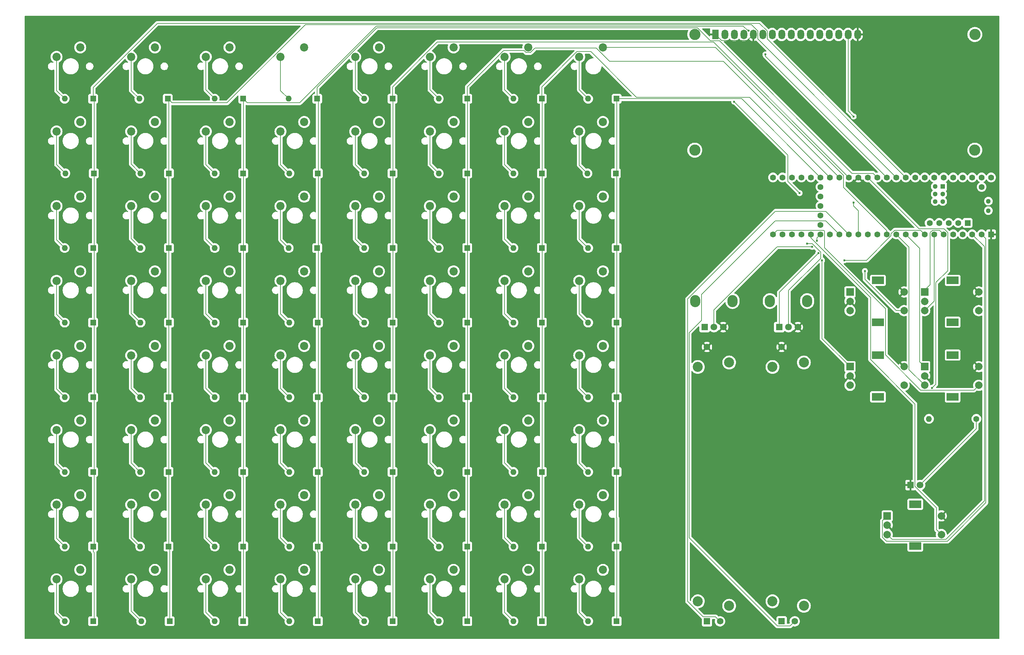
<source format=gbr>
%TF.GenerationSoftware,KiCad,Pcbnew,8.0.4*%
%TF.CreationDate,2024-12-04T19:54:40+09:00*%
%TF.ProjectId,gradmc,67726164-6d63-42e6-9b69-6361645f7063,rev?*%
%TF.SameCoordinates,Original*%
%TF.FileFunction,Copper,L2,Bot*%
%TF.FilePolarity,Positive*%
%FSLAX46Y46*%
G04 Gerber Fmt 4.6, Leading zero omitted, Abs format (unit mm)*
G04 Created by KiCad (PCBNEW 8.0.4) date 2024-12-04 19:54:40*
%MOMM*%
%LPD*%
G01*
G04 APERTURE LIST*
%TA.AperFunction,ComponentPad*%
%ADD10C,2.200000*%
%TD*%
%TA.AperFunction,ComponentPad*%
%ADD11R,1.750000X1.750000*%
%TD*%
%TA.AperFunction,ComponentPad*%
%ADD12C,1.750000*%
%TD*%
%TA.AperFunction,ComponentPad*%
%ADD13C,2.700000*%
%TD*%
%TA.AperFunction,ComponentPad*%
%ADD14O,2.720000X3.240000*%
%TD*%
%TA.AperFunction,ComponentPad*%
%ADD15R,1.800000X1.800000*%
%TD*%
%TA.AperFunction,ComponentPad*%
%ADD16C,1.800000*%
%TD*%
%TA.AperFunction,ComponentPad*%
%ADD17R,2.000000X2.000000*%
%TD*%
%TA.AperFunction,ComponentPad*%
%ADD18C,2.000000*%
%TD*%
%TA.AperFunction,ComponentPad*%
%ADD19R,3.200000X2.000000*%
%TD*%
%TA.AperFunction,ComponentPad*%
%ADD20C,3.000000*%
%TD*%
%TA.AperFunction,ComponentPad*%
%ADD21R,1.800000X2.600000*%
%TD*%
%TA.AperFunction,ComponentPad*%
%ADD22O,1.800000X2.600000*%
%TD*%
%TA.AperFunction,ComponentPad*%
%ADD23R,1.600000X1.600000*%
%TD*%
%TA.AperFunction,ComponentPad*%
%ADD24O,1.600000X1.600000*%
%TD*%
%TA.AperFunction,ComponentPad*%
%ADD25C,1.600000*%
%TD*%
%TA.AperFunction,ComponentPad*%
%ADD26R,1.300000X1.300000*%
%TD*%
%TA.AperFunction,ComponentPad*%
%ADD27C,1.300000*%
%TD*%
%TA.AperFunction,ViaPad*%
%ADD28C,0.600000*%
%TD*%
%TA.AperFunction,Conductor*%
%ADD29C,0.200000*%
%TD*%
G04 APERTURE END LIST*
D10*
%TO.P,U11,1,1*%
%TO.N,/ROW2*%
X85350000Y-96960000D03*
%TO.P,U11,2,2*%
%TO.N,Net-(D11-A)*%
X79000000Y-99500000D03*
%TD*%
%TO.P,U57,1,1*%
%TO.N,/ROW0*%
X205350000Y-56960000D03*
%TO.P,U57,2,2*%
%TO.N,Net-(D57-A)*%
X199000000Y-59500000D03*
%TD*%
%TO.P,U58,1,1*%
%TO.N,/ROW1*%
X205350000Y-76960000D03*
%TO.P,U58,2,2*%
%TO.N,Net-(D58-A)*%
X199000000Y-79500000D03*
%TD*%
%TO.P,U62,1,1*%
%TO.N,/ROW5*%
X205350000Y-156960000D03*
%TO.P,U62,2,2*%
%TO.N,Net-(D62-A)*%
X199000000Y-159500000D03*
%TD*%
%TO.P,U50,1,1*%
%TO.N,/ROW1*%
X185350000Y-76960000D03*
%TO.P,U50,2,2*%
%TO.N,Net-(D50-A)*%
X179000000Y-79500000D03*
%TD*%
%TO.P,U25,1,1*%
%TO.N,/ROW0*%
X125350000Y-56960000D03*
%TO.P,U25,2,2*%
%TO.N,Net-(D25-A)*%
X119000000Y-59500000D03*
%TD*%
%TO.P,U18,1,1*%
%TO.N,/ROW1*%
X105350000Y-76960000D03*
%TO.P,U18,2,2*%
%TO.N,Net-(D18-A)*%
X99000000Y-79500000D03*
%TD*%
%TO.P,U23,1,1*%
%TO.N,/ROW6*%
X105350000Y-176960000D03*
%TO.P,U23,2,2*%
%TO.N,Net-(D23-A)*%
X99000000Y-179500000D03*
%TD*%
%TO.P,U53,1,1*%
%TO.N,/ROW4*%
X185350000Y-136960000D03*
%TO.P,U53,2,2*%
%TO.N,Net-(D53-A)*%
X179000000Y-139500000D03*
%TD*%
%TO.P,U63,1,1*%
%TO.N,/ROW6*%
X205350000Y-176960000D03*
%TO.P,U63,2,2*%
%TO.N,Net-(D63-A)*%
X199000000Y-179500000D03*
%TD*%
%TO.P,U55,1,1*%
%TO.N,/ROW6*%
X185350000Y-176960000D03*
%TO.P,U55,2,2*%
%TO.N,Net-(D55-A)*%
X179000000Y-179500000D03*
%TD*%
%TO.P,U19,1,1*%
%TO.N,/ROW2*%
X105350000Y-96960000D03*
%TO.P,U19,2,2*%
%TO.N,Net-(D19-A)*%
X99000000Y-99500000D03*
%TD*%
%TO.P,U48,1,1*%
%TO.N,/ROW7*%
X165350000Y-196960000D03*
%TO.P,U48,2,2*%
%TO.N,Net-(D48-A)*%
X159000000Y-199500000D03*
%TD*%
%TO.P,U9,1,1*%
%TO.N,/ROW0*%
X85350000Y-56960000D03*
%TO.P,U9,2,2*%
%TO.N,Net-(D9-A)*%
X79000000Y-59500000D03*
%TD*%
%TO.P,U64,1,1*%
%TO.N,/ROW7*%
X205350000Y-196960000D03*
%TO.P,U64,2,2*%
%TO.N,Net-(D64-A)*%
X199000000Y-199500000D03*
%TD*%
%TO.P,U31,1,1*%
%TO.N,/ROW6*%
X125350000Y-176960000D03*
%TO.P,U31,2,2*%
%TO.N,Net-(D31-A)*%
X119000000Y-179500000D03*
%TD*%
%TO.P,U28,1,1*%
%TO.N,/ROW3*%
X125350000Y-116960000D03*
%TO.P,U28,2,2*%
%TO.N,Net-(D28-A)*%
X119000000Y-119500000D03*
%TD*%
D11*
%TO.P,RV1,1,1*%
%TO.N,VCC*%
X233200000Y-210750000D03*
D12*
%TO.P,RV1,2,2*%
%TO.N,/RV1*%
X236700000Y-210750000D03*
%TO.P,RV1,3,3*%
%TO.N,GND*%
X233200000Y-137250000D03*
D13*
%TO.P,RV1,MP*%
%TO.N,N/C*%
X239150000Y-206600000D03*
X230750000Y-205400000D03*
X230750000Y-142600000D03*
X239150000Y-141400000D03*
%TD*%
D14*
%TO.P,RV4,*%
%TO.N,*%
X250040000Y-124925000D03*
X260040000Y-124925000D03*
D15*
%TO.P,RV4,1,1*%
%TO.N,VCC*%
X252540000Y-131925000D03*
D16*
%TO.P,RV4,2,2*%
%TO.N,/RV4*%
X255040000Y-131925000D03*
%TO.P,RV4,3,3*%
%TO.N,GND*%
X257540000Y-131925000D03*
%TD*%
D10*
%TO.P,U61,1,1*%
%TO.N,/ROW4*%
X205350000Y-136960000D03*
%TO.P,U61,2,2*%
%TO.N,Net-(D61-A)*%
X199000000Y-139500000D03*
%TD*%
%TO.P,U22,1,1*%
%TO.N,/ROW5*%
X105350000Y-156960000D03*
%TO.P,U22,2,2*%
%TO.N,Net-(D22-A)*%
X99000000Y-159500000D03*
%TD*%
D17*
%TO.P,SW5,A,A*%
%TO.N,/RE51*%
X291500000Y-142500000D03*
D18*
%TO.P,SW5,B,B*%
%TO.N,/RE52*%
X291500000Y-147500000D03*
%TO.P,SW5,C,C*%
%TO.N,GND*%
X291500000Y-145000000D03*
D19*
%TO.P,SW5,MP*%
%TO.N,N/C*%
X299000000Y-139400000D03*
X299000000Y-150600000D03*
D18*
%TO.P,SW5,S1,S1*%
%TO.N,/RESW5*%
X306000000Y-147500000D03*
%TO.P,SW5,S2,S2*%
%TO.N,GND*%
X306000000Y-142500000D03*
%TD*%
D10*
%TO.P,U15,1,1*%
%TO.N,/ROW6*%
X85350000Y-176960000D03*
%TO.P,U15,2,2*%
%TO.N,Net-(D15-A)*%
X79000000Y-179500000D03*
%TD*%
%TO.P,U16,1,1*%
%TO.N,/ROW7*%
X85350000Y-196960000D03*
%TO.P,U16,2,2*%
%TO.N,Net-(D16-A)*%
X79000000Y-199500000D03*
%TD*%
D11*
%TO.P,RV2,1,1*%
%TO.N,VCC*%
X253200000Y-210750000D03*
D12*
%TO.P,RV2,2,2*%
%TO.N,/RV2*%
X256700000Y-210750000D03*
%TO.P,RV2,3,3*%
%TO.N,GND*%
X253200000Y-137250000D03*
D13*
%TO.P,RV2,MP*%
%TO.N,N/C*%
X259150000Y-206600000D03*
X250750000Y-205400000D03*
X250750000Y-142600000D03*
X259150000Y-141400000D03*
%TD*%
D10*
%TO.P,U29,1,1*%
%TO.N,/ROW4*%
X125350000Y-136960000D03*
%TO.P,U29,2,2*%
%TO.N,Net-(D29-A)*%
X119000000Y-139500000D03*
%TD*%
D17*
%TO.P,SW2,A,A*%
%TO.N,/RE21*%
X271500000Y-122500000D03*
D18*
%TO.P,SW2,B,B*%
%TO.N,/RE22*%
X271500000Y-127500000D03*
%TO.P,SW2,C,C*%
%TO.N,GND*%
X271500000Y-125000000D03*
D19*
%TO.P,SW2,MP*%
%TO.N,N/C*%
X279000000Y-119400000D03*
X279000000Y-130600000D03*
D18*
%TO.P,SW2,S1,S1*%
%TO.N,/RESW2*%
X286000000Y-127500000D03*
%TO.P,SW2,S2,S2*%
%TO.N,GND*%
X286000000Y-122500000D03*
%TD*%
D10*
%TO.P,U52,1,1*%
%TO.N,/ROW3*%
X185350000Y-116960000D03*
%TO.P,U52,2,2*%
%TO.N,Net-(D52-A)*%
X179000000Y-119500000D03*
%TD*%
%TO.P,U10,1,1*%
%TO.N,/ROW1*%
X85350000Y-76960000D03*
%TO.P,U10,2,2*%
%TO.N,Net-(D10-A)*%
X79000000Y-79500000D03*
%TD*%
%TO.P,U44,1,1*%
%TO.N,/ROW3*%
X165350000Y-116960000D03*
%TO.P,U44,2,2*%
%TO.N,Net-(D44-A)*%
X159000000Y-119500000D03*
%TD*%
%TO.P,U30,1,1*%
%TO.N,/ROW5*%
X125350000Y-156960000D03*
%TO.P,U30,2,2*%
%TO.N,Net-(D30-A)*%
X119000000Y-159500000D03*
%TD*%
%TO.P,U7,1,1*%
%TO.N,/ROW6*%
X65350000Y-176960000D03*
%TO.P,U7,2,2*%
%TO.N,Net-(D7-A)*%
X59000000Y-179500000D03*
%TD*%
%TO.P,U6,1,1*%
%TO.N,/ROW5*%
X65350000Y-156960000D03*
%TO.P,U6,2,2*%
%TO.N,Net-(D6-A)*%
X59000000Y-159500000D03*
%TD*%
%TO.P,U54,1,1*%
%TO.N,/ROW5*%
X185350000Y-156960000D03*
%TO.P,U54,2,2*%
%TO.N,Net-(D54-A)*%
X179000000Y-159500000D03*
%TD*%
%TO.P,U13,1,1*%
%TO.N,/ROW4*%
X85350000Y-136960000D03*
%TO.P,U13,2,2*%
%TO.N,Net-(D13-A)*%
X79000000Y-139500000D03*
%TD*%
%TO.P,U59,1,1*%
%TO.N,/ROW2*%
X205350000Y-96960000D03*
%TO.P,U59,2,2*%
%TO.N,Net-(D59-A)*%
X199000000Y-99500000D03*
%TD*%
%TO.P,U34,1,1*%
%TO.N,/ROW1*%
X145350000Y-76960000D03*
%TO.P,U34,2,2*%
%TO.N,Net-(D34-A)*%
X139000000Y-79500000D03*
%TD*%
%TO.P,U14,1,1*%
%TO.N,/ROW5*%
X85350000Y-156960000D03*
%TO.P,U14,2,2*%
%TO.N,Net-(D14-A)*%
X79000000Y-159500000D03*
%TD*%
%TO.P,U3,1,1*%
%TO.N,/ROW2*%
X65350000Y-96960000D03*
%TO.P,U3,2,2*%
%TO.N,Net-(D3-A)*%
X59000000Y-99500000D03*
%TD*%
%TO.P,U47,1,1*%
%TO.N,/ROW6*%
X165350000Y-176960000D03*
%TO.P,U47,2,2*%
%TO.N,Net-(D47-A)*%
X159000000Y-179500000D03*
%TD*%
%TO.P,U43,1,1*%
%TO.N,/ROW2*%
X165350000Y-96960000D03*
%TO.P,U43,2,2*%
%TO.N,Net-(D43-A)*%
X159000000Y-99500000D03*
%TD*%
%TO.P,U5,1,1*%
%TO.N,/ROW4*%
X65350000Y-136960000D03*
%TO.P,U5,2,2*%
%TO.N,Net-(D5-A)*%
X59000000Y-139500000D03*
%TD*%
%TO.P,U27,1,1*%
%TO.N,/ROW2*%
X125350000Y-96960000D03*
%TO.P,U27,2,2*%
%TO.N,Net-(D27-A)*%
X119000000Y-99500000D03*
%TD*%
D17*
%TO.P,SW4,A,A*%
%TO.N,/RE41*%
X271500000Y-142500000D03*
D18*
%TO.P,SW4,B,B*%
%TO.N,/RE42*%
X271500000Y-147500000D03*
%TO.P,SW4,C,C*%
%TO.N,GND*%
X271500000Y-145000000D03*
D19*
%TO.P,SW4,MP*%
%TO.N,N/C*%
X279000000Y-139400000D03*
X279000000Y-150600000D03*
D18*
%TO.P,SW4,S1,S1*%
%TO.N,/RESW4*%
X286000000Y-147500000D03*
%TO.P,SW4,S2,S2*%
%TO.N,GND*%
X286000000Y-142500000D03*
%TD*%
D10*
%TO.P,U8,1,1*%
%TO.N,/ROW7*%
X65350000Y-196960000D03*
%TO.P,U8,2,2*%
%TO.N,Net-(D8-A)*%
X59000000Y-199500000D03*
%TD*%
D14*
%TO.P,RV3,*%
%TO.N,*%
X230050000Y-124925000D03*
X240050000Y-124925000D03*
D15*
%TO.P,RV3,1,1*%
%TO.N,VCC*%
X232550000Y-131925000D03*
D16*
%TO.P,RV3,2,2*%
%TO.N,/RV3*%
X235050000Y-131925000D03*
%TO.P,RV3,3,3*%
%TO.N,GND*%
X237550000Y-131925000D03*
%TD*%
D10*
%TO.P,U46,1,1*%
%TO.N,/ROW5*%
X165350000Y-156960000D03*
%TO.P,U46,2,2*%
%TO.N,Net-(D46-A)*%
X159000000Y-159500000D03*
%TD*%
%TO.P,U21,1,1*%
%TO.N,/ROW4*%
X105350000Y-136960000D03*
%TO.P,U21,2,2*%
%TO.N,Net-(D21-A)*%
X99000000Y-139500000D03*
%TD*%
%TO.P,U12,1,1*%
%TO.N,/ROW3*%
X85350000Y-116960000D03*
%TO.P,U12,2,2*%
%TO.N,Net-(D12-A)*%
X79000000Y-119500000D03*
%TD*%
%TO.P,U51,1,1*%
%TO.N,/ROW2*%
X185350000Y-96960000D03*
%TO.P,U51,2,2*%
%TO.N,Net-(D51-A)*%
X179000000Y-99500000D03*
%TD*%
%TO.P,U26,1,1*%
%TO.N,/ROW1*%
X125350000Y-76960000D03*
%TO.P,U26,2,2*%
%TO.N,Net-(D26-A)*%
X119000000Y-79500000D03*
%TD*%
%TO.P,U45,1,1*%
%TO.N,/ROW4*%
X165350000Y-136960000D03*
%TO.P,U45,2,2*%
%TO.N,Net-(D45-A)*%
X159000000Y-139500000D03*
%TD*%
%TO.P,U17,1,1*%
%TO.N,/ROW0*%
X105350000Y-56960000D03*
%TO.P,U17,2,2*%
%TO.N,Net-(D17-A)*%
X99000000Y-59500000D03*
%TD*%
%TO.P,U42,1,1*%
%TO.N,/ROW1*%
X165350000Y-76960000D03*
%TO.P,U42,2,2*%
%TO.N,Net-(D42-A)*%
X159000000Y-79500000D03*
%TD*%
%TO.P,U49,1,1*%
%TO.N,/ROW0*%
X185350000Y-56960000D03*
%TO.P,U49,2,2*%
%TO.N,Net-(D49-A)*%
X179000000Y-59500000D03*
%TD*%
%TO.P,U33,1,1*%
%TO.N,/ROW0*%
X145350000Y-56960000D03*
%TO.P,U33,2,2*%
%TO.N,Net-(D33-A)*%
X139000000Y-59500000D03*
%TD*%
%TO.P,U4,1,1*%
%TO.N,/ROW3*%
X65350000Y-116960000D03*
%TO.P,U4,2,2*%
%TO.N,Net-(D4-A)*%
X59000000Y-119500000D03*
%TD*%
D15*
%TO.P,D65,1,K*%
%TO.N,GND*%
X287725000Y-174250000D03*
D16*
%TO.P,D65,2,A*%
%TO.N,Net-(D65-A)*%
X290265000Y-174250000D03*
%TD*%
D10*
%TO.P,U39,1,1*%
%TO.N,/ROW6*%
X145350000Y-176960000D03*
%TO.P,U39,2,2*%
%TO.N,Net-(D39-A)*%
X139000000Y-179500000D03*
%TD*%
%TO.P,U1,1,1*%
%TO.N,/ROW0*%
X65350000Y-56960000D03*
%TO.P,U1,2,2*%
%TO.N,Net-(D1-A)*%
X59000000Y-59500000D03*
%TD*%
D17*
%TO.P,SW3,A,A*%
%TO.N,/RE31*%
X291500000Y-122500000D03*
D18*
%TO.P,SW3,B,B*%
%TO.N,/RE32*%
X291500000Y-127500000D03*
%TO.P,SW3,C,C*%
%TO.N,GND*%
X291500000Y-125000000D03*
D19*
%TO.P,SW3,MP*%
%TO.N,N/C*%
X299000000Y-119400000D03*
X299000000Y-130600000D03*
D18*
%TO.P,SW3,S1,S1*%
%TO.N,/RESW3*%
X306000000Y-127500000D03*
%TO.P,SW3,S2,S2*%
%TO.N,GND*%
X306000000Y-122500000D03*
%TD*%
D10*
%TO.P,U56,1,1*%
%TO.N,/ROW7*%
X185350000Y-196960000D03*
%TO.P,U56,2,2*%
%TO.N,Net-(D56-A)*%
X179000000Y-199500000D03*
%TD*%
%TO.P,U2,1,1*%
%TO.N,/ROW1*%
X65350000Y-76960000D03*
%TO.P,U2,2,2*%
%TO.N,Net-(D2-A)*%
X59000000Y-79500000D03*
%TD*%
D20*
%TO.P,DS1,*%
%TO.N,*%
X229940900Y-53500000D03*
X229940900Y-84500700D03*
X304939480Y-84500700D03*
X304940000Y-53500000D03*
D21*
%TO.P,DS1,1,VSS*%
%TO.N,GND*%
X235440000Y-53500000D03*
D22*
%TO.P,DS1,2,VDD*%
%TO.N,VCC*%
X237980000Y-53500000D03*
%TO.P,DS1,3,VO*%
%TO.N,/RV4*%
X240520000Y-53500000D03*
%TO.P,DS1,4,RS*%
%TO.N,/LCD4*%
X243060000Y-53500000D03*
%TO.P,DS1,5,R/W*%
%TO.N,GND*%
X245600000Y-53500000D03*
%TO.P,DS1,6,E*%
%TO.N,/LCD6*%
X248140000Y-53500000D03*
%TO.P,DS1,7,D0*%
%TO.N,unconnected-(DS1-D0-Pad7)*%
X250680000Y-53500000D03*
%TO.P,DS1,8,D1*%
%TO.N,unconnected-(DS1-D1-Pad8)*%
X253220000Y-53500000D03*
%TO.P,DS1,9,D2*%
%TO.N,unconnected-(DS1-D2-Pad9)*%
X255760000Y-53500000D03*
%TO.P,DS1,10,D3*%
%TO.N,unconnected-(DS1-D3-Pad10)*%
X258300000Y-53500000D03*
%TO.P,DS1,11,D4*%
%TO.N,/LCD11*%
X260840000Y-53500000D03*
%TO.P,DS1,12,D5*%
%TO.N,/LCD12*%
X263380000Y-53500000D03*
%TO.P,DS1,13,D6*%
%TO.N,/LCD13*%
X265920000Y-53500000D03*
%TO.P,DS1,14,D7*%
%TO.N,/LCD14*%
X268460000Y-53500000D03*
%TO.P,DS1,15,LED(+)*%
%TO.N,VCC*%
X271000000Y-53500000D03*
%TO.P,DS1,16,LED(-)*%
%TO.N,GND*%
X273540000Y-53500000D03*
%TD*%
D10*
%TO.P,U24,1,1*%
%TO.N,/ROW7*%
X105350000Y-196960000D03*
%TO.P,U24,2,2*%
%TO.N,Net-(D24-A)*%
X99000000Y-199500000D03*
%TD*%
%TO.P,U20,1,1*%
%TO.N,/ROW3*%
X105350000Y-116960000D03*
%TO.P,U20,2,2*%
%TO.N,Net-(D20-A)*%
X99000000Y-119500000D03*
%TD*%
%TO.P,U35,1,1*%
%TO.N,/ROW2*%
X145350000Y-96960000D03*
%TO.P,U35,2,2*%
%TO.N,Net-(D35-A)*%
X139000000Y-99500000D03*
%TD*%
%TO.P,U40,1,1*%
%TO.N,/ROW7*%
X145350000Y-196960000D03*
%TO.P,U40,2,2*%
%TO.N,Net-(D40-A)*%
X139000000Y-199500000D03*
%TD*%
%TO.P,U60,1,1*%
%TO.N,/ROW3*%
X205350000Y-116960000D03*
%TO.P,U60,2,2*%
%TO.N,Net-(D60-A)*%
X199000000Y-119500000D03*
%TD*%
%TO.P,U36,1,1*%
%TO.N,/ROW3*%
X145350000Y-116960000D03*
%TO.P,U36,2,2*%
%TO.N,Net-(D36-A)*%
X139000000Y-119500000D03*
%TD*%
%TO.P,U37,1,1*%
%TO.N,/ROW4*%
X145350000Y-136960000D03*
%TO.P,U37,2,2*%
%TO.N,Net-(D37-A)*%
X139000000Y-139500000D03*
%TD*%
%TO.P,U38,1,1*%
%TO.N,/ROW5*%
X145350000Y-156960000D03*
%TO.P,U38,2,2*%
%TO.N,Net-(D38-A)*%
X139000000Y-159500000D03*
%TD*%
%TO.P,U32,1,1*%
%TO.N,/ROW7*%
X125350000Y-196960000D03*
%TO.P,U32,2,2*%
%TO.N,Net-(D32-A)*%
X119000000Y-199500000D03*
%TD*%
D17*
%TO.P,SW1,A,A*%
%TO.N,/RE11*%
X281475000Y-182500000D03*
D18*
%TO.P,SW1,B,B*%
%TO.N,/RE12*%
X281475000Y-187500000D03*
%TO.P,SW1,C,C*%
%TO.N,GND*%
X281475000Y-185000000D03*
D19*
%TO.P,SW1,MP*%
%TO.N,N/C*%
X288975000Y-179400000D03*
X288975000Y-190600000D03*
D18*
%TO.P,SW1,S1,S1*%
%TO.N,/RESW1*%
X295975000Y-187500000D03*
%TO.P,SW1,S2,S2*%
%TO.N,GND*%
X295975000Y-182500000D03*
%TD*%
D10*
%TO.P,U41,1,1*%
%TO.N,/ROW0*%
X165350000Y-56960000D03*
%TO.P,U41,2,2*%
%TO.N,Net-(D41-A)*%
X159000000Y-59500000D03*
%TD*%
D23*
%TO.P,D62,1,K*%
%TO.N,/COL7*%
X209000000Y-170720000D03*
D24*
%TO.P,D62,2,A*%
%TO.N,Net-(D62-A)*%
X201380000Y-170720000D03*
%TD*%
D23*
%TO.P,D60,1,K*%
%TO.N,/COL7*%
X209000000Y-130720000D03*
D24*
%TO.P,D60,2,A*%
%TO.N,Net-(D60-A)*%
X201380000Y-130720000D03*
%TD*%
D23*
%TO.P,D35,1,K*%
%TO.N,/COL4*%
X149000000Y-110720000D03*
D24*
%TO.P,D35,2,A*%
%TO.N,Net-(D35-A)*%
X141380000Y-110720000D03*
%TD*%
D23*
%TO.P,D11,1,K*%
%TO.N,/COL1*%
X89120000Y-110720000D03*
D24*
%TO.P,D11,2,A*%
%TO.N,Net-(D11-A)*%
X81500000Y-110720000D03*
%TD*%
D23*
%TO.P,D26,1,K*%
%TO.N,/COL3*%
X129000000Y-90720000D03*
D24*
%TO.P,D26,2,A*%
%TO.N,Net-(D26-A)*%
X121380000Y-90720000D03*
%TD*%
D23*
%TO.P,D33,1,K*%
%TO.N,/COL4*%
X149000000Y-70720000D03*
D24*
%TO.P,D33,2,A*%
%TO.N,Net-(D33-A)*%
X141380000Y-70720000D03*
%TD*%
D23*
%TO.P,D23,1,K*%
%TO.N,/COL2*%
X109000000Y-190720000D03*
D24*
%TO.P,D23,2,A*%
%TO.N,Net-(D23-A)*%
X101380000Y-190720000D03*
%TD*%
D25*
%TO.P,R1,1*%
%TO.N,Net-(D65-A)*%
X305350000Y-156500000D03*
D24*
%TO.P,R1,2*%
%TO.N,/LED*%
X292650000Y-156500000D03*
%TD*%
D23*
%TO.P,D6,1,K*%
%TO.N,/COL0*%
X68810000Y-170720000D03*
D24*
%TO.P,D6,2,A*%
%TO.N,Net-(D6-A)*%
X61190000Y-170720000D03*
%TD*%
D23*
%TO.P,D50,1,K*%
%TO.N,/COL6*%
X189000000Y-90720000D03*
D24*
%TO.P,D50,2,A*%
%TO.N,Net-(D50-A)*%
X181380000Y-90720000D03*
%TD*%
D23*
%TO.P,D27,1,K*%
%TO.N,/COL3*%
X128810000Y-110720000D03*
D24*
%TO.P,D27,2,A*%
%TO.N,Net-(D27-A)*%
X121190000Y-110720000D03*
%TD*%
D23*
%TO.P,D47,1,K*%
%TO.N,/COL5*%
X169000000Y-190720000D03*
D24*
%TO.P,D47,2,A*%
%TO.N,Net-(D47-A)*%
X161380000Y-190720000D03*
%TD*%
D23*
%TO.P,D24,1,K*%
%TO.N,/COL2*%
X109000000Y-210720000D03*
D24*
%TO.P,D24,2,A*%
%TO.N,Net-(D24-A)*%
X101380000Y-210720000D03*
%TD*%
D23*
%TO.P,U65,1,GND*%
%TO.N,GND*%
X309299200Y-107050800D03*
D25*
%TO.P,U65,2,0_RX1_CRX2_CS1*%
%TO.N,/RE11*%
X306759200Y-107050800D03*
%TO.P,U65,3,1_TX1_CTX2_MISO1*%
%TO.N,/RE12*%
X304219200Y-107050800D03*
%TO.P,U65,4,2_OUT2*%
%TO.N,/RE21*%
X301679200Y-107050800D03*
%TO.P,U65,5,3_LRCLK2*%
%TO.N,/RE22*%
X299139200Y-107050800D03*
%TO.P,U65,6,4_BCLK2*%
%TO.N,/RE31*%
X296599200Y-107050800D03*
%TO.P,U65,7,5_IN2*%
%TO.N,/RE32*%
X294059200Y-107050800D03*
%TO.P,U65,8,6_OUT1D*%
%TO.N,/RE41*%
X291519200Y-107050800D03*
%TO.P,U65,9,7_RX2_OUT1A*%
%TO.N,/RE42*%
X288979200Y-107050800D03*
%TO.P,U65,10,8_TX2_IN1*%
%TO.N,/RE51*%
X286439200Y-107050800D03*
%TO.P,U65,11,9_OUT1C*%
%TO.N,/RE52*%
X283899200Y-107050800D03*
%TO.P,U65,12,10_CS_MQSR*%
%TO.N,/ROW0*%
X281359200Y-107050800D03*
%TO.P,U65,13,11_MOSI_CTX1*%
%TO.N,/ROW1*%
X278819200Y-107050800D03*
%TO.P,U65,14,12_MISO_MQSL*%
%TO.N,/ROW2*%
X276279200Y-107050800D03*
%TO.P,U65,15,3V3*%
%TO.N,VCC*%
X273739200Y-107050800D03*
%TO.P,U65,16,24_A10_TX6_SCL2*%
%TO.N,/RV1*%
X271199200Y-107050800D03*
%TO.P,U65,17,25_A11_RX6_SDA2*%
%TO.N,/RV2*%
X268659200Y-107050800D03*
%TO.P,U65,18,26_A12_MOSI1*%
%TO.N,/RV3*%
X266119200Y-107050800D03*
%TO.P,U65,19,27_A13_SCK1*%
%TO.N,/RV4*%
X263579200Y-107050800D03*
%TO.P,U65,20,28_RX7*%
%TO.N,/RESW1*%
X261039200Y-107050800D03*
%TO.P,U65,21,29_TX7*%
%TO.N,/RESW2*%
X258499200Y-107050800D03*
%TO.P,U65,22,30_CRX3*%
%TO.N,/RESW3*%
X255959200Y-107050800D03*
%TO.P,U65,23,31_CTX3*%
%TO.N,/RESW4*%
X253419200Y-107050800D03*
%TO.P,U65,24,32_OUT1B*%
%TO.N,/RESW5*%
X250879200Y-107050800D03*
%TO.P,U65,25,33_MCLK2*%
%TO.N,/ROW3*%
X250879200Y-91810800D03*
%TO.P,U65,26,34_RX8*%
%TO.N,/ROW4*%
X253419200Y-91810800D03*
%TO.P,U65,27,35_TX8*%
%TO.N,/ROW5*%
X255959200Y-91810800D03*
%TO.P,U65,28,36_CS*%
%TO.N,/ROW6*%
X258499200Y-91810800D03*
%TO.P,U65,29,37_CS*%
%TO.N,/ROW7*%
X261039200Y-91810800D03*
%TO.P,U65,30,38_CS1_IN1*%
%TO.N,/COL7*%
X263579200Y-91810800D03*
%TO.P,U65,31,39_MISO1_OUT1A*%
%TO.N,/COL6*%
X266119200Y-91810800D03*
%TO.P,U65,32,40_A16*%
%TO.N,/COL5*%
X268659200Y-91810800D03*
%TO.P,U65,33,41_A17*%
%TO.N,/COL4*%
X271199200Y-91810800D03*
%TO.P,U65,34,GND*%
%TO.N,GND*%
X273739200Y-91810800D03*
%TO.P,U65,35,13_SCK_LED*%
%TO.N,/LED*%
X276279200Y-91810800D03*
%TO.P,U65,36,14_A0_TX3_SPDIF_OUT*%
%TO.N,/COL3*%
X278819200Y-91810800D03*
%TO.P,U65,37,15_A1_RX3_SPDIF_IN*%
%TO.N,/COL2*%
X281359200Y-91810800D03*
%TO.P,U65,38,16_A2_RX4_SCL1*%
%TO.N,/COL1*%
X283899200Y-91810800D03*
%TO.P,U65,39,17_A3_TX4_SDA1*%
%TO.N,/COL0*%
X286439200Y-91810800D03*
%TO.P,U65,40,18_A4_SDA*%
%TO.N,/LCD4*%
X288979200Y-91810800D03*
%TO.P,U65,41,19_A5_SCL*%
%TO.N,/LCD6*%
X291519200Y-91810800D03*
%TO.P,U65,42,20_A6_TX5_LRCLK1*%
%TO.N,/LCD11*%
X294059200Y-91810800D03*
%TO.P,U65,43,21_A7_RX5_BCLK1*%
%TO.N,/LCD12*%
X296599200Y-91810800D03*
%TO.P,U65,44,22_A8_CTX1*%
%TO.N,/LCD13*%
X299139200Y-91810800D03*
%TO.P,U65,45,23_A9_CRX1_MCLK1*%
%TO.N,/LCD14*%
X301679200Y-91810800D03*
%TO.P,U65,46,3V3*%
%TO.N,unconnected-(U65-3V3-Pad46)*%
X304219200Y-91810800D03*
%TO.P,U65,47,GND*%
%TO.N,unconnected-(U65-GND-Pad47)*%
X306759200Y-91810800D03*
%TO.P,U65,48,VIN*%
%TO.N,unconnected-(U65-VIN-Pad48)*%
X309299200Y-91810800D03*
%TO.P,U65,49,VUSB*%
%TO.N,unconnected-(U65-VUSB-Pad49)*%
X306759200Y-94350800D03*
%TO.P,U65,50,VBAT*%
%TO.N,unconnected-(U65-VBAT-Pad50)*%
X263579200Y-104510800D03*
%TO.P,U65,51,3V3*%
%TO.N,unconnected-(U65-3V3-Pad51)*%
X263579200Y-101970800D03*
%TO.P,U65,52,GND*%
%TO.N,unconnected-(U65-GND-Pad52)*%
X263579200Y-99430800D03*
%TO.P,U65,53,PROGRAM*%
%TO.N,unconnected-(U65-PROGRAM-Pad53)*%
X263579200Y-96890800D03*
%TO.P,U65,54,ON_OFF*%
%TO.N,unconnected-(U65-ON_OFF-Pad54)*%
X263579200Y-94350800D03*
D23*
%TO.P,U65,55,5V*%
%TO.N,unconnected-(U65-5V-Pad55)*%
X303000000Y-104000000D03*
D25*
%TO.P,U65,56,D-*%
%TO.N,unconnected-(U65-D--Pad56)*%
X300460000Y-104000000D03*
%TO.P,U65,57,D+*%
%TO.N,unconnected-(U65-D+-Pad57)*%
X297920000Y-104000000D03*
%TO.P,U65,58,GND*%
%TO.N,unconnected-(U65-GND-Pad58)*%
X295380000Y-104000000D03*
%TO.P,U65,59,GND*%
%TO.N,unconnected-(U65-GND-Pad59)*%
X292840000Y-104000000D03*
D26*
%TO.P,U65,60,R+*%
%TO.N,unconnected-(U65-R+-Pad60)*%
X296329200Y-94249200D03*
D27*
%TO.P,U65,61,LED*%
%TO.N,unconnected-(U65-LED-Pad61)*%
X296329200Y-96249200D03*
%TO.P,U65,62,T-*%
%TO.N,unconnected-(U65-T--Pad62)*%
X296329200Y-98249200D03*
%TO.P,U65,63,T+*%
%TO.N,unconnected-(U65-T+-Pad63)*%
X294329200Y-98249200D03*
%TO.P,U65,64,GND*%
%TO.N,unconnected-(U65-GND-Pad64)*%
X294329200Y-96249200D03*
%TO.P,U65,65,R-*%
%TO.N,unconnected-(U65-R--Pad65)*%
X294329200Y-94249200D03*
%TO.P,U65,66,D-*%
%TO.N,unconnected-(U65-D--Pad66)*%
X308569200Y-98160800D03*
%TO.P,U65,67,D+*%
%TO.N,unconnected-(U65-D+-Pad67)*%
X308569200Y-100700800D03*
%TD*%
D23*
%TO.P,D43,1,K*%
%TO.N,/COL5*%
X169000000Y-110720000D03*
D24*
%TO.P,D43,2,A*%
%TO.N,Net-(D43-A)*%
X161380000Y-110720000D03*
%TD*%
D23*
%TO.P,D8,1,K*%
%TO.N,/COL0*%
X68810000Y-210720000D03*
D24*
%TO.P,D8,2,A*%
%TO.N,Net-(D8-A)*%
X61190000Y-210720000D03*
%TD*%
D23*
%TO.P,D40,1,K*%
%TO.N,/COL4*%
X149000000Y-210720000D03*
D24*
%TO.P,D40,2,A*%
%TO.N,Net-(D40-A)*%
X141380000Y-210720000D03*
%TD*%
D23*
%TO.P,D38,1,K*%
%TO.N,/COL4*%
X149000000Y-170720000D03*
D24*
%TO.P,D38,2,A*%
%TO.N,Net-(D38-A)*%
X141380000Y-170720000D03*
%TD*%
D23*
%TO.P,D46,1,K*%
%TO.N,/COL5*%
X169000000Y-170720000D03*
D24*
%TO.P,D46,2,A*%
%TO.N,Net-(D46-A)*%
X161380000Y-170720000D03*
%TD*%
D23*
%TO.P,D34,1,K*%
%TO.N,/COL4*%
X149000000Y-90720000D03*
D24*
%TO.P,D34,2,A*%
%TO.N,Net-(D34-A)*%
X141380000Y-90720000D03*
%TD*%
D23*
%TO.P,D17,1,K*%
%TO.N,/COL2*%
X109000000Y-70720000D03*
D24*
%TO.P,D17,2,A*%
%TO.N,Net-(D17-A)*%
X101380000Y-70720000D03*
%TD*%
D23*
%TO.P,D42,1,K*%
%TO.N,/COL5*%
X169000000Y-90720000D03*
D24*
%TO.P,D42,2,A*%
%TO.N,Net-(D42-A)*%
X161380000Y-90720000D03*
%TD*%
D23*
%TO.P,D28,1,K*%
%TO.N,/COL3*%
X129000000Y-130720000D03*
D24*
%TO.P,D28,2,A*%
%TO.N,Net-(D28-A)*%
X121380000Y-130720000D03*
%TD*%
D23*
%TO.P,D64,1,K*%
%TO.N,/COL7*%
X209000000Y-210720000D03*
D24*
%TO.P,D64,2,A*%
%TO.N,Net-(D64-A)*%
X201380000Y-210720000D03*
%TD*%
D23*
%TO.P,D59,1,K*%
%TO.N,/COL7*%
X209000000Y-110720000D03*
D24*
%TO.P,D59,2,A*%
%TO.N,Net-(D59-A)*%
X201380000Y-110720000D03*
%TD*%
D23*
%TO.P,D25,1,K*%
%TO.N,/COL3*%
X128810000Y-70720000D03*
D24*
%TO.P,D25,2,A*%
%TO.N,Net-(D25-A)*%
X121190000Y-70720000D03*
%TD*%
D23*
%TO.P,D9,1,K*%
%TO.N,/COL1*%
X88810000Y-70720000D03*
D24*
%TO.P,D9,2,A*%
%TO.N,Net-(D9-A)*%
X81190000Y-70720000D03*
%TD*%
D23*
%TO.P,D37,1,K*%
%TO.N,/COL4*%
X149000000Y-150720000D03*
D24*
%TO.P,D37,2,A*%
%TO.N,Net-(D37-A)*%
X141380000Y-150720000D03*
%TD*%
D23*
%TO.P,D18,1,K*%
%TO.N,/COL2*%
X109000000Y-90720000D03*
D24*
%TO.P,D18,2,A*%
%TO.N,Net-(D18-A)*%
X101380000Y-90720000D03*
%TD*%
D23*
%TO.P,D49,1,K*%
%TO.N,/COL6*%
X189000000Y-70720000D03*
D24*
%TO.P,D49,2,A*%
%TO.N,Net-(D49-A)*%
X181380000Y-70720000D03*
%TD*%
D23*
%TO.P,D2,1,K*%
%TO.N,/COL0*%
X69000000Y-90720000D03*
D24*
%TO.P,D2,2,A*%
%TO.N,Net-(D2-A)*%
X61380000Y-90720000D03*
%TD*%
D23*
%TO.P,D13,1,K*%
%TO.N,/COL1*%
X89000000Y-150720000D03*
D24*
%TO.P,D13,2,A*%
%TO.N,Net-(D13-A)*%
X81380000Y-150720000D03*
%TD*%
D23*
%TO.P,D39,1,K*%
%TO.N,/COL4*%
X149000000Y-190720000D03*
D24*
%TO.P,D39,2,A*%
%TO.N,Net-(D39-A)*%
X141380000Y-190720000D03*
%TD*%
D23*
%TO.P,D22,1,K*%
%TO.N,/COL2*%
X109000000Y-170720000D03*
D24*
%TO.P,D22,2,A*%
%TO.N,Net-(D22-A)*%
X101380000Y-170720000D03*
%TD*%
D23*
%TO.P,D52,1,K*%
%TO.N,/COL6*%
X189000000Y-130720000D03*
D24*
%TO.P,D52,2,A*%
%TO.N,Net-(D52-A)*%
X181380000Y-130720000D03*
%TD*%
D23*
%TO.P,D1,1,K*%
%TO.N,/COL0*%
X68810000Y-70720000D03*
D24*
%TO.P,D1,2,A*%
%TO.N,Net-(D1-A)*%
X61190000Y-70720000D03*
%TD*%
D23*
%TO.P,D36,1,K*%
%TO.N,/COL4*%
X149000000Y-130720000D03*
D24*
%TO.P,D36,2,A*%
%TO.N,Net-(D36-A)*%
X141380000Y-130720000D03*
%TD*%
D23*
%TO.P,D53,1,K*%
%TO.N,/COL6*%
X189000000Y-150720000D03*
D24*
%TO.P,D53,2,A*%
%TO.N,Net-(D53-A)*%
X181380000Y-150720000D03*
%TD*%
D23*
%TO.P,D29,1,K*%
%TO.N,/COL3*%
X129000000Y-150720000D03*
D24*
%TO.P,D29,2,A*%
%TO.N,Net-(D29-A)*%
X121380000Y-150720000D03*
%TD*%
D23*
%TO.P,D63,1,K*%
%TO.N,/COL7*%
X209000000Y-190720000D03*
D24*
%TO.P,D63,2,A*%
%TO.N,Net-(D63-A)*%
X201380000Y-190720000D03*
%TD*%
D23*
%TO.P,D48,1,K*%
%TO.N,/COL5*%
X169000000Y-210720000D03*
D24*
%TO.P,D48,2,A*%
%TO.N,Net-(D48-A)*%
X161380000Y-210720000D03*
%TD*%
D23*
%TO.P,D12,1,K*%
%TO.N,/COL1*%
X89120000Y-130720000D03*
D24*
%TO.P,D12,2,A*%
%TO.N,Net-(D12-A)*%
X81500000Y-130720000D03*
%TD*%
D23*
%TO.P,D32,1,K*%
%TO.N,/COL3*%
X129000000Y-210720000D03*
D24*
%TO.P,D32,2,A*%
%TO.N,Net-(D32-A)*%
X121380000Y-210720000D03*
%TD*%
D23*
%TO.P,D15,1,K*%
%TO.N,/COL1*%
X89000000Y-190720000D03*
D24*
%TO.P,D15,2,A*%
%TO.N,Net-(D15-A)*%
X81380000Y-190720000D03*
%TD*%
D23*
%TO.P,D51,1,K*%
%TO.N,/COL6*%
X189000000Y-110720000D03*
D24*
%TO.P,D51,2,A*%
%TO.N,Net-(D51-A)*%
X181380000Y-110720000D03*
%TD*%
D23*
%TO.P,D41,1,K*%
%TO.N,/COL5*%
X169000000Y-70720000D03*
D24*
%TO.P,D41,2,A*%
%TO.N,Net-(D41-A)*%
X161380000Y-70720000D03*
%TD*%
D23*
%TO.P,D45,1,K*%
%TO.N,/COL5*%
X169000000Y-150720000D03*
D24*
%TO.P,D45,2,A*%
%TO.N,Net-(D45-A)*%
X161380000Y-150720000D03*
%TD*%
D23*
%TO.P,D5,1,K*%
%TO.N,/COL0*%
X68810000Y-150720000D03*
D24*
%TO.P,D5,2,A*%
%TO.N,Net-(D5-A)*%
X61190000Y-150720000D03*
%TD*%
D23*
%TO.P,D20,1,K*%
%TO.N,/COL2*%
X109000000Y-130720000D03*
D24*
%TO.P,D20,2,A*%
%TO.N,Net-(D20-A)*%
X101380000Y-130720000D03*
%TD*%
D23*
%TO.P,D55,1,K*%
%TO.N,/COL6*%
X189000000Y-190720000D03*
D24*
%TO.P,D55,2,A*%
%TO.N,Net-(D55-A)*%
X181380000Y-190720000D03*
%TD*%
D23*
%TO.P,D58,1,K*%
%TO.N,/COL7*%
X208810000Y-90720000D03*
D24*
%TO.P,D58,2,A*%
%TO.N,Net-(D58-A)*%
X201190000Y-90720000D03*
%TD*%
D23*
%TO.P,D54,1,K*%
%TO.N,/COL6*%
X189000000Y-170720000D03*
D24*
%TO.P,D54,2,A*%
%TO.N,Net-(D54-A)*%
X181380000Y-170720000D03*
%TD*%
D23*
%TO.P,D16,1,K*%
%TO.N,/COL1*%
X89310000Y-210720000D03*
D24*
%TO.P,D16,2,A*%
%TO.N,Net-(D16-A)*%
X81690000Y-210720000D03*
%TD*%
D23*
%TO.P,D14,1,K*%
%TO.N,/COL1*%
X89000000Y-170720000D03*
D24*
%TO.P,D14,2,A*%
%TO.N,Net-(D14-A)*%
X81380000Y-170720000D03*
%TD*%
D23*
%TO.P,D56,1,K*%
%TO.N,/COL6*%
X189000000Y-210720000D03*
D24*
%TO.P,D56,2,A*%
%TO.N,Net-(D56-A)*%
X181380000Y-210720000D03*
%TD*%
D23*
%TO.P,D61,1,K*%
%TO.N,/COL7*%
X209000000Y-150720000D03*
D24*
%TO.P,D61,2,A*%
%TO.N,Net-(D61-A)*%
X201380000Y-150720000D03*
%TD*%
D23*
%TO.P,D21,1,K*%
%TO.N,/COL2*%
X109000000Y-150720000D03*
D24*
%TO.P,D21,2,A*%
%TO.N,Net-(D21-A)*%
X101380000Y-150720000D03*
%TD*%
D23*
%TO.P,D31,1,K*%
%TO.N,/COL3*%
X129000000Y-190720000D03*
D24*
%TO.P,D31,2,A*%
%TO.N,Net-(D31-A)*%
X121380000Y-190720000D03*
%TD*%
D23*
%TO.P,D30,1,K*%
%TO.N,/COL3*%
X129000000Y-170720000D03*
D24*
%TO.P,D30,2,A*%
%TO.N,Net-(D30-A)*%
X121380000Y-170720000D03*
%TD*%
D23*
%TO.P,D4,1,K*%
%TO.N,/COL0*%
X68810000Y-130720000D03*
D24*
%TO.P,D4,2,A*%
%TO.N,Net-(D4-A)*%
X61190000Y-130720000D03*
%TD*%
D23*
%TO.P,D19,1,K*%
%TO.N,/COL2*%
X109000000Y-110720000D03*
D24*
%TO.P,D19,2,A*%
%TO.N,Net-(D19-A)*%
X101380000Y-110720000D03*
%TD*%
D23*
%TO.P,D10,1,K*%
%TO.N,/COL1*%
X89120000Y-90720000D03*
D24*
%TO.P,D10,2,A*%
%TO.N,Net-(D10-A)*%
X81500000Y-90720000D03*
%TD*%
D23*
%TO.P,D57,1,K*%
%TO.N,/COL7*%
X209000000Y-70720000D03*
D24*
%TO.P,D57,2,A*%
%TO.N,Net-(D57-A)*%
X201380000Y-70720000D03*
%TD*%
D23*
%TO.P,D7,1,K*%
%TO.N,/COL0*%
X68810000Y-190720000D03*
D24*
%TO.P,D7,2,A*%
%TO.N,Net-(D7-A)*%
X61190000Y-190720000D03*
%TD*%
D23*
%TO.P,D44,1,K*%
%TO.N,/COL5*%
X169000000Y-130720000D03*
D24*
%TO.P,D44,2,A*%
%TO.N,Net-(D44-A)*%
X161380000Y-130720000D03*
%TD*%
D23*
%TO.P,D3,1,K*%
%TO.N,/COL0*%
X68810000Y-110720000D03*
D24*
%TO.P,D3,2,A*%
%TO.N,Net-(D3-A)*%
X61190000Y-110720000D03*
%TD*%
D28*
%TO.N,/RV4*%
X240500000Y-71500000D03*
X260050000Y-109550000D03*
X258000000Y-96000000D03*
X262650000Y-108800000D03*
%TO.N,/LED*%
X293500000Y-148200000D03*
%TO.N,VCC*%
X263050000Y-112100000D03*
X272500000Y-98500000D03*
X272500000Y-75500000D03*
%TO.N,GND*%
X273500000Y-75500000D03*
%TO.N,/RV3*%
X261350000Y-110400000D03*
%TO.N,/RESW2*%
X275500000Y-116900000D03*
%TO.N,/RE41*%
X264000000Y-114000000D03*
X270000000Y-114000000D03*
%TO.N,/COL2*%
X244329999Y-52510848D03*
X248850000Y-58850000D03*
%TD*%
D29*
%TO.N,Net-(D1-A)*%
X59000000Y-68530000D02*
X61190000Y-70720000D01*
X59000000Y-59500000D02*
X59000000Y-68530000D01*
%TO.N,Net-(D2-A)*%
X59000000Y-88340000D02*
X61380000Y-90720000D01*
X59000000Y-79500000D02*
X59000000Y-88340000D01*
%TO.N,Net-(D3-A)*%
X59000000Y-99500000D02*
X59000000Y-108530000D01*
X59000000Y-108530000D02*
X61190000Y-110720000D01*
%TO.N,Net-(D4-A)*%
X59000000Y-128530000D02*
X61190000Y-130720000D01*
X59000000Y-119500000D02*
X59000000Y-128530000D01*
%TO.N,Net-(D5-A)*%
X59000000Y-139500000D02*
X59000000Y-148530000D01*
X59000000Y-148530000D02*
X61190000Y-150720000D01*
%TO.N,Net-(D6-A)*%
X59000000Y-159500000D02*
X59000000Y-168530000D01*
X59000000Y-168530000D02*
X61190000Y-170720000D01*
%TO.N,Net-(D7-A)*%
X59000000Y-179500000D02*
X59000000Y-188530000D01*
X59000000Y-188530000D02*
X61190000Y-190720000D01*
%TO.N,Net-(D8-A)*%
X59000000Y-208530000D02*
X61190000Y-210720000D01*
X59000000Y-199500000D02*
X59000000Y-208530000D01*
%TO.N,Net-(D9-A)*%
X79000000Y-68530000D02*
X81190000Y-70720000D01*
X79000000Y-59500000D02*
X79000000Y-68530000D01*
%TO.N,Net-(D10-A)*%
X79000000Y-79500000D02*
X79000000Y-88220000D01*
X79000000Y-88220000D02*
X81500000Y-90720000D01*
%TO.N,Net-(D11-A)*%
X79000000Y-99500000D02*
X79000000Y-108220000D01*
X79000000Y-108220000D02*
X81500000Y-110720000D01*
%TO.N,Net-(D12-A)*%
X79000000Y-119500000D02*
X79000000Y-128220000D01*
X79000000Y-128220000D02*
X81500000Y-130720000D01*
%TO.N,Net-(D13-A)*%
X79000000Y-148340000D02*
X81380000Y-150720000D01*
X79000000Y-139500000D02*
X79000000Y-148340000D01*
%TO.N,Net-(D14-A)*%
X81380000Y-170720000D02*
X79000000Y-168340000D01*
X79000000Y-168340000D02*
X79000000Y-159500000D01*
%TO.N,Net-(D15-A)*%
X79000000Y-188340000D02*
X81380000Y-190720000D01*
X79000000Y-179500000D02*
X79000000Y-188340000D01*
%TO.N,Net-(D16-A)*%
X79000000Y-208030000D02*
X81690000Y-210720000D01*
X79000000Y-199500000D02*
X79000000Y-208030000D01*
%TO.N,Net-(D17-A)*%
X99000000Y-68340000D02*
X101380000Y-70720000D01*
X99000000Y-59500000D02*
X99000000Y-68340000D01*
%TO.N,Net-(D18-A)*%
X99000000Y-79500000D02*
X99000000Y-88340000D01*
X99000000Y-88340000D02*
X101380000Y-90720000D01*
%TO.N,Net-(D19-A)*%
X99000000Y-99500000D02*
X99000000Y-108340000D01*
X99000000Y-108340000D02*
X101380000Y-110720000D01*
%TO.N,Net-(D20-A)*%
X99000000Y-119500000D02*
X99000000Y-128340000D01*
X99000000Y-128340000D02*
X101380000Y-130720000D01*
%TO.N,Net-(D21-A)*%
X99000000Y-148340000D02*
X99000000Y-139500000D01*
X101380000Y-150720000D02*
X99000000Y-148340000D01*
%TO.N,Net-(D22-A)*%
X99000000Y-168340000D02*
X99000000Y-159500000D01*
X101380000Y-170720000D02*
X99000000Y-168340000D01*
%TO.N,Net-(D23-A)*%
X99000000Y-188340000D02*
X101380000Y-190720000D01*
X99000000Y-179500000D02*
X99000000Y-188340000D01*
%TO.N,Net-(D24-A)*%
X99000000Y-208340000D02*
X101380000Y-210720000D01*
X99000000Y-199500000D02*
X99000000Y-208340000D01*
%TO.N,Net-(D25-A)*%
X119000000Y-68530000D02*
X121190000Y-70720000D01*
X119000000Y-59500000D02*
X119000000Y-68530000D01*
%TO.N,Net-(D26-A)*%
X119000000Y-79500000D02*
X119000000Y-88340000D01*
X119000000Y-88340000D02*
X121380000Y-90720000D01*
%TO.N,Net-(D27-A)*%
X119000000Y-108530000D02*
X121190000Y-110720000D01*
X119000000Y-99500000D02*
X119000000Y-108530000D01*
%TO.N,Net-(D28-A)*%
X119000000Y-119500000D02*
X119000000Y-128340000D01*
X119000000Y-128340000D02*
X121380000Y-130720000D01*
%TO.N,Net-(D29-A)*%
X119000000Y-139500000D02*
X119000000Y-148340000D01*
X119000000Y-148340000D02*
X121380000Y-150720000D01*
%TO.N,Net-(D30-A)*%
X119000000Y-168340000D02*
X121380000Y-170720000D01*
X119000000Y-159500000D02*
X119000000Y-168340000D01*
%TO.N,Net-(D31-A)*%
X119000000Y-179500000D02*
X119000000Y-188340000D01*
X119000000Y-188340000D02*
X121380000Y-190720000D01*
%TO.N,Net-(D32-A)*%
X119000000Y-199500000D02*
X119000000Y-208340000D01*
X119000000Y-208340000D02*
X121380000Y-210720000D01*
%TO.N,Net-(D33-A)*%
X139000000Y-59500000D02*
X139000000Y-68340000D01*
X139000000Y-68340000D02*
X141380000Y-70720000D01*
%TO.N,Net-(D34-A)*%
X139000000Y-88340000D02*
X141380000Y-90720000D01*
X139000000Y-79500000D02*
X139000000Y-88340000D01*
%TO.N,Net-(D35-A)*%
X139000000Y-99500000D02*
X139000000Y-108340000D01*
X139000000Y-108340000D02*
X141380000Y-110720000D01*
%TO.N,Net-(D36-A)*%
X139000000Y-128340000D02*
X141380000Y-130720000D01*
X139000000Y-119500000D02*
X139000000Y-128340000D01*
%TO.N,Net-(D37-A)*%
X139000000Y-139500000D02*
X139000000Y-148340000D01*
X139000000Y-148340000D02*
X141380000Y-150720000D01*
%TO.N,Net-(D38-A)*%
X139000000Y-168340000D02*
X141380000Y-170720000D01*
X139000000Y-159500000D02*
X139000000Y-168340000D01*
%TO.N,Net-(D39-A)*%
X139000000Y-179500000D02*
X139000000Y-188340000D01*
X139000000Y-188340000D02*
X141380000Y-190720000D01*
%TO.N,Net-(D40-A)*%
X139000000Y-199500000D02*
X139000000Y-208340000D01*
X139000000Y-208340000D02*
X141380000Y-210720000D01*
%TO.N,Net-(D41-A)*%
X159000000Y-68340000D02*
X161380000Y-70720000D01*
X159000000Y-59500000D02*
X159000000Y-68340000D01*
%TO.N,Net-(D42-A)*%
X159000000Y-79500000D02*
X159000000Y-88340000D01*
X159000000Y-88340000D02*
X161380000Y-90720000D01*
%TO.N,Net-(D43-A)*%
X159000000Y-108340000D02*
X161380000Y-110720000D01*
X159000000Y-99500000D02*
X159000000Y-108340000D01*
%TO.N,Net-(D44-A)*%
X159000000Y-119500000D02*
X159000000Y-128340000D01*
X159000000Y-128340000D02*
X161380000Y-130720000D01*
%TO.N,Net-(D45-A)*%
X159000000Y-148340000D02*
X161380000Y-150720000D01*
X159000000Y-139500000D02*
X159000000Y-148340000D01*
%TO.N,Net-(D46-A)*%
X161380000Y-170720000D02*
X159000000Y-168340000D01*
X159000000Y-168340000D02*
X159000000Y-159500000D01*
X159000000Y-159500000D02*
X159250000Y-159750000D01*
%TO.N,Net-(D47-A)*%
X159000000Y-188340000D02*
X159000000Y-179500000D01*
X161380000Y-190720000D02*
X159000000Y-188340000D01*
%TO.N,Net-(D48-A)*%
X159000000Y-208340000D02*
X161380000Y-210720000D01*
X159000000Y-199500000D02*
X159000000Y-208340000D01*
%TO.N,Net-(D49-A)*%
X179000000Y-68340000D02*
X179000000Y-59500000D01*
X181380000Y-70720000D02*
X179000000Y-68340000D01*
%TO.N,Net-(D50-A)*%
X179000000Y-79500000D02*
X179000000Y-88340000D01*
X179000000Y-88340000D02*
X181380000Y-90720000D01*
%TO.N,Net-(D51-A)*%
X179000000Y-108340000D02*
X181380000Y-110720000D01*
X179000000Y-99500000D02*
X179000000Y-108340000D01*
%TO.N,Net-(D52-A)*%
X179000000Y-119500000D02*
X179000000Y-128340000D01*
X179000000Y-128340000D02*
X181380000Y-130720000D01*
%TO.N,Net-(D53-A)*%
X179000000Y-148340000D02*
X181380000Y-150720000D01*
X179000000Y-139500000D02*
X179000000Y-148340000D01*
%TO.N,Net-(D54-A)*%
X179000000Y-168340000D02*
X181380000Y-170720000D01*
X179000000Y-159500000D02*
X179000000Y-168340000D01*
%TO.N,Net-(D55-A)*%
X179000000Y-188340000D02*
X179000000Y-179500000D01*
X181380000Y-190720000D02*
X179000000Y-188340000D01*
%TO.N,Net-(D56-A)*%
X179000000Y-208340000D02*
X181380000Y-210720000D01*
X179000000Y-199500000D02*
X179000000Y-208340000D01*
%TO.N,Net-(D57-A)*%
X199000000Y-59500000D02*
X199000000Y-68340000D01*
X199000000Y-68340000D02*
X201380000Y-70720000D01*
%TO.N,Net-(D58-A)*%
X199000000Y-88530000D02*
X201190000Y-90720000D01*
X199000000Y-79500000D02*
X199000000Y-88530000D01*
%TO.N,Net-(D59-A)*%
X199000000Y-99500000D02*
X199000000Y-108340000D01*
X199000000Y-108340000D02*
X201380000Y-110720000D01*
%TO.N,Net-(D60-A)*%
X199000000Y-128340000D02*
X201380000Y-130720000D01*
X199000000Y-119500000D02*
X199000000Y-128340000D01*
%TO.N,Net-(D61-A)*%
X199000000Y-139500000D02*
X199000000Y-148340000D01*
X199000000Y-148340000D02*
X201380000Y-150720000D01*
%TO.N,Net-(D62-A)*%
X199000000Y-168340000D02*
X201380000Y-170720000D01*
X199000000Y-159500000D02*
X199000000Y-168340000D01*
%TO.N,Net-(D63-A)*%
X199000000Y-179500000D02*
X199000000Y-188340000D01*
X199000000Y-188340000D02*
X201380000Y-190720000D01*
%TO.N,Net-(D64-A)*%
X199000000Y-199500000D02*
X199000000Y-208340000D01*
X199000000Y-208340000D02*
X201380000Y-210720000D01*
%TO.N,Net-(D65-A)*%
X290265000Y-174250000D02*
X305350000Y-159165000D01*
X305350000Y-159165000D02*
X305350000Y-156500000D01*
%TO.N,/RV4*%
X263650000Y-113500000D02*
X255040000Y-122110000D01*
X263650000Y-111851471D02*
X263650000Y-113500000D01*
X254859200Y-92859200D02*
X254859200Y-85859200D01*
X254859200Y-85859200D02*
X240500000Y-71500000D01*
X262650000Y-107980000D02*
X262650000Y-108800000D01*
X255040000Y-122110000D02*
X255040000Y-131925000D01*
X258000000Y-96000000D02*
X254859200Y-92859200D01*
X263579200Y-107050800D02*
X262650000Y-107980000D01*
X260050000Y-109550000D02*
X261348529Y-109550000D01*
X261348529Y-109550000D02*
X263650000Y-111851471D01*
%TO.N,/LED*%
X294500000Y-147200000D02*
X293500000Y-148200000D01*
X294500000Y-120000000D02*
X294500000Y-147200000D01*
X297699200Y-116800800D02*
X294500000Y-120000000D01*
X296654835Y-105550800D02*
X297699200Y-106595165D01*
X276279200Y-91810800D02*
X290019200Y-105550800D01*
X297699200Y-106595165D02*
X297699200Y-116800800D01*
X290019200Y-105550800D02*
X296654835Y-105550800D01*
%TO.N,/RE12*%
X307500000Y-110331600D02*
X304219200Y-107050800D01*
X281475000Y-187500000D02*
X282775000Y-188800000D01*
X282775000Y-188800000D02*
X297200000Y-188800000D01*
X297200000Y-188800000D02*
X307500000Y-178500000D01*
X307500000Y-178500000D02*
X307500000Y-110331600D01*
%TO.N,/RE11*%
X307900000Y-179000000D02*
X307900000Y-108191600D01*
X280175000Y-188175000D02*
X281300000Y-189300000D01*
X297600000Y-189300000D02*
X307900000Y-179000000D01*
X281300000Y-189300000D02*
X297600000Y-189300000D01*
X281475000Y-182500000D02*
X280175000Y-183800000D01*
X280175000Y-183800000D02*
X280175000Y-188175000D01*
X307900000Y-108191600D02*
X306759200Y-107050800D01*
%TO.N,/RESW1*%
X277000000Y-124000000D02*
X261039200Y-108039200D01*
X295975000Y-187500000D02*
X294675000Y-186200000D01*
X294675000Y-186200000D02*
X294675000Y-180357057D01*
X261039200Y-108039200D02*
X261039200Y-107050800D01*
X288925000Y-152525000D02*
X277000000Y-140600000D01*
X294675000Y-180357057D02*
X288925000Y-174607057D01*
X277000000Y-140600000D02*
X277000000Y-124000000D01*
X288925000Y-174607057D02*
X288925000Y-152525000D01*
%TO.N,VCC*%
X272500000Y-98500000D02*
X272500000Y-99500000D01*
X263050000Y-112100000D02*
X252540000Y-122610000D01*
X252540000Y-122610000D02*
X252540000Y-131925000D01*
X271000000Y-53500000D02*
X271000000Y-74000000D01*
X272500000Y-99500000D02*
X273739200Y-100739200D01*
X273739200Y-100739200D02*
X273739200Y-107050800D01*
X271000000Y-74000000D02*
X272500000Y-75500000D01*
%TO.N,GND*%
X273540000Y-75460000D02*
X273500000Y-75500000D01*
X237040000Y-55100000D02*
X235440000Y-53500000D01*
X245600000Y-53500000D02*
X244000000Y-55100000D01*
X273540000Y-53500000D02*
X273540000Y-75460000D01*
X273540000Y-91611600D02*
X273739200Y-91810800D01*
X244000000Y-55100000D02*
X237040000Y-55100000D01*
%TO.N,/RV1*%
X228000000Y-124367405D02*
X228000000Y-205400000D01*
X232150000Y-209550000D02*
X235500000Y-209550000D01*
X235500000Y-209550000D02*
X236700000Y-210750000D01*
X265019200Y-100870800D02*
X251496605Y-100870800D01*
X271199200Y-107050800D02*
X265019200Y-100870800D01*
X228000000Y-205400000D02*
X232150000Y-209550000D01*
X251496605Y-100870800D02*
X228000000Y-124367405D01*
%TO.N,/RV2*%
X231710000Y-123140001D02*
X231710000Y-130140000D01*
X268659200Y-107050800D02*
X265019200Y-103410800D01*
X231710000Y-130140000D02*
X228450000Y-133400000D01*
X228450000Y-133400000D02*
X228450000Y-188350000D01*
X228450000Y-188350000D02*
X252100000Y-212000000D01*
X251439201Y-103410800D02*
X231710000Y-123140001D01*
X252100000Y-212000000D02*
X255450000Y-212000000D01*
X265019200Y-103410800D02*
X251439201Y-103410800D01*
X255450000Y-212000000D02*
X256700000Y-210750000D01*
%TO.N,/RV3*%
X235050000Y-127317405D02*
X235050000Y-131925000D01*
X261350000Y-110400000D02*
X251967405Y-110400000D01*
X251967405Y-110400000D02*
X235050000Y-127317405D01*
%TO.N,/RESW2*%
X283900000Y-127500000D02*
X286000000Y-127500000D01*
X275500000Y-119100000D02*
X283900000Y-127500000D01*
X275500000Y-116900000D02*
X275500000Y-119100000D01*
%TO.N,/RE31*%
X293603565Y-105950800D02*
X295499200Y-105950800D01*
X295499200Y-105950800D02*
X296599200Y-107050800D01*
X292959200Y-120540800D02*
X292959200Y-106595165D01*
X292959200Y-106595165D02*
X293603565Y-105950800D01*
X291500000Y-122500000D02*
X291500000Y-122000000D01*
X291500000Y-122000000D02*
X292959200Y-120540800D01*
%TO.N,/RE32*%
X294059200Y-107050800D02*
X294059200Y-124940800D01*
X294059200Y-124940800D02*
X291500000Y-127500000D01*
%TO.N,/RE41*%
X264000000Y-114000000D02*
X264000000Y-135000000D01*
X282500000Y-107465635D02*
X275965635Y-114000000D01*
X290419200Y-105950800D02*
X283443565Y-105950800D01*
X264000000Y-135000000D02*
X271500000Y-142500000D01*
X283443565Y-105950800D02*
X282500000Y-106894365D01*
X275965635Y-114000000D02*
X270000000Y-114000000D01*
X291519200Y-107050800D02*
X290419200Y-105950800D01*
X282500000Y-106894365D02*
X282500000Y-107465635D01*
%TO.N,/ROW0*%
X269759200Y-91219330D02*
X235499870Y-56960000D01*
X235499870Y-56960000D02*
X205350000Y-56960000D01*
X269759200Y-94466435D02*
X269759200Y-91219330D01*
X281359200Y-107050800D02*
X281359200Y-106066435D01*
X281359200Y-106066435D02*
X269759200Y-94466435D01*
%TO.N,/RESW5*%
X306000000Y-147500000D02*
X304700000Y-148800000D01*
X281000000Y-139338478D02*
X281000000Y-127000000D01*
X264450800Y-105950800D02*
X251979200Y-105950800D01*
X290461522Y-148800000D02*
X281000000Y-139338478D01*
X251979200Y-105950800D02*
X250879200Y-107050800D01*
X281000000Y-127000000D02*
X264679200Y-110679200D01*
X304700000Y-148800000D02*
X290461522Y-148800000D01*
X264679200Y-106179200D02*
X264450800Y-105950800D01*
X264679200Y-110679200D02*
X264679200Y-106179200D01*
%TO.N,/RE51*%
X290200000Y-141200000D02*
X290200000Y-110811600D01*
X291500000Y-142500000D02*
X290200000Y-141200000D01*
X290200000Y-110811600D02*
X286439200Y-107050800D01*
%TO.N,/RE52*%
X291500000Y-147500000D02*
X287300000Y-143300000D01*
X287300000Y-110451600D02*
X283899200Y-107050800D01*
X287300000Y-143300000D02*
X287300000Y-110451600D01*
%TO.N,/COL0*%
X69090000Y-130440000D02*
X68810000Y-130720000D01*
X68810000Y-190720000D02*
X68810000Y-192030000D01*
X69000000Y-90720000D02*
X69090000Y-90810000D01*
X69090000Y-131000000D02*
X69090000Y-149720000D01*
X249340000Y-54711600D02*
X286439200Y-91810800D01*
X69090000Y-210440000D02*
X68810000Y-210720000D01*
X68810000Y-67710101D02*
X86020101Y-50500000D01*
X69090000Y-171000000D02*
X69090000Y-190440000D01*
X249340000Y-52602944D02*
X249340000Y-54711600D01*
X69090000Y-149720000D02*
X69090000Y-150440000D01*
X69090000Y-110440000D02*
X68810000Y-110720000D01*
X247237056Y-50500000D02*
X249340000Y-52602944D01*
X69090000Y-149720000D02*
X69090000Y-170440000D01*
X69090000Y-192310000D02*
X69090000Y-210440000D01*
X86020101Y-50500000D02*
X247237056Y-50500000D01*
X69090000Y-90810000D02*
X69090000Y-110440000D01*
X68810000Y-170720000D02*
X69090000Y-171000000D01*
X69090000Y-190440000D02*
X68810000Y-190720000D01*
X69090000Y-71000000D02*
X69090000Y-90630000D01*
X69090000Y-150440000D02*
X68810000Y-150720000D01*
X68810000Y-70720000D02*
X68810000Y-67710101D01*
X68810000Y-192030000D02*
X69090000Y-192310000D01*
X68810000Y-70720000D02*
X69090000Y-71000000D01*
X69090000Y-170440000D02*
X68810000Y-170720000D01*
X69090000Y-90630000D02*
X69000000Y-90720000D01*
X68810000Y-130720000D02*
X69090000Y-131000000D01*
X68810000Y-110720000D02*
X69090000Y-111000000D01*
X69090000Y-111000000D02*
X69090000Y-130440000D01*
%TO.N,/COL1*%
X89910000Y-71820000D02*
X104700101Y-71820000D01*
X246800000Y-52602944D02*
X246800000Y-54711600D01*
X89000000Y-150720000D02*
X89090000Y-150810000D01*
X89310000Y-191030000D02*
X89310000Y-210720000D01*
X246800000Y-54711600D02*
X283899200Y-91810800D01*
X88810000Y-70720000D02*
X89910000Y-71820000D01*
X89120000Y-71030000D02*
X89120000Y-90720000D01*
X104700101Y-71820000D02*
X125620101Y-50900000D01*
X89090000Y-150810000D02*
X89090000Y-170630000D01*
X89000000Y-190720000D02*
X89310000Y-191030000D01*
X125620101Y-50900000D02*
X245097056Y-50900000D01*
X89090000Y-190630000D02*
X89000000Y-190720000D01*
X89120000Y-90720000D02*
X89120000Y-110720000D01*
X89090000Y-171310000D02*
X89090000Y-190630000D01*
X89120000Y-150600000D02*
X89000000Y-150720000D01*
X89090000Y-170630000D02*
X89000000Y-170720000D01*
X89120000Y-130720000D02*
X89120000Y-150600000D01*
X89000000Y-171220000D02*
X89090000Y-171310000D01*
X89000000Y-170720000D02*
X89000000Y-171220000D01*
X88810000Y-70720000D02*
X89120000Y-71030000D01*
X89120000Y-130720000D02*
X89120000Y-110720000D01*
X245097056Y-50900000D02*
X246800000Y-52602944D01*
%TO.N,/COL2*%
X109000000Y-190720000D02*
X109090000Y-190810000D01*
X109000000Y-172220000D02*
X109090000Y-172310000D01*
X248850000Y-59301600D02*
X281359200Y-91810800D01*
X109000000Y-110720000D02*
X109090000Y-110810000D01*
X109090000Y-172310000D02*
X109090000Y-190630000D01*
X109000000Y-150720000D02*
X109090000Y-150810000D01*
X109090000Y-110630000D02*
X109000000Y-110720000D01*
X109000000Y-170720000D02*
X109000000Y-172220000D01*
X109090000Y-130810000D02*
X109090000Y-150630000D01*
X244260000Y-52602944D02*
X244260000Y-52580847D01*
X248850000Y-58850000D02*
X248850000Y-59301600D01*
X109090000Y-190630000D02*
X109000000Y-190720000D01*
X109090000Y-110810000D02*
X109090000Y-130630000D01*
X109000000Y-70720000D02*
X109090000Y-70810000D01*
X242957056Y-51300000D02*
X244260000Y-52602944D01*
X109090000Y-90810000D02*
X109090000Y-110630000D01*
X109090000Y-210630000D02*
X109000000Y-210720000D01*
X109090000Y-170630000D02*
X109000000Y-170720000D01*
X109000000Y-70720000D02*
X110100000Y-71820000D01*
X109000000Y-130720000D02*
X109090000Y-130810000D01*
X109090000Y-130630000D02*
X109000000Y-130720000D01*
X110100000Y-71820000D02*
X124134415Y-71820000D01*
X109090000Y-150630000D02*
X109000000Y-150720000D01*
X124134415Y-71820000D02*
X144654415Y-51300000D01*
X109090000Y-90630000D02*
X109000000Y-90720000D01*
X109090000Y-150810000D02*
X109090000Y-170630000D01*
X109000000Y-90720000D02*
X109090000Y-90810000D01*
X109090000Y-190810000D02*
X109090000Y-210630000D01*
X109090000Y-70810000D02*
X109090000Y-90630000D01*
X244260000Y-52580847D02*
X244329999Y-52510848D01*
X144654415Y-51300000D02*
X242957056Y-51300000D01*
%TO.N,/COL3*%
X128810000Y-67710101D02*
X144820101Y-51700000D01*
X129000000Y-131220000D02*
X129090000Y-131310000D01*
X129090000Y-90630000D02*
X129000000Y-90720000D01*
X144820101Y-51700000D02*
X230686485Y-51700000D01*
X129090000Y-192310000D02*
X129090000Y-210630000D01*
X129000000Y-130720000D02*
X129000000Y-131220000D01*
X129090000Y-170810000D02*
X129090000Y-190630000D01*
X277719200Y-90710800D02*
X278819200Y-91810800D01*
X129000000Y-90720000D02*
X129090000Y-90810000D01*
X129090000Y-150630000D02*
X129000000Y-150720000D01*
X129090000Y-110440000D02*
X128810000Y-110720000D01*
X234146485Y-55160000D02*
X236534314Y-55160000D01*
X129090000Y-210630000D02*
X129000000Y-210720000D01*
X129090000Y-131310000D02*
X129090000Y-150630000D01*
X129000000Y-170720000D02*
X129090000Y-170810000D01*
X230686485Y-51700000D02*
X234146485Y-55160000D01*
X129090000Y-111000000D02*
X129090000Y-130630000D01*
X129090000Y-90810000D02*
X129090000Y-110440000D01*
X129090000Y-190630000D02*
X129000000Y-190720000D01*
X128810000Y-70720000D02*
X129090000Y-71000000D01*
X129000000Y-192220000D02*
X129090000Y-192310000D01*
X129090000Y-170630000D02*
X129000000Y-170720000D01*
X272085114Y-90710800D02*
X277719200Y-90710800D01*
X128810000Y-70720000D02*
X128810000Y-67710101D01*
X128810000Y-110720000D02*
X129090000Y-111000000D01*
X129000000Y-190720000D02*
X129000000Y-192220000D01*
X129090000Y-130630000D02*
X129000000Y-130720000D01*
X129090000Y-150810000D02*
X129090000Y-170630000D01*
X129000000Y-150720000D02*
X129090000Y-150810000D01*
X236534314Y-55160000D02*
X272085114Y-90710800D01*
X129090000Y-71000000D02*
X129090000Y-90630000D01*
%TO.N,/COL4*%
X149090000Y-130810000D02*
X149090000Y-150630000D01*
X149000000Y-130720000D02*
X149090000Y-130810000D01*
X149000000Y-171220000D02*
X149090000Y-171310000D01*
X149000000Y-70720000D02*
X149000000Y-67520101D01*
X149090000Y-110810000D02*
X149090000Y-130630000D01*
X149090000Y-90630000D02*
X149000000Y-90720000D01*
X149090000Y-210630000D02*
X149000000Y-210720000D01*
X149090000Y-190630000D02*
X149000000Y-190720000D01*
X149090000Y-70810000D02*
X149090000Y-90630000D01*
X149000000Y-110720000D02*
X149090000Y-110810000D01*
X149000000Y-170720000D02*
X149000000Y-171220000D01*
X234948400Y-55560000D02*
X271199200Y-91810800D01*
X149090000Y-110630000D02*
X149000000Y-110720000D01*
X149000000Y-150720000D02*
X149090000Y-150810000D01*
X149090000Y-150810000D02*
X149090000Y-170630000D01*
X149000000Y-67520101D02*
X160960101Y-55560000D01*
X160960101Y-55560000D02*
X234948400Y-55560000D01*
X149090000Y-130630000D02*
X149000000Y-130720000D01*
X149090000Y-150630000D02*
X149000000Y-150720000D01*
X149090000Y-170630000D02*
X149000000Y-170720000D01*
X149000000Y-190720000D02*
X149090000Y-190810000D01*
X149090000Y-190810000D02*
X149090000Y-210630000D01*
X149090000Y-171310000D02*
X149090000Y-190630000D01*
X149000000Y-90720000D02*
X149090000Y-90810000D01*
X149090000Y-90810000D02*
X149090000Y-110630000D01*
X149000000Y-70720000D02*
X149090000Y-70810000D01*
%TO.N,/COL5*%
X169000000Y-70720000D02*
X169090000Y-70810000D01*
X169090000Y-150630000D02*
X169000000Y-150720000D01*
X169090000Y-190630000D02*
X169000000Y-190720000D01*
X169090000Y-170810000D02*
X169090000Y-190630000D01*
X169000000Y-67520101D02*
X178720101Y-57800000D01*
X169090000Y-150810000D02*
X169090000Y-170630000D01*
X184210101Y-57800000D02*
X184770101Y-58360000D01*
X185929899Y-58360000D02*
X187139899Y-57150000D01*
X169090000Y-170630000D02*
X169000000Y-170720000D01*
X169090000Y-90630000D02*
X169000000Y-90720000D01*
X184770101Y-58360000D02*
X185929899Y-58360000D01*
X169000000Y-90720000D02*
X169090000Y-90810000D01*
X169000000Y-130720000D02*
X169090000Y-130810000D01*
X169000000Y-70720000D02*
X169000000Y-67520101D01*
X237548400Y-60700000D02*
X268659200Y-91810800D01*
X169090000Y-191310000D02*
X169090000Y-210630000D01*
X169000000Y-150720000D02*
X169090000Y-150810000D01*
X169000000Y-191220000D02*
X169090000Y-191310000D01*
X169000000Y-170720000D02*
X169090000Y-170810000D01*
X203560101Y-57150000D02*
X207110101Y-60700000D01*
X178720101Y-57800000D02*
X184210101Y-57800000D01*
X169090000Y-110630000D02*
X169000000Y-110720000D01*
X169000000Y-190720000D02*
X169000000Y-191220000D01*
X207110101Y-60700000D02*
X237548400Y-60700000D01*
X187139899Y-57150000D02*
X203560101Y-57150000D01*
X169090000Y-90810000D02*
X169090000Y-110630000D01*
X169090000Y-70810000D02*
X169090000Y-90630000D01*
X169090000Y-210630000D02*
X169000000Y-210720000D01*
X169090000Y-130630000D02*
X169000000Y-130720000D01*
X169090000Y-110810000D02*
X169090000Y-130630000D01*
X169090000Y-130810000D02*
X169090000Y-150630000D01*
X169000000Y-110720000D02*
X169090000Y-110810000D01*
%TO.N,/COL6*%
X202100000Y-58100000D02*
X214320000Y-70320000D01*
X189000000Y-70720000D02*
X189090000Y-70810000D01*
X189000000Y-170720000D02*
X189090000Y-170810000D01*
X189090000Y-70810000D02*
X189090000Y-90630000D01*
X189000000Y-110720000D02*
X189090000Y-110810000D01*
X189000000Y-90720000D02*
X189090000Y-90810000D01*
X189090000Y-150630000D02*
X189000000Y-150720000D01*
X189000000Y-150720000D02*
X189090000Y-150810000D01*
X189090000Y-170630000D02*
X189000000Y-170720000D01*
X189090000Y-130630000D02*
X189000000Y-130720000D01*
X214320000Y-70320000D02*
X244628400Y-70320000D01*
X189090000Y-210630000D02*
X189000000Y-210720000D01*
X189090000Y-90810000D02*
X189090000Y-110630000D01*
X189090000Y-170810000D02*
X189090000Y-190630000D01*
X189000000Y-67520101D02*
X198420101Y-58100000D01*
X189090000Y-150810000D02*
X189090000Y-170630000D01*
X189090000Y-110810000D02*
X189090000Y-130630000D01*
X189090000Y-190630000D02*
X189000000Y-190720000D01*
X189000000Y-190720000D02*
X189090000Y-190810000D01*
X198420101Y-58100000D02*
X202100000Y-58100000D01*
X189090000Y-90630000D02*
X189000000Y-90720000D01*
X189090000Y-130810000D02*
X189090000Y-150630000D01*
X189090000Y-110630000D02*
X189000000Y-110720000D01*
X189000000Y-130720000D02*
X189090000Y-130810000D01*
X189000000Y-70720000D02*
X189000000Y-67520101D01*
X189090000Y-190810000D02*
X189090000Y-210630000D01*
X244628400Y-70320000D02*
X266119200Y-91810800D01*
%TO.N,/COL7*%
X209090000Y-190630000D02*
X209000000Y-190720000D01*
X209000000Y-162952944D02*
X209090000Y-163042944D01*
X209090000Y-210630000D02*
X209000000Y-210720000D01*
X209090000Y-91000000D02*
X209090000Y-110630000D01*
X209090000Y-170630000D02*
X209000000Y-170720000D01*
X209090000Y-183042944D02*
X209090000Y-190630000D01*
X242488400Y-70720000D02*
X263579200Y-91810800D01*
X209000000Y-110720000D02*
X209090000Y-110810000D01*
X209090000Y-130630000D02*
X209000000Y-130720000D01*
X209000000Y-70720000D02*
X209090000Y-70810000D01*
X209000000Y-182952944D02*
X209090000Y-183042944D01*
X209090000Y-163042944D02*
X209090000Y-170630000D01*
X209000000Y-170720000D02*
X209000000Y-182952944D01*
X209090000Y-110810000D02*
X209090000Y-130630000D01*
X209090000Y-70810000D02*
X209090000Y-90440000D01*
X209090000Y-190810000D02*
X209090000Y-210630000D01*
X209090000Y-150630000D02*
X209000000Y-150720000D01*
X209000000Y-130720000D02*
X209090000Y-130810000D01*
X209090000Y-110630000D02*
X209000000Y-110720000D01*
X209000000Y-150720000D02*
X209000000Y-162952944D01*
X209090000Y-130810000D02*
X209090000Y-150630000D01*
X209000000Y-70720000D02*
X242488400Y-70720000D01*
X209090000Y-90440000D02*
X208810000Y-90720000D01*
X208810000Y-90720000D02*
X209090000Y-91000000D01*
X209000000Y-190720000D02*
X209090000Y-190810000D01*
%TD*%
%TA.AperFunction,Conductor*%
%TO.N,GND*%
G36*
X287526974Y-146734892D02*
G01*
X287577936Y-146765650D01*
X290092806Y-149280520D01*
X290092808Y-149280521D01*
X290092812Y-149280524D01*
X290226433Y-149357669D01*
X290229738Y-149359577D01*
X290382465Y-149400501D01*
X290382467Y-149400501D01*
X290548176Y-149400501D01*
X290548192Y-149400500D01*
X296777756Y-149400500D01*
X296844795Y-149420185D01*
X296890550Y-149472989D01*
X296901045Y-149537752D01*
X296899500Y-149552127D01*
X296899500Y-149552133D01*
X296899500Y-149552134D01*
X296899500Y-151647870D01*
X296899501Y-151647876D01*
X296905908Y-151707483D01*
X296956202Y-151842328D01*
X296956206Y-151842335D01*
X297042452Y-151957544D01*
X297042455Y-151957547D01*
X297157664Y-152043793D01*
X297157671Y-152043797D01*
X297292517Y-152094091D01*
X297292516Y-152094091D01*
X297299444Y-152094835D01*
X297352127Y-152100500D01*
X300647872Y-152100499D01*
X300707483Y-152094091D01*
X300842331Y-152043796D01*
X300957546Y-151957546D01*
X301043796Y-151842331D01*
X301094091Y-151707483D01*
X301100500Y-151647873D01*
X301100499Y-149552128D01*
X301098954Y-149537752D01*
X301111361Y-149468993D01*
X301158973Y-149417857D01*
X301222244Y-149400500D01*
X304613331Y-149400500D01*
X304613347Y-149400501D01*
X304620943Y-149400501D01*
X304779054Y-149400501D01*
X304779057Y-149400501D01*
X304931785Y-149359577D01*
X304981904Y-149330639D01*
X305068716Y-149280520D01*
X305180520Y-149168716D01*
X305180520Y-149168714D01*
X305190728Y-149158507D01*
X305190730Y-149158504D01*
X305396452Y-148952781D01*
X305457773Y-148919298D01*
X305524392Y-148923182D01*
X305596350Y-148947886D01*
X305630385Y-148959571D01*
X305875665Y-149000500D01*
X306124335Y-149000500D01*
X306369614Y-148959571D01*
X306604810Y-148878828D01*
X306604817Y-148878824D01*
X306604820Y-148878823D01*
X306697882Y-148828460D01*
X306716482Y-148818393D01*
X306784810Y-148803798D01*
X306850182Y-148828460D01*
X306891844Y-148884551D01*
X306899500Y-148927448D01*
X306899500Y-156449232D01*
X306884103Y-156501667D01*
X306897069Y-156526335D01*
X306899500Y-156550767D01*
X306899500Y-178199902D01*
X306879815Y-178266941D01*
X306863181Y-178287583D01*
X297682826Y-187467937D01*
X297621503Y-187501422D01*
X297551811Y-187496438D01*
X297495878Y-187454566D01*
X297471569Y-187390498D01*
X297460108Y-187252179D01*
X297399063Y-187011119D01*
X297299173Y-186783393D01*
X297231963Y-186680520D01*
X297163166Y-186575217D01*
X297077265Y-186481904D01*
X296994744Y-186392262D01*
X296798509Y-186239526D01*
X296798507Y-186239525D01*
X296798506Y-186239524D01*
X296579811Y-186121172D01*
X296579802Y-186121169D01*
X296344616Y-186040429D01*
X296099335Y-185999500D01*
X295850665Y-185999500D01*
X295605383Y-186040429D01*
X295499395Y-186076815D01*
X295429596Y-186079965D01*
X295371450Y-186047215D01*
X295311818Y-185987582D01*
X295278334Y-185926258D01*
X295275500Y-185899901D01*
X295275500Y-184019464D01*
X295295185Y-183952425D01*
X295347989Y-183906670D01*
X295417147Y-183896726D01*
X295439763Y-183902183D01*
X295605506Y-183959083D01*
X295850707Y-184000000D01*
X296099293Y-184000000D01*
X296344493Y-183959083D01*
X296579603Y-183878369D01*
X296579614Y-183878364D01*
X296798228Y-183760057D01*
X296798231Y-183760055D01*
X296845056Y-183723609D01*
X296104409Y-182982962D01*
X296167993Y-182965925D01*
X296282007Y-182900099D01*
X296375099Y-182807007D01*
X296440925Y-182692993D01*
X296457962Y-182629410D01*
X297198434Y-183369882D01*
X297298731Y-183216369D01*
X297398587Y-182988717D01*
X297459612Y-182747738D01*
X297459614Y-182747729D01*
X297480141Y-182500005D01*
X297480141Y-182499994D01*
X297459614Y-182252270D01*
X297459612Y-182252261D01*
X297398587Y-182011282D01*
X297298731Y-181783630D01*
X297198434Y-181630116D01*
X296457962Y-182370589D01*
X296440925Y-182307007D01*
X296375099Y-182192993D01*
X296282007Y-182099901D01*
X296167993Y-182034075D01*
X296104409Y-182017037D01*
X296845057Y-181276389D01*
X296798229Y-181239943D01*
X296579614Y-181121635D01*
X296579603Y-181121630D01*
X296344493Y-181040916D01*
X296099293Y-181000000D01*
X295850707Y-181000000D01*
X295605506Y-181040916D01*
X295439763Y-181097816D01*
X295369964Y-181100966D01*
X295309543Y-181065880D01*
X295277682Y-181003697D01*
X295275500Y-180980535D01*
X295275500Y-180446116D01*
X295275501Y-180446103D01*
X295275501Y-180278002D01*
X295275501Y-180278000D01*
X295234577Y-180125272D01*
X295194239Y-180055405D01*
X295160006Y-179996111D01*
X295155522Y-179988344D01*
X295155521Y-179988343D01*
X295155520Y-179988341D01*
X295043716Y-179876537D01*
X295043715Y-179876536D01*
X295039385Y-179872206D01*
X295039374Y-179872196D01*
X290865731Y-175698553D01*
X290832246Y-175637230D01*
X290837230Y-175567538D01*
X290879102Y-175511605D01*
X290894383Y-175501824D01*
X291033626Y-175426470D01*
X291216784Y-175283913D01*
X291373979Y-175113153D01*
X291500924Y-174918849D01*
X291594157Y-174706300D01*
X291651134Y-174481305D01*
X291670300Y-174250000D01*
X291670300Y-174249993D01*
X291651135Y-174018702D01*
X291651131Y-174018682D01*
X291606680Y-173843151D01*
X291609304Y-173773331D01*
X291639202Y-173725031D01*
X305830520Y-159533716D01*
X305909577Y-159396784D01*
X305950501Y-159244057D01*
X305950501Y-159085942D01*
X305950501Y-159078347D01*
X305950500Y-159078329D01*
X305950500Y-157731692D01*
X305970185Y-157664653D01*
X306003374Y-157630119D01*
X306189139Y-157500047D01*
X306350047Y-157339139D01*
X306480568Y-157152734D01*
X306576739Y-156946496D01*
X306635635Y-156726692D01*
X306651972Y-156539960D01*
X306667260Y-156500874D01*
X306656523Y-156484167D01*
X306651972Y-156460039D01*
X306635635Y-156273313D01*
X306635635Y-156273308D01*
X306576739Y-156053504D01*
X306480568Y-155847266D01*
X306350047Y-155660861D01*
X306350045Y-155660858D01*
X306189141Y-155499954D01*
X306002734Y-155369432D01*
X306002732Y-155369431D01*
X305796497Y-155273261D01*
X305796488Y-155273258D01*
X305576697Y-155214366D01*
X305576693Y-155214365D01*
X305576692Y-155214365D01*
X305576691Y-155214364D01*
X305576686Y-155214364D01*
X305350002Y-155194532D01*
X305349998Y-155194532D01*
X305123313Y-155214364D01*
X305123302Y-155214366D01*
X304903511Y-155273258D01*
X304903502Y-155273261D01*
X304697267Y-155369431D01*
X304697265Y-155369432D01*
X304510858Y-155499954D01*
X304349954Y-155660858D01*
X304219432Y-155847265D01*
X304219431Y-155847267D01*
X304123261Y-156053502D01*
X304123258Y-156053511D01*
X304064366Y-156273302D01*
X304064364Y-156273313D01*
X304044532Y-156499998D01*
X304044532Y-156500001D01*
X304064364Y-156726686D01*
X304064366Y-156726697D01*
X304123258Y-156946488D01*
X304123261Y-156946497D01*
X304219431Y-157152732D01*
X304219432Y-157152734D01*
X304349954Y-157339141D01*
X304510858Y-157500045D01*
X304510861Y-157500047D01*
X304696624Y-157630118D01*
X304740248Y-157684693D01*
X304749500Y-157731692D01*
X304749500Y-158864902D01*
X304729815Y-158931941D01*
X304713181Y-158952583D01*
X290789840Y-172875923D01*
X290728517Y-172909408D01*
X290661898Y-172905524D01*
X290609981Y-172887702D01*
X290422404Y-172856401D01*
X290381049Y-172849500D01*
X290148951Y-172849500D01*
X290107596Y-172856401D01*
X289920015Y-172887702D01*
X289700496Y-172963064D01*
X289699295Y-172963591D01*
X289698762Y-172963659D01*
X289695647Y-172964729D01*
X289695426Y-172964087D01*
X289629993Y-172972484D01*
X289566885Y-172942498D01*
X289530007Y-172883154D01*
X289525500Y-172850028D01*
X289525500Y-156499998D01*
X291344532Y-156499998D01*
X291344532Y-156500001D01*
X291364364Y-156726686D01*
X291364366Y-156726697D01*
X291423258Y-156946488D01*
X291423261Y-156946497D01*
X291519431Y-157152732D01*
X291519432Y-157152734D01*
X291649954Y-157339141D01*
X291810858Y-157500045D01*
X291810861Y-157500047D01*
X291997266Y-157630568D01*
X292203504Y-157726739D01*
X292423308Y-157785635D01*
X292585230Y-157799801D01*
X292649998Y-157805468D01*
X292650000Y-157805468D01*
X292650002Y-157805468D01*
X292706673Y-157800509D01*
X292876692Y-157785635D01*
X293096496Y-157726739D01*
X293302734Y-157630568D01*
X293489139Y-157500047D01*
X293650047Y-157339139D01*
X293780568Y-157152734D01*
X293876739Y-156946496D01*
X293935635Y-156726692D01*
X293955468Y-156500000D01*
X293935635Y-156273308D01*
X293876739Y-156053504D01*
X293780568Y-155847266D01*
X293650047Y-155660861D01*
X293650045Y-155660858D01*
X293489141Y-155499954D01*
X293302734Y-155369432D01*
X293302732Y-155369431D01*
X293096497Y-155273261D01*
X293096488Y-155273258D01*
X292876697Y-155214366D01*
X292876693Y-155214365D01*
X292876692Y-155214365D01*
X292876691Y-155214364D01*
X292876686Y-155214364D01*
X292650002Y-155194532D01*
X292649998Y-155194532D01*
X292423313Y-155214364D01*
X292423302Y-155214366D01*
X292203511Y-155273258D01*
X292203502Y-155273261D01*
X291997267Y-155369431D01*
X291997265Y-155369432D01*
X291810858Y-155499954D01*
X291649954Y-155660858D01*
X291519432Y-155847265D01*
X291519431Y-155847267D01*
X291423261Y-156053502D01*
X291423258Y-156053511D01*
X291364366Y-156273302D01*
X291364364Y-156273313D01*
X291344532Y-156499998D01*
X289525500Y-156499998D01*
X289525500Y-152614060D01*
X289525501Y-152614047D01*
X289525501Y-152445944D01*
X289484576Y-152293214D01*
X289484573Y-152293209D01*
X289405524Y-152156290D01*
X289405518Y-152156282D01*
X286390365Y-149141130D01*
X286356880Y-149079807D01*
X286361864Y-149010115D01*
X286403736Y-148954182D01*
X286437777Y-148936170D01*
X286604810Y-148878828D01*
X286823509Y-148760474D01*
X287019744Y-148607738D01*
X287188164Y-148424785D01*
X287324173Y-148216607D01*
X287424063Y-147988881D01*
X287485108Y-147747821D01*
X287485109Y-147747812D01*
X287505643Y-147500005D01*
X287505643Y-147499994D01*
X287485109Y-147252187D01*
X287485107Y-147252175D01*
X287451873Y-147120938D01*
X287424063Y-147011119D01*
X287376698Y-146903139D01*
X287367796Y-146833842D01*
X287397773Y-146770729D01*
X287457112Y-146733842D01*
X287526974Y-146734892D01*
G37*
%TD.AperFunction*%
%TA.AperFunction,Conductor*%
G36*
X303017065Y-107594148D02*
G01*
X303061582Y-107645525D01*
X303088629Y-107703528D01*
X303088632Y-107703534D01*
X303219154Y-107889941D01*
X303380058Y-108050845D01*
X303380061Y-108050847D01*
X303566466Y-108181368D01*
X303772704Y-108277539D01*
X303772709Y-108277540D01*
X303772711Y-108277541D01*
X303825615Y-108291716D01*
X303992508Y-108336435D01*
X304134561Y-108348863D01*
X304219198Y-108356268D01*
X304219200Y-108356268D01*
X304219202Y-108356268D01*
X304281711Y-108350799D01*
X304445892Y-108336435D01*
X304542132Y-108310647D01*
X304611981Y-108312310D01*
X304661906Y-108342741D01*
X306863181Y-110544016D01*
X306896666Y-110605339D01*
X306899500Y-110631697D01*
X306899500Y-121073120D01*
X306879815Y-121140159D01*
X306827011Y-121185914D01*
X306757853Y-121195858D01*
X306716483Y-121182175D01*
X306604614Y-121121635D01*
X306604603Y-121121630D01*
X306369493Y-121040916D01*
X306124293Y-121000000D01*
X305875707Y-121000000D01*
X305630506Y-121040916D01*
X305395396Y-121121630D01*
X305395390Y-121121632D01*
X305176761Y-121239949D01*
X305129942Y-121276388D01*
X305129942Y-121276390D01*
X305870590Y-122017037D01*
X305807007Y-122034075D01*
X305692993Y-122099901D01*
X305599901Y-122192993D01*
X305534075Y-122307007D01*
X305517037Y-122370589D01*
X304776564Y-121630116D01*
X304676267Y-121783632D01*
X304576412Y-122011282D01*
X304515387Y-122252261D01*
X304515385Y-122252270D01*
X304494859Y-122499994D01*
X304494859Y-122500005D01*
X304515385Y-122747729D01*
X304515387Y-122747738D01*
X304576412Y-122988717D01*
X304676266Y-123216364D01*
X304776564Y-123369882D01*
X305517037Y-122629409D01*
X305534075Y-122692993D01*
X305599901Y-122807007D01*
X305692993Y-122900099D01*
X305807007Y-122965925D01*
X305870588Y-122982962D01*
X305129942Y-123723609D01*
X305176768Y-123760055D01*
X305176770Y-123760056D01*
X305395385Y-123878364D01*
X305395396Y-123878369D01*
X305630506Y-123959083D01*
X305875707Y-124000000D01*
X306124293Y-124000000D01*
X306369493Y-123959083D01*
X306604603Y-123878369D01*
X306604609Y-123878367D01*
X306716482Y-123817824D01*
X306784810Y-123803229D01*
X306850183Y-123827892D01*
X306891844Y-123883982D01*
X306899500Y-123926879D01*
X306899500Y-126072551D01*
X306879815Y-126139590D01*
X306827011Y-126185345D01*
X306757853Y-126195289D01*
X306716483Y-126181606D01*
X306604816Y-126121175D01*
X306604813Y-126121174D01*
X306604810Y-126121172D01*
X306604804Y-126121170D01*
X306604802Y-126121169D01*
X306369616Y-126040429D01*
X306124335Y-125999500D01*
X305875665Y-125999500D01*
X305630383Y-126040429D01*
X305395197Y-126121169D01*
X305395188Y-126121172D01*
X305176493Y-126239524D01*
X304980257Y-126392261D01*
X304811833Y-126575217D01*
X304675826Y-126783393D01*
X304575936Y-127011118D01*
X304514892Y-127252175D01*
X304514890Y-127252187D01*
X304494357Y-127499994D01*
X304494357Y-127500005D01*
X304514890Y-127747812D01*
X304514892Y-127747824D01*
X304575936Y-127988881D01*
X304675826Y-128216606D01*
X304811833Y-128424782D01*
X304811836Y-128424785D01*
X304980256Y-128607738D01*
X305176491Y-128760474D01*
X305395190Y-128878828D01*
X305630386Y-128959571D01*
X305875665Y-129000500D01*
X306124335Y-129000500D01*
X306369614Y-128959571D01*
X306604810Y-128878828D01*
X306604817Y-128878824D01*
X306604820Y-128878823D01*
X306697882Y-128828460D01*
X306716482Y-128818393D01*
X306784810Y-128803798D01*
X306850182Y-128828460D01*
X306891844Y-128884551D01*
X306899500Y-128927448D01*
X306899500Y-141073120D01*
X306879815Y-141140159D01*
X306827011Y-141185914D01*
X306757853Y-141195858D01*
X306716483Y-141182175D01*
X306604614Y-141121635D01*
X306604603Y-141121630D01*
X306369493Y-141040916D01*
X306124293Y-141000000D01*
X305875707Y-141000000D01*
X305630506Y-141040916D01*
X305395396Y-141121630D01*
X305395390Y-141121632D01*
X305176761Y-141239949D01*
X305129942Y-141276388D01*
X305129942Y-141276390D01*
X305870590Y-142017037D01*
X305807007Y-142034075D01*
X305692993Y-142099901D01*
X305599901Y-142192993D01*
X305534075Y-142307007D01*
X305517037Y-142370589D01*
X304776564Y-141630116D01*
X304676267Y-141783632D01*
X304576412Y-142011282D01*
X304515387Y-142252261D01*
X304515385Y-142252270D01*
X304494859Y-142499994D01*
X304494859Y-142500005D01*
X304515385Y-142747729D01*
X304515387Y-142747738D01*
X304576412Y-142988717D01*
X304676266Y-143216364D01*
X304776564Y-143369882D01*
X305517037Y-142629409D01*
X305534075Y-142692993D01*
X305599901Y-142807007D01*
X305692993Y-142900099D01*
X305807007Y-142965925D01*
X305870588Y-142982962D01*
X305129942Y-143723609D01*
X305176768Y-143760055D01*
X305176770Y-143760056D01*
X305395385Y-143878364D01*
X305395396Y-143878369D01*
X305630506Y-143959083D01*
X305875707Y-144000000D01*
X306124293Y-144000000D01*
X306369493Y-143959083D01*
X306604603Y-143878369D01*
X306604609Y-143878367D01*
X306716482Y-143817824D01*
X306784810Y-143803229D01*
X306850183Y-143827892D01*
X306891844Y-143883982D01*
X306899500Y-143926879D01*
X306899500Y-146072551D01*
X306879815Y-146139590D01*
X306827011Y-146185345D01*
X306757853Y-146195289D01*
X306716483Y-146181606D01*
X306604816Y-146121175D01*
X306604813Y-146121174D01*
X306604810Y-146121172D01*
X306604804Y-146121170D01*
X306604802Y-146121169D01*
X306369616Y-146040429D01*
X306124335Y-145999500D01*
X305875665Y-145999500D01*
X305630383Y-146040429D01*
X305395197Y-146121169D01*
X305395188Y-146121172D01*
X305176493Y-146239524D01*
X304980257Y-146392261D01*
X304811833Y-146575217D01*
X304675826Y-146783393D01*
X304575936Y-147011118D01*
X304514892Y-147252175D01*
X304514890Y-147252187D01*
X304494357Y-147499994D01*
X304494357Y-147500005D01*
X304514890Y-147747812D01*
X304514892Y-147747824D01*
X304576007Y-147989159D01*
X304573382Y-148058979D01*
X304543484Y-148107279D01*
X304487585Y-148163180D01*
X304426262Y-148196666D01*
X304399902Y-148199500D01*
X294649097Y-148199500D01*
X294582058Y-148179815D01*
X294536303Y-148127011D01*
X294526359Y-148057853D01*
X294555384Y-147994297D01*
X294561416Y-147987819D01*
X294980520Y-147568716D01*
X295059577Y-147431784D01*
X295100501Y-147279057D01*
X295100501Y-147120942D01*
X295100501Y-147113347D01*
X295100500Y-147113329D01*
X295100500Y-138352135D01*
X296899500Y-138352135D01*
X296899500Y-140447870D01*
X296899501Y-140447876D01*
X296905908Y-140507483D01*
X296956202Y-140642328D01*
X296956206Y-140642335D01*
X297042452Y-140757544D01*
X297042455Y-140757547D01*
X297157664Y-140843793D01*
X297157671Y-140843797D01*
X297292517Y-140894091D01*
X297292516Y-140894091D01*
X297299444Y-140894835D01*
X297352127Y-140900500D01*
X300647872Y-140900499D01*
X300707483Y-140894091D01*
X300842331Y-140843796D01*
X300957546Y-140757546D01*
X301043796Y-140642331D01*
X301094091Y-140507483D01*
X301100500Y-140447873D01*
X301100499Y-138352128D01*
X301094091Y-138292517D01*
X301060017Y-138201161D01*
X301043797Y-138157671D01*
X301043793Y-138157664D01*
X300957547Y-138042455D01*
X300957544Y-138042452D01*
X300842335Y-137956206D01*
X300842328Y-137956202D01*
X300707482Y-137905908D01*
X300707483Y-137905908D01*
X300647883Y-137899501D01*
X300647881Y-137899500D01*
X300647873Y-137899500D01*
X300647864Y-137899500D01*
X297352129Y-137899500D01*
X297352123Y-137899501D01*
X297292516Y-137905908D01*
X297157671Y-137956202D01*
X297157664Y-137956206D01*
X297042455Y-138042452D01*
X297042452Y-138042455D01*
X296956206Y-138157664D01*
X296956202Y-138157671D01*
X296905908Y-138292517D01*
X296899501Y-138352116D01*
X296899501Y-138352123D01*
X296899500Y-138352135D01*
X295100500Y-138352135D01*
X295100500Y-129552135D01*
X296899500Y-129552135D01*
X296899500Y-131647870D01*
X296899501Y-131647876D01*
X296905908Y-131707483D01*
X296956202Y-131842328D01*
X296956206Y-131842335D01*
X297042452Y-131957544D01*
X297042455Y-131957547D01*
X297157664Y-132043793D01*
X297157671Y-132043797D01*
X297292517Y-132094091D01*
X297292516Y-132094091D01*
X297299444Y-132094835D01*
X297352127Y-132100500D01*
X300647872Y-132100499D01*
X300707483Y-132094091D01*
X300842331Y-132043796D01*
X300957546Y-131957546D01*
X301043796Y-131842331D01*
X301094091Y-131707483D01*
X301100500Y-131647873D01*
X301100499Y-129552128D01*
X301094091Y-129492517D01*
X301088007Y-129476206D01*
X301043797Y-129357671D01*
X301043793Y-129357664D01*
X300957547Y-129242455D01*
X300957544Y-129242452D01*
X300842335Y-129156206D01*
X300842328Y-129156202D01*
X300707482Y-129105908D01*
X300707483Y-129105908D01*
X300647883Y-129099501D01*
X300647881Y-129099500D01*
X300647873Y-129099500D01*
X300647864Y-129099500D01*
X297352129Y-129099500D01*
X297352123Y-129099501D01*
X297292516Y-129105908D01*
X297157671Y-129156202D01*
X297157664Y-129156206D01*
X297042455Y-129242452D01*
X297042452Y-129242455D01*
X296956206Y-129357664D01*
X296956202Y-129357671D01*
X296905908Y-129492517D01*
X296899501Y-129552116D01*
X296899501Y-129552123D01*
X296899500Y-129552135D01*
X295100500Y-129552135D01*
X295100500Y-120300096D01*
X295120185Y-120233057D01*
X295136814Y-120212420D01*
X296687821Y-118661412D01*
X296749142Y-118627929D01*
X296818834Y-118632913D01*
X296874767Y-118674785D01*
X296899184Y-118740249D01*
X296899500Y-118749095D01*
X296899500Y-120447870D01*
X296899501Y-120447876D01*
X296905908Y-120507483D01*
X296956202Y-120642328D01*
X296956206Y-120642335D01*
X297042452Y-120757544D01*
X297042455Y-120757547D01*
X297157664Y-120843793D01*
X297157671Y-120843797D01*
X297292517Y-120894091D01*
X297292516Y-120894091D01*
X297299444Y-120894835D01*
X297352127Y-120900500D01*
X300647872Y-120900499D01*
X300707483Y-120894091D01*
X300842331Y-120843796D01*
X300957546Y-120757546D01*
X301043796Y-120642331D01*
X301094091Y-120507483D01*
X301100500Y-120447873D01*
X301100499Y-118352128D01*
X301094091Y-118292517D01*
X301060017Y-118201161D01*
X301043797Y-118157671D01*
X301043793Y-118157664D01*
X300957547Y-118042455D01*
X300957544Y-118042452D01*
X300842335Y-117956206D01*
X300842328Y-117956202D01*
X300707482Y-117905908D01*
X300707483Y-117905908D01*
X300647883Y-117899501D01*
X300647881Y-117899500D01*
X300647873Y-117899500D01*
X300647865Y-117899500D01*
X297749096Y-117899500D01*
X297682057Y-117879815D01*
X297636302Y-117827011D01*
X297626358Y-117757853D01*
X297655383Y-117694297D01*
X297661415Y-117687819D01*
X298057706Y-117291528D01*
X298057711Y-117291524D01*
X298067914Y-117281320D01*
X298067916Y-117281320D01*
X298179720Y-117169516D01*
X298231832Y-117079255D01*
X298258777Y-117032585D01*
X298299701Y-116879857D01*
X298299701Y-116721743D01*
X298299701Y-116714148D01*
X298299700Y-116714130D01*
X298299700Y-108288312D01*
X298319385Y-108221273D01*
X298372189Y-108175518D01*
X298441347Y-108165574D01*
X298481393Y-108179436D01*
X298481560Y-108179080D01*
X298485006Y-108180687D01*
X298485708Y-108180930D01*
X298486457Y-108181362D01*
X298486466Y-108181368D01*
X298692704Y-108277539D01*
X298692709Y-108277540D01*
X298692711Y-108277541D01*
X298745615Y-108291716D01*
X298912508Y-108336435D01*
X299054561Y-108348863D01*
X299139198Y-108356268D01*
X299139200Y-108356268D01*
X299139202Y-108356268D01*
X299201711Y-108350799D01*
X299365892Y-108336435D01*
X299585696Y-108277539D01*
X299791934Y-108181368D01*
X299978339Y-108050847D01*
X300139247Y-107889939D01*
X300269768Y-107703534D01*
X300296818Y-107645524D01*
X300342990Y-107593085D01*
X300410183Y-107573933D01*
X300477065Y-107594148D01*
X300521582Y-107645525D01*
X300548629Y-107703528D01*
X300548632Y-107703534D01*
X300679154Y-107889941D01*
X300840058Y-108050845D01*
X300840061Y-108050847D01*
X301026466Y-108181368D01*
X301232704Y-108277539D01*
X301232709Y-108277540D01*
X301232711Y-108277541D01*
X301285615Y-108291716D01*
X301452508Y-108336435D01*
X301594561Y-108348863D01*
X301679198Y-108356268D01*
X301679200Y-108356268D01*
X301679202Y-108356268D01*
X301741711Y-108350799D01*
X301905892Y-108336435D01*
X302125696Y-108277539D01*
X302331934Y-108181368D01*
X302518339Y-108050847D01*
X302679247Y-107889939D01*
X302809768Y-107703534D01*
X302836818Y-107645524D01*
X302882990Y-107593085D01*
X302950183Y-107573933D01*
X303017065Y-107594148D01*
G37*
%TD.AperFunction*%
%TA.AperFunction,Conductor*%
G36*
X293818834Y-126132914D02*
G01*
X293874767Y-126174786D01*
X293899184Y-126240250D01*
X293899500Y-126249096D01*
X293899500Y-146899902D01*
X293879815Y-146966941D01*
X293863181Y-146987583D01*
X293481465Y-147369298D01*
X293420142Y-147402783D01*
X293407668Y-147404837D01*
X293320750Y-147414630D01*
X293158941Y-147471249D01*
X293089162Y-147474810D01*
X293028535Y-147440081D01*
X292996308Y-147378087D01*
X292994411Y-147364460D01*
X292985108Y-147252179D01*
X292982446Y-147241667D01*
X292924063Y-147011118D01*
X292824173Y-146783393D01*
X292688166Y-146575217D01*
X292667860Y-146553159D01*
X292519744Y-146392262D01*
X292418623Y-146313556D01*
X292377810Y-146256846D01*
X292373697Y-146227249D01*
X291629410Y-145482962D01*
X291692993Y-145465925D01*
X291807007Y-145400099D01*
X291900099Y-145307007D01*
X291965925Y-145192993D01*
X291982962Y-145129410D01*
X292723434Y-145869882D01*
X292823731Y-145716369D01*
X292923587Y-145488717D01*
X292984612Y-145247738D01*
X292984614Y-145247729D01*
X293005141Y-145000005D01*
X293005141Y-144999994D01*
X292984614Y-144752270D01*
X292984612Y-144752261D01*
X292923587Y-144511282D01*
X292823732Y-144283632D01*
X292711515Y-144111870D01*
X292691328Y-144044981D01*
X292710508Y-143977795D01*
X292741013Y-143944782D01*
X292742329Y-143943796D01*
X292742331Y-143943796D01*
X292857546Y-143857546D01*
X292943796Y-143742331D01*
X292994091Y-143607483D01*
X293000500Y-143547873D01*
X293000499Y-141452128D01*
X292994091Y-141392517D01*
X292976010Y-141344040D01*
X292943797Y-141257671D01*
X292943793Y-141257664D01*
X292857547Y-141142455D01*
X292857544Y-141142452D01*
X292742335Y-141056206D01*
X292742328Y-141056202D01*
X292607482Y-141005908D01*
X292607483Y-141005908D01*
X292547883Y-140999501D01*
X292547881Y-140999500D01*
X292547873Y-140999500D01*
X292547865Y-140999500D01*
X290924500Y-140999500D01*
X290857461Y-140979815D01*
X290811706Y-140927011D01*
X290800500Y-140875500D01*
X290800500Y-129019993D01*
X290820185Y-128952954D01*
X290872989Y-128907199D01*
X290942147Y-128897255D01*
X290964758Y-128902710D01*
X291130386Y-128959571D01*
X291375665Y-129000500D01*
X291624335Y-129000500D01*
X291869614Y-128959571D01*
X292104810Y-128878828D01*
X292323509Y-128760474D01*
X292519744Y-128607738D01*
X292688164Y-128424785D01*
X292824173Y-128216607D01*
X292924063Y-127988881D01*
X292985108Y-127747821D01*
X292995907Y-127617502D01*
X293005643Y-127500005D01*
X293005643Y-127499994D01*
X292985109Y-127252187D01*
X292985108Y-127252183D01*
X292985108Y-127252179D01*
X292981605Y-127238348D01*
X292923992Y-127010839D01*
X292926616Y-126941018D01*
X292956514Y-126892719D01*
X293687820Y-126161414D01*
X293749142Y-126127930D01*
X293818834Y-126132914D01*
G37*
%TD.AperFunction*%
%TA.AperFunction,Conductor*%
G36*
X282955375Y-107962008D02*
G01*
X282999722Y-107990509D01*
X283060058Y-108050845D01*
X283060061Y-108050847D01*
X283246466Y-108181368D01*
X283452704Y-108277539D01*
X283452709Y-108277540D01*
X283452711Y-108277541D01*
X283505615Y-108291716D01*
X283672508Y-108336435D01*
X283814561Y-108348863D01*
X283899198Y-108356268D01*
X283899200Y-108356268D01*
X283899202Y-108356268D01*
X283961711Y-108350799D01*
X284125892Y-108336435D01*
X284222132Y-108310647D01*
X284291981Y-108312310D01*
X284341906Y-108342741D01*
X286663181Y-110664016D01*
X286696666Y-110725339D01*
X286699500Y-110751697D01*
X286699500Y-120980535D01*
X286679815Y-121047574D01*
X286627011Y-121093329D01*
X286557853Y-121103273D01*
X286535237Y-121097816D01*
X286369493Y-121040916D01*
X286124293Y-121000000D01*
X285875707Y-121000000D01*
X285630506Y-121040916D01*
X285395396Y-121121630D01*
X285395390Y-121121632D01*
X285176761Y-121239949D01*
X285129942Y-121276388D01*
X285129942Y-121276390D01*
X285870590Y-122017037D01*
X285807007Y-122034075D01*
X285692993Y-122099901D01*
X285599901Y-122192993D01*
X285534075Y-122307007D01*
X285517037Y-122370589D01*
X284776564Y-121630116D01*
X284676267Y-121783632D01*
X284576412Y-122011282D01*
X284515387Y-122252261D01*
X284515385Y-122252270D01*
X284494859Y-122499994D01*
X284494859Y-122500005D01*
X284515385Y-122747729D01*
X284515387Y-122747738D01*
X284576412Y-122988717D01*
X284676266Y-123216364D01*
X284776564Y-123369882D01*
X285517037Y-122629409D01*
X285534075Y-122692993D01*
X285599901Y-122807007D01*
X285692993Y-122900099D01*
X285807007Y-122965925D01*
X285870588Y-122982962D01*
X285129942Y-123723609D01*
X285176768Y-123760055D01*
X285176770Y-123760056D01*
X285395385Y-123878364D01*
X285395396Y-123878369D01*
X285630506Y-123959083D01*
X285875707Y-124000000D01*
X286124293Y-124000000D01*
X286369493Y-123959083D01*
X286535237Y-123902183D01*
X286605036Y-123899033D01*
X286665457Y-123934119D01*
X286697317Y-123996302D01*
X286699500Y-124019464D01*
X286699500Y-125980006D01*
X286679815Y-126047045D01*
X286627011Y-126092800D01*
X286557853Y-126102744D01*
X286535237Y-126097287D01*
X286369616Y-126040429D01*
X286124335Y-125999500D01*
X285875665Y-125999500D01*
X285630383Y-126040429D01*
X285395197Y-126121169D01*
X285395188Y-126121172D01*
X285176493Y-126239524D01*
X284980257Y-126392261D01*
X284811833Y-126575217D01*
X284675827Y-126783391D01*
X284657440Y-126825311D01*
X284612483Y-126878796D01*
X284545747Y-126899486D01*
X284543884Y-126899500D01*
X284200097Y-126899500D01*
X284133058Y-126879815D01*
X284112416Y-126863181D01*
X278361415Y-121112180D01*
X278327930Y-121050857D01*
X278332914Y-120981165D01*
X278374786Y-120925232D01*
X278440250Y-120900815D01*
X278449096Y-120900499D01*
X280647871Y-120900499D01*
X280647872Y-120900499D01*
X280707483Y-120894091D01*
X280842331Y-120843796D01*
X280957546Y-120757546D01*
X281043796Y-120642331D01*
X281094091Y-120507483D01*
X281100500Y-120447873D01*
X281100499Y-118352128D01*
X281094091Y-118292517D01*
X281060017Y-118201161D01*
X281043797Y-118157671D01*
X281043793Y-118157664D01*
X280957547Y-118042455D01*
X280957544Y-118042452D01*
X280842335Y-117956206D01*
X280842328Y-117956202D01*
X280707482Y-117905908D01*
X280707483Y-117905908D01*
X280647883Y-117899501D01*
X280647881Y-117899500D01*
X280647873Y-117899500D01*
X280647864Y-117899500D01*
X277352129Y-117899500D01*
X277352123Y-117899501D01*
X277292516Y-117905908D01*
X277157671Y-117956202D01*
X277157664Y-117956206D01*
X277042455Y-118042452D01*
X277042452Y-118042455D01*
X276956206Y-118157664D01*
X276956202Y-118157671D01*
X276905908Y-118292517D01*
X276899501Y-118352116D01*
X276899501Y-118352123D01*
X276899500Y-118352135D01*
X276899500Y-119350903D01*
X276879815Y-119417942D01*
X276827011Y-119463697D01*
X276757853Y-119473641D01*
X276694297Y-119444616D01*
X276687819Y-119438584D01*
X276136819Y-118887584D01*
X276103334Y-118826261D01*
X276100500Y-118799903D01*
X276100500Y-117482412D01*
X276120185Y-117415373D01*
X276127555Y-117405097D01*
X276129810Y-117402267D01*
X276129816Y-117402262D01*
X276225789Y-117249522D01*
X276285368Y-117079255D01*
X276285369Y-117079249D01*
X276305565Y-116900003D01*
X276305565Y-116899996D01*
X276285369Y-116720750D01*
X276285368Y-116720745D01*
X276225788Y-116550476D01*
X276129815Y-116397737D01*
X276002262Y-116270184D01*
X275849523Y-116174211D01*
X275679254Y-116114631D01*
X275679249Y-116114630D01*
X275500004Y-116094435D01*
X275499996Y-116094435D01*
X275320750Y-116114630D01*
X275320745Y-116114631D01*
X275150476Y-116174211D01*
X274997737Y-116270184D01*
X274870184Y-116397737D01*
X274774211Y-116550476D01*
X274714631Y-116720745D01*
X274714630Y-116720750D01*
X274694435Y-116899996D01*
X274694435Y-116900003D01*
X274714630Y-117079249D01*
X274714631Y-117079254D01*
X274774211Y-117249523D01*
X274870185Y-117402263D01*
X274872445Y-117405097D01*
X274873334Y-117407275D01*
X274873889Y-117408158D01*
X274873734Y-117408255D01*
X274898855Y-117469783D01*
X274899500Y-117482412D01*
X274899500Y-119013330D01*
X274899499Y-119013348D01*
X274899499Y-119179054D01*
X274899498Y-119179054D01*
X274940423Y-119331785D01*
X274969358Y-119381900D01*
X274969359Y-119381904D01*
X274969360Y-119381904D01*
X275019479Y-119468714D01*
X275019481Y-119468717D01*
X275138349Y-119587585D01*
X275138355Y-119587590D01*
X283415139Y-127864374D01*
X283415149Y-127864385D01*
X283419479Y-127868715D01*
X283419480Y-127868716D01*
X283531284Y-127980520D01*
X283618095Y-128030639D01*
X283618097Y-128030641D01*
X283656151Y-128052611D01*
X283668215Y-128059577D01*
X283820943Y-128100501D01*
X283820946Y-128100501D01*
X283986653Y-128100501D01*
X283986669Y-128100500D01*
X284543884Y-128100500D01*
X284610923Y-128120185D01*
X284656678Y-128172989D01*
X284657440Y-128174689D01*
X284675827Y-128216608D01*
X284811833Y-128424782D01*
X284811836Y-128424785D01*
X284980256Y-128607738D01*
X285176491Y-128760474D01*
X285395190Y-128878828D01*
X285630386Y-128959571D01*
X285875665Y-129000500D01*
X286124335Y-129000500D01*
X286369614Y-128959571D01*
X286535238Y-128902711D01*
X286605035Y-128899562D01*
X286665457Y-128934648D01*
X286697317Y-128996830D01*
X286699500Y-129019993D01*
X286699500Y-140980535D01*
X286679815Y-141047574D01*
X286627011Y-141093329D01*
X286557853Y-141103273D01*
X286535237Y-141097816D01*
X286369493Y-141040916D01*
X286124293Y-141000000D01*
X285875707Y-141000000D01*
X285630506Y-141040916D01*
X285395396Y-141121630D01*
X285395390Y-141121632D01*
X285176761Y-141239949D01*
X285129942Y-141276388D01*
X285129942Y-141276390D01*
X285870589Y-142017037D01*
X285807007Y-142034075D01*
X285692993Y-142099901D01*
X285599901Y-142192993D01*
X285534075Y-142307007D01*
X285517037Y-142370589D01*
X284776564Y-141630116D01*
X284676268Y-141783630D01*
X284632737Y-141882872D01*
X284587780Y-141936357D01*
X284521044Y-141957047D01*
X284453717Y-141938372D01*
X284431500Y-141920742D01*
X281636819Y-139126061D01*
X281603334Y-139064738D01*
X281600500Y-139038380D01*
X281600500Y-127089060D01*
X281600501Y-127089047D01*
X281600501Y-126920944D01*
X281594751Y-126899486D01*
X281559577Y-126768216D01*
X281530080Y-126717125D01*
X281480524Y-126631290D01*
X281480518Y-126631282D01*
X269861546Y-115012310D01*
X269828061Y-114950987D01*
X269833045Y-114881295D01*
X269874917Y-114825362D01*
X269940381Y-114800945D01*
X269963110Y-114801409D01*
X269999996Y-114805565D01*
X270000000Y-114805565D01*
X270000004Y-114805565D01*
X270179249Y-114785369D01*
X270179252Y-114785368D01*
X270179255Y-114785368D01*
X270349522Y-114725789D01*
X270502262Y-114629816D01*
X270502267Y-114629810D01*
X270505097Y-114627555D01*
X270507275Y-114626665D01*
X270508158Y-114626111D01*
X270508255Y-114626265D01*
X270569783Y-114601145D01*
X270582412Y-114600500D01*
X275878966Y-114600500D01*
X275878982Y-114600501D01*
X275886578Y-114600501D01*
X276044689Y-114600501D01*
X276044692Y-114600501D01*
X276197420Y-114559577D01*
X276247539Y-114530639D01*
X276334351Y-114480520D01*
X276446155Y-114368716D01*
X276446155Y-114368714D01*
X276456363Y-114358507D01*
X276456364Y-114358504D01*
X282824362Y-107990507D01*
X282885683Y-107957024D01*
X282955375Y-107962008D01*
G37*
%TD.AperFunction*%
%TA.AperFunction,Conductor*%
G36*
X274818224Y-92536271D02*
G01*
X274869333Y-92463282D01*
X274896541Y-92404935D01*
X274942713Y-92352496D01*
X275009907Y-92333343D01*
X275076788Y-92353558D01*
X275121305Y-92404932D01*
X275148632Y-92463534D01*
X275148633Y-92463535D01*
X275279154Y-92649941D01*
X275440058Y-92810845D01*
X275440061Y-92810847D01*
X275626466Y-92941368D01*
X275832704Y-93037539D01*
X275832709Y-93037540D01*
X275832711Y-93037541D01*
X275885615Y-93051716D01*
X276052508Y-93096435D01*
X276194561Y-93108863D01*
X276279198Y-93116268D01*
X276279200Y-93116268D01*
X276279202Y-93116268D01*
X276335873Y-93111309D01*
X276505892Y-93096435D01*
X276602132Y-93070647D01*
X276671981Y-93072310D01*
X276721906Y-93102741D01*
X288757784Y-105138619D01*
X288791269Y-105199942D01*
X288786285Y-105269634D01*
X288744413Y-105325567D01*
X288678949Y-105349984D01*
X288670103Y-105350300D01*
X283364505Y-105350300D01*
X283323584Y-105361264D01*
X283323584Y-105361265D01*
X283286316Y-105371251D01*
X283211779Y-105391223D01*
X283211774Y-105391226D01*
X283074855Y-105470275D01*
X283074847Y-105470281D01*
X282434039Y-106111090D01*
X282372716Y-106144575D01*
X282303024Y-106139591D01*
X282258677Y-106111090D01*
X282198341Y-106050754D01*
X282011931Y-105920230D01*
X282011926Y-105920227D01*
X281984084Y-105907244D01*
X281931645Y-105861071D01*
X281923142Y-105841633D01*
X281921885Y-105842154D01*
X281918777Y-105834650D01*
X281888716Y-105782584D01*
X281888716Y-105782582D01*
X281839724Y-105697725D01*
X281839721Y-105697721D01*
X281839720Y-105697719D01*
X281727916Y-105585915D01*
X281727915Y-105585914D01*
X281723585Y-105581584D01*
X281723574Y-105581574D01*
X270396019Y-94254019D01*
X270362534Y-94192696D01*
X270359700Y-94166338D01*
X270359700Y-93048312D01*
X270379385Y-92981273D01*
X270432189Y-92935518D01*
X270501347Y-92925574D01*
X270541393Y-92939436D01*
X270541560Y-92939080D01*
X270545006Y-92940687D01*
X270545708Y-92940930D01*
X270546457Y-92941362D01*
X270546466Y-92941368D01*
X270752704Y-93037539D01*
X270752709Y-93037540D01*
X270752711Y-93037541D01*
X270805615Y-93051716D01*
X270972508Y-93096435D01*
X271114561Y-93108863D01*
X271199198Y-93116268D01*
X271199200Y-93116268D01*
X271199202Y-93116268D01*
X271255873Y-93111309D01*
X271425892Y-93096435D01*
X271645696Y-93037539D01*
X271851934Y-92941368D01*
X272038339Y-92810847D01*
X272199247Y-92649939D01*
X272329768Y-92463534D01*
X272357093Y-92404934D01*
X272403265Y-92352495D01*
X272470458Y-92333343D01*
X272537339Y-92353558D01*
X272581857Y-92404934D01*
X272609064Y-92463280D01*
X272660174Y-92536272D01*
X273215412Y-91981034D01*
X273226682Y-92023092D01*
X273299090Y-92148508D01*
X273401492Y-92250910D01*
X273526908Y-92323318D01*
X273568965Y-92334587D01*
X273013726Y-92889825D01*
X273086713Y-92940932D01*
X273086721Y-92940936D01*
X273292868Y-93037064D01*
X273292882Y-93037069D01*
X273512589Y-93095939D01*
X273512600Y-93095941D01*
X273739198Y-93115766D01*
X273739202Y-93115766D01*
X273965799Y-93095941D01*
X273965810Y-93095939D01*
X274185517Y-93037069D01*
X274185531Y-93037064D01*
X274391678Y-92940936D01*
X274464671Y-92889824D01*
X273909434Y-92334587D01*
X273951492Y-92323318D01*
X274076908Y-92250910D01*
X274179310Y-92148508D01*
X274251718Y-92023092D01*
X274262987Y-91981034D01*
X274818224Y-92536271D01*
G37*
%TD.AperFunction*%
%TA.AperFunction,Conductor*%
G36*
X245850000Y-55277854D02*
G01*
X245927834Y-55265526D01*
X245927837Y-55265526D01*
X246137413Y-55197431D01*
X246137417Y-55197429D01*
X246255337Y-55137346D01*
X246324006Y-55124449D01*
X246388746Y-55150725D01*
X246399313Y-55160149D01*
X246438349Y-55199185D01*
X246438355Y-55199190D01*
X249088079Y-57848914D01*
X249121564Y-57910237D01*
X249116580Y-57979929D01*
X249074708Y-58035862D01*
X249009244Y-58060279D01*
X248986515Y-58059815D01*
X248850004Y-58044435D01*
X248849996Y-58044435D01*
X248670750Y-58064630D01*
X248670745Y-58064631D01*
X248500476Y-58124211D01*
X248347737Y-58220184D01*
X248220184Y-58347737D01*
X248124211Y-58500476D01*
X248064631Y-58670745D01*
X248064630Y-58670750D01*
X248044435Y-58849996D01*
X248044435Y-58850003D01*
X248064630Y-59029249D01*
X248064631Y-59029254D01*
X248124211Y-59199523D01*
X248220184Y-59352262D01*
X248226340Y-59358418D01*
X248258433Y-59414004D01*
X248290421Y-59533381D01*
X248290422Y-59533384D01*
X248290423Y-59533385D01*
X248314905Y-59575789D01*
X248369477Y-59670312D01*
X248369481Y-59670317D01*
X248488349Y-59789185D01*
X248488355Y-59789190D01*
X279000535Y-90301371D01*
X279034020Y-90362694D01*
X279029036Y-90432386D01*
X278987164Y-90488319D01*
X278921700Y-90512736D01*
X278902047Y-90512580D01*
X278819202Y-90505332D01*
X278819198Y-90505332D01*
X278592513Y-90525164D01*
X278592502Y-90525166D01*
X278496267Y-90550952D01*
X278426417Y-90549289D01*
X278376493Y-90518858D01*
X278206790Y-90349155D01*
X278206788Y-90349152D01*
X278087917Y-90230281D01*
X278087916Y-90230280D01*
X278001104Y-90180160D01*
X278001104Y-90180159D01*
X278001100Y-90180158D01*
X277950985Y-90151223D01*
X277798257Y-90110299D01*
X277640143Y-90110299D01*
X277632547Y-90110299D01*
X277632531Y-90110300D01*
X272385212Y-90110300D01*
X272318173Y-90090615D01*
X272297531Y-90073981D01*
X237728840Y-55505291D01*
X237695355Y-55443968D01*
X237700339Y-55374276D01*
X237742211Y-55318343D01*
X237807675Y-55293926D01*
X237835916Y-55295136D01*
X237869778Y-55300500D01*
X237869779Y-55300500D01*
X238090221Y-55300500D01*
X238090222Y-55300500D01*
X238307951Y-55266015D01*
X238517606Y-55197895D01*
X238714022Y-55097815D01*
X238892365Y-54968242D01*
X239048242Y-54812365D01*
X239095137Y-54747819D01*
X239149682Y-54672745D01*
X239205011Y-54630079D01*
X239274625Y-54624100D01*
X239336420Y-54656705D01*
X239350318Y-54672745D01*
X239451752Y-54812358D01*
X239451756Y-54812363D01*
X239607636Y-54968243D01*
X239607641Y-54968247D01*
X239760742Y-55079480D01*
X239785978Y-55097815D01*
X239889819Y-55150725D01*
X239982393Y-55197895D01*
X239982396Y-55197896D01*
X240087221Y-55231955D01*
X240192049Y-55266015D01*
X240409778Y-55300500D01*
X240409779Y-55300500D01*
X240630221Y-55300500D01*
X240630222Y-55300500D01*
X240847951Y-55266015D01*
X241057606Y-55197895D01*
X241254022Y-55097815D01*
X241432365Y-54968242D01*
X241588242Y-54812365D01*
X241635137Y-54747819D01*
X241689682Y-54672745D01*
X241745011Y-54630079D01*
X241814625Y-54624100D01*
X241876420Y-54656705D01*
X241890318Y-54672745D01*
X241991752Y-54812358D01*
X241991756Y-54812363D01*
X242147636Y-54968243D01*
X242147641Y-54968247D01*
X242300742Y-55079480D01*
X242325978Y-55097815D01*
X242429819Y-55150725D01*
X242522393Y-55197895D01*
X242522396Y-55197896D01*
X242627221Y-55231955D01*
X242732049Y-55266015D01*
X242949778Y-55300500D01*
X242949779Y-55300500D01*
X243170221Y-55300500D01*
X243170222Y-55300500D01*
X243387951Y-55266015D01*
X243597606Y-55197895D01*
X243794022Y-55097815D01*
X243972365Y-54968242D01*
X244128242Y-54812365D01*
X244229991Y-54672317D01*
X244285320Y-54629653D01*
X244354933Y-54623674D01*
X244416729Y-54656279D01*
X244430627Y-54672318D01*
X244532142Y-54812041D01*
X244687958Y-54967857D01*
X244866239Y-55097386D01*
X245062589Y-55197432D01*
X245272163Y-55265526D01*
X245349999Y-55277854D01*
X245350000Y-55277854D01*
X245350000Y-54048482D01*
X245368409Y-54059111D01*
X245521009Y-54100000D01*
X245678991Y-54100000D01*
X245831591Y-54059111D01*
X245850000Y-54048482D01*
X245850000Y-55277854D01*
G37*
%TD.AperFunction*%
%TA.AperFunction,Conductor*%
G36*
X234006505Y-51920185D02*
G01*
X234052260Y-51972989D01*
X234062204Y-52042147D01*
X234055648Y-52067832D01*
X234046403Y-52092617D01*
X234046401Y-52092627D01*
X234040000Y-52152155D01*
X234040000Y-53250000D01*
X234891518Y-53250000D01*
X234880889Y-53268409D01*
X234840000Y-53421009D01*
X234840000Y-53578991D01*
X234880889Y-53731591D01*
X234891518Y-53750000D01*
X234040000Y-53750000D01*
X234040000Y-53904918D01*
X234020315Y-53971957D01*
X233967511Y-54017712D01*
X233898353Y-54027656D01*
X233834797Y-53998631D01*
X233828319Y-53992599D01*
X231947901Y-52112181D01*
X231914416Y-52050858D01*
X231919400Y-51981166D01*
X231961272Y-51925233D01*
X232026736Y-51900816D01*
X232035582Y-51900500D01*
X233939466Y-51900500D01*
X234006505Y-51920185D01*
G37*
%TD.AperFunction*%
%TA.AperFunction,Conductor*%
G36*
X311442539Y-48520185D02*
G01*
X311488294Y-48572989D01*
X311499500Y-48624500D01*
X311499500Y-215375500D01*
X311479815Y-215442539D01*
X311427011Y-215488294D01*
X311375500Y-215499500D01*
X50624500Y-215499500D01*
X50557461Y-215479815D01*
X50511706Y-215427011D01*
X50500500Y-215375500D01*
X50500500Y-201940469D01*
X56719500Y-201940469D01*
X56719500Y-202139530D01*
X56758331Y-202334744D01*
X56758333Y-202334752D01*
X56834505Y-202518647D01*
X56834510Y-202518657D01*
X56945093Y-202684155D01*
X56945096Y-202684159D01*
X57085840Y-202824903D01*
X57085844Y-202824906D01*
X57251342Y-202935489D01*
X57251346Y-202935491D01*
X57251349Y-202935493D01*
X57435248Y-203011667D01*
X57579442Y-203040349D01*
X57630469Y-203050499D01*
X57630472Y-203050500D01*
X57630474Y-203050500D01*
X57829528Y-203050500D01*
X57829529Y-203050499D01*
X58024752Y-203011667D01*
X58208651Y-202935493D01*
X58208659Y-202935487D01*
X58214026Y-202932620D01*
X58214903Y-202934261D01*
X58273284Y-202915980D01*
X58340665Y-202934463D01*
X58387356Y-202986441D01*
X58399500Y-203039960D01*
X58399500Y-208443330D01*
X58399499Y-208443348D01*
X58399499Y-208609054D01*
X58399498Y-208609054D01*
X58440423Y-208761785D01*
X58469358Y-208811900D01*
X58469359Y-208811904D01*
X58469360Y-208811904D01*
X58519479Y-208898714D01*
X58519481Y-208898717D01*
X58638349Y-209017585D01*
X58638355Y-209017590D01*
X59898058Y-210277293D01*
X59931543Y-210338616D01*
X59930152Y-210397067D01*
X59904366Y-210493302D01*
X59904364Y-210493313D01*
X59884532Y-210719998D01*
X59884532Y-210720001D01*
X59904364Y-210946686D01*
X59904366Y-210946697D01*
X59963258Y-211166488D01*
X59963261Y-211166497D01*
X60059431Y-211372732D01*
X60059432Y-211372734D01*
X60189954Y-211559141D01*
X60350858Y-211720045D01*
X60350861Y-211720047D01*
X60537266Y-211850568D01*
X60743504Y-211946739D01*
X60963308Y-212005635D01*
X61125230Y-212019801D01*
X61189998Y-212025468D01*
X61190000Y-212025468D01*
X61190002Y-212025468D01*
X61246807Y-212020498D01*
X61416692Y-212005635D01*
X61636496Y-211946739D01*
X61842734Y-211850568D01*
X62029139Y-211720047D01*
X62190047Y-211559139D01*
X62320568Y-211372734D01*
X62416739Y-211166496D01*
X62475635Y-210946692D01*
X62495468Y-210720000D01*
X62475635Y-210493308D01*
X62416739Y-210273504D01*
X62320568Y-210067266D01*
X62190047Y-209880861D01*
X62190045Y-209880858D01*
X62029141Y-209719954D01*
X61842734Y-209589432D01*
X61842732Y-209589431D01*
X61636497Y-209493261D01*
X61636488Y-209493258D01*
X61416697Y-209434366D01*
X61416693Y-209434365D01*
X61416692Y-209434365D01*
X61416691Y-209434364D01*
X61416686Y-209434364D01*
X61190002Y-209414532D01*
X61189998Y-209414532D01*
X60963313Y-209434364D01*
X60963302Y-209434366D01*
X60867067Y-209460152D01*
X60797217Y-209458489D01*
X60747293Y-209428058D01*
X59636819Y-208317583D01*
X59603334Y-208256260D01*
X59600500Y-208229902D01*
X59600500Y-201898392D01*
X60649500Y-201898392D01*
X60649500Y-202181607D01*
X60686464Y-202462386D01*
X60686465Y-202462391D01*
X60686466Y-202462397D01*
X60686467Y-202462399D01*
X60759766Y-202735958D01*
X60868145Y-202997608D01*
X60868150Y-202997618D01*
X61009751Y-203242880D01*
X61182169Y-203467578D01*
X61382421Y-203667830D01*
X61382425Y-203667833D01*
X61382427Y-203667835D01*
X61605857Y-203839280D01*
X61607119Y-203840248D01*
X61852381Y-203981849D01*
X61852391Y-203981854D01*
X61891183Y-203997922D01*
X62114040Y-204090233D01*
X62387603Y-204163534D01*
X62585909Y-204189641D01*
X62668392Y-204200500D01*
X62668393Y-204200500D01*
X62951608Y-204200500D01*
X63015361Y-204192106D01*
X63232397Y-204163534D01*
X63505960Y-204090233D01*
X63767615Y-203981851D01*
X64012885Y-203840245D01*
X64237573Y-203667835D01*
X64437835Y-203467573D01*
X64610245Y-203242885D01*
X64751851Y-202997615D01*
X64756480Y-202986441D01*
X64775827Y-202939732D01*
X64860233Y-202735960D01*
X64933534Y-202462397D01*
X64970500Y-202181607D01*
X64970500Y-201898393D01*
X64933534Y-201617603D01*
X64860233Y-201344040D01*
X64803595Y-201207306D01*
X64751854Y-201082391D01*
X64751849Y-201082381D01*
X64610248Y-200837119D01*
X64580872Y-200798836D01*
X64437835Y-200612427D01*
X64437833Y-200612425D01*
X64437830Y-200612421D01*
X64237578Y-200412169D01*
X64012880Y-200239751D01*
X63767618Y-200098150D01*
X63767608Y-200098145D01*
X63505958Y-199989766D01*
X63369178Y-199953116D01*
X63232397Y-199916466D01*
X63232391Y-199916465D01*
X63232386Y-199916464D01*
X62951608Y-199879500D01*
X62951607Y-199879500D01*
X62668393Y-199879500D01*
X62668392Y-199879500D01*
X62387613Y-199916464D01*
X62387606Y-199916465D01*
X62387603Y-199916466D01*
X62329790Y-199931956D01*
X62114041Y-199989766D01*
X61852391Y-200098145D01*
X61852381Y-200098150D01*
X61607119Y-200239751D01*
X61382421Y-200412169D01*
X61182169Y-200612421D01*
X61009751Y-200837119D01*
X60868150Y-201082381D01*
X60868145Y-201082391D01*
X60759766Y-201344041D01*
X60686467Y-201617600D01*
X60686464Y-201617613D01*
X60649500Y-201898392D01*
X59600500Y-201898392D01*
X59600500Y-201066487D01*
X59620185Y-200999448D01*
X59672989Y-200953693D01*
X59677002Y-200951945D01*
X59728859Y-200930466D01*
X59943659Y-200798836D01*
X60135224Y-200635224D01*
X60298836Y-200443659D01*
X60430466Y-200228859D01*
X60526873Y-199996111D01*
X60585683Y-199751148D01*
X60605449Y-199500000D01*
X60585683Y-199248852D01*
X60526873Y-199003889D01*
X60430466Y-198771141D01*
X60430466Y-198771140D01*
X60298839Y-198556346D01*
X60298838Y-198556343D01*
X60157165Y-198390466D01*
X60135224Y-198364776D01*
X60008571Y-198256604D01*
X59943656Y-198201161D01*
X59943653Y-198201160D01*
X59728859Y-198069533D01*
X59496110Y-197973126D01*
X59251151Y-197914317D01*
X59000000Y-197894551D01*
X58748848Y-197914317D01*
X58503889Y-197973126D01*
X58271140Y-198069533D01*
X58056346Y-198201160D01*
X58056343Y-198201161D01*
X57864776Y-198364776D01*
X57701161Y-198556343D01*
X57701160Y-198556346D01*
X57569533Y-198771140D01*
X57473126Y-199003889D01*
X57414317Y-199248848D01*
X57394551Y-199500000D01*
X57414317Y-199751151D01*
X57473126Y-199996110D01*
X57569533Y-200228859D01*
X57701160Y-200443653D01*
X57701161Y-200443656D01*
X57701164Y-200443659D01*
X57864776Y-200635224D01*
X58013066Y-200761875D01*
X58056343Y-200798838D01*
X58056346Y-200798839D01*
X58135905Y-200847594D01*
X58182780Y-200899406D01*
X58194203Y-200968336D01*
X58166545Y-201032498D01*
X58108590Y-201071523D01*
X58038736Y-201073019D01*
X58026904Y-201068986D01*
X58024755Y-201068334D01*
X58024752Y-201068333D01*
X58024747Y-201068332D01*
X58024744Y-201068331D01*
X57829529Y-201029500D01*
X57829526Y-201029500D01*
X57630474Y-201029500D01*
X57630471Y-201029500D01*
X57435255Y-201068331D01*
X57435247Y-201068333D01*
X57251352Y-201144505D01*
X57251342Y-201144510D01*
X57085844Y-201255093D01*
X57085840Y-201255096D01*
X56945096Y-201395840D01*
X56945093Y-201395844D01*
X56834510Y-201561342D01*
X56834505Y-201561352D01*
X56758333Y-201745247D01*
X56758331Y-201745255D01*
X56719500Y-201940469D01*
X50500500Y-201940469D01*
X50500500Y-196960000D01*
X63744551Y-196960000D01*
X63764317Y-197211151D01*
X63823126Y-197456110D01*
X63919533Y-197688859D01*
X64051160Y-197903653D01*
X64051161Y-197903656D01*
X64106604Y-197968571D01*
X64214776Y-198095224D01*
X64338811Y-198201160D01*
X64406343Y-198258838D01*
X64406346Y-198258839D01*
X64621140Y-198390466D01*
X64853889Y-198486873D01*
X65098852Y-198545683D01*
X65350000Y-198565449D01*
X65601148Y-198545683D01*
X65846111Y-198486873D01*
X66078859Y-198390466D01*
X66293659Y-198258836D01*
X66485224Y-198095224D01*
X66648836Y-197903659D01*
X66780466Y-197688859D01*
X66876873Y-197456111D01*
X66935683Y-197211148D01*
X66955449Y-196960000D01*
X66935683Y-196708852D01*
X66876873Y-196463889D01*
X66780466Y-196231141D01*
X66780466Y-196231140D01*
X66648839Y-196016346D01*
X66648838Y-196016343D01*
X66611875Y-195973066D01*
X66485224Y-195824776D01*
X66358571Y-195716604D01*
X66293656Y-195661161D01*
X66293653Y-195661160D01*
X66078859Y-195529533D01*
X65846110Y-195433126D01*
X65601151Y-195374317D01*
X65350000Y-195354551D01*
X65098848Y-195374317D01*
X64853889Y-195433126D01*
X64621140Y-195529533D01*
X64406346Y-195661160D01*
X64406343Y-195661161D01*
X64214776Y-195824776D01*
X64051161Y-196016343D01*
X64051160Y-196016346D01*
X63919533Y-196231140D01*
X63823126Y-196463889D01*
X63764317Y-196708848D01*
X63744551Y-196960000D01*
X50500500Y-196960000D01*
X50500500Y-181940469D01*
X56719500Y-181940469D01*
X56719500Y-182139530D01*
X56758331Y-182334744D01*
X56758333Y-182334752D01*
X56834505Y-182518647D01*
X56834510Y-182518657D01*
X56945093Y-182684155D01*
X56945096Y-182684159D01*
X57085840Y-182824903D01*
X57085844Y-182824906D01*
X57251342Y-182935489D01*
X57251346Y-182935491D01*
X57251349Y-182935493D01*
X57435248Y-183011667D01*
X57579442Y-183040349D01*
X57630469Y-183050499D01*
X57630472Y-183050500D01*
X57630474Y-183050500D01*
X57829528Y-183050500D01*
X57829529Y-183050499D01*
X58024752Y-183011667D01*
X58208651Y-182935493D01*
X58208659Y-182935487D01*
X58214026Y-182932620D01*
X58214903Y-182934261D01*
X58273284Y-182915980D01*
X58340665Y-182934463D01*
X58387356Y-182986441D01*
X58399500Y-183039960D01*
X58399500Y-188443330D01*
X58399499Y-188443348D01*
X58399499Y-188609054D01*
X58399498Y-188609054D01*
X58440423Y-188761785D01*
X58469358Y-188811900D01*
X58469359Y-188811904D01*
X58469360Y-188811904D01*
X58519479Y-188898714D01*
X58519481Y-188898717D01*
X58638349Y-189017585D01*
X58638355Y-189017590D01*
X59898058Y-190277293D01*
X59931543Y-190338616D01*
X59930152Y-190397067D01*
X59904366Y-190493302D01*
X59904364Y-190493313D01*
X59884532Y-190719998D01*
X59884532Y-190720001D01*
X59904364Y-190946686D01*
X59904366Y-190946697D01*
X59963258Y-191166488D01*
X59963261Y-191166497D01*
X60059431Y-191372732D01*
X60059432Y-191372734D01*
X60189954Y-191559141D01*
X60350858Y-191720045D01*
X60350861Y-191720047D01*
X60537266Y-191850568D01*
X60743504Y-191946739D01*
X60963308Y-192005635D01*
X61125230Y-192019801D01*
X61189998Y-192025468D01*
X61190000Y-192025468D01*
X61190002Y-192025468D01*
X61246807Y-192020498D01*
X61416692Y-192005635D01*
X61636496Y-191946739D01*
X61842734Y-191850568D01*
X62029139Y-191720047D01*
X62190047Y-191559139D01*
X62320568Y-191372734D01*
X62416739Y-191166496D01*
X62475635Y-190946692D01*
X62495468Y-190720000D01*
X62475635Y-190493308D01*
X62416739Y-190273504D01*
X62320568Y-190067266D01*
X62190047Y-189880861D01*
X62190045Y-189880858D01*
X62029141Y-189719954D01*
X61842734Y-189589432D01*
X61842732Y-189589431D01*
X61636497Y-189493261D01*
X61636488Y-189493258D01*
X61416697Y-189434366D01*
X61416693Y-189434365D01*
X61416692Y-189434365D01*
X61416691Y-189434364D01*
X61416686Y-189434364D01*
X61190002Y-189414532D01*
X61189998Y-189414532D01*
X60963313Y-189434364D01*
X60963302Y-189434366D01*
X60867067Y-189460152D01*
X60797217Y-189458489D01*
X60747293Y-189428058D01*
X59636819Y-188317583D01*
X59603334Y-188256260D01*
X59600500Y-188229902D01*
X59600500Y-181898392D01*
X60649500Y-181898392D01*
X60649500Y-182181607D01*
X60686464Y-182462386D01*
X60686465Y-182462391D01*
X60686466Y-182462397D01*
X60714180Y-182565826D01*
X60759766Y-182735958D01*
X60868145Y-182997608D01*
X60868150Y-182997618D01*
X61009751Y-183242880D01*
X61182169Y-183467578D01*
X61382421Y-183667830D01*
X61382425Y-183667833D01*
X61382427Y-183667835D01*
X61607115Y-183840245D01*
X61607119Y-183840248D01*
X61852381Y-183981849D01*
X61852391Y-183981854D01*
X61943190Y-184019464D01*
X62114040Y-184090233D01*
X62387603Y-184163534D01*
X62585909Y-184189641D01*
X62668392Y-184200500D01*
X62668393Y-184200500D01*
X62951608Y-184200500D01*
X63015361Y-184192106D01*
X63232397Y-184163534D01*
X63505960Y-184090233D01*
X63767615Y-183981851D01*
X64012885Y-183840245D01*
X64237573Y-183667835D01*
X64437835Y-183467573D01*
X64610245Y-183242885D01*
X64614888Y-183234844D01*
X64721318Y-183050500D01*
X64751851Y-182997615D01*
X64756480Y-182986441D01*
X64771994Y-182948985D01*
X64860233Y-182735960D01*
X64933534Y-182462397D01*
X64970500Y-182181607D01*
X64970500Y-181898393D01*
X64933534Y-181617603D01*
X64860233Y-181344040D01*
X64786121Y-181165119D01*
X64751854Y-181082391D01*
X64751849Y-181082381D01*
X64610248Y-180837119D01*
X64460779Y-180642328D01*
X64437835Y-180612427D01*
X64437833Y-180612425D01*
X64437830Y-180612421D01*
X64237578Y-180412169D01*
X64012880Y-180239751D01*
X63767618Y-180098150D01*
X63767608Y-180098145D01*
X63505958Y-179989766D01*
X63369178Y-179953116D01*
X63232397Y-179916466D01*
X63232391Y-179916465D01*
X63232386Y-179916464D01*
X62951608Y-179879500D01*
X62951607Y-179879500D01*
X62668393Y-179879500D01*
X62668392Y-179879500D01*
X62387613Y-179916464D01*
X62387606Y-179916465D01*
X62387603Y-179916466D01*
X62329790Y-179931956D01*
X62114041Y-179989766D01*
X61852391Y-180098145D01*
X61852381Y-180098150D01*
X61607119Y-180239751D01*
X61382421Y-180412169D01*
X61182169Y-180612421D01*
X61009751Y-180837119D01*
X60868150Y-181082381D01*
X60868145Y-181082391D01*
X60759766Y-181344041D01*
X60686467Y-181617600D01*
X60686464Y-181617613D01*
X60649500Y-181898392D01*
X59600500Y-181898392D01*
X59600500Y-181066487D01*
X59620185Y-180999448D01*
X59672989Y-180953693D01*
X59677002Y-180951945D01*
X59728859Y-180930466D01*
X59943659Y-180798836D01*
X60135224Y-180635224D01*
X60298836Y-180443659D01*
X60430466Y-180228859D01*
X60526873Y-179996111D01*
X60585683Y-179751148D01*
X60605449Y-179500000D01*
X60585683Y-179248852D01*
X60526873Y-179003889D01*
X60430466Y-178771140D01*
X60298839Y-178556346D01*
X60298838Y-178556343D01*
X60157165Y-178390466D01*
X60135224Y-178364776D01*
X60002319Y-178251264D01*
X59943656Y-178201161D01*
X59943653Y-178201160D01*
X59728859Y-178069533D01*
X59496110Y-177973126D01*
X59251151Y-177914317D01*
X59000000Y-177894551D01*
X58748848Y-177914317D01*
X58503889Y-177973126D01*
X58271140Y-178069533D01*
X58056346Y-178201160D01*
X58056343Y-178201161D01*
X57864776Y-178364776D01*
X57701161Y-178556343D01*
X57701160Y-178556346D01*
X57569533Y-178771140D01*
X57473126Y-179003889D01*
X57414317Y-179248848D01*
X57394551Y-179500000D01*
X57414317Y-179751151D01*
X57473126Y-179996110D01*
X57569533Y-180228859D01*
X57701160Y-180443653D01*
X57701161Y-180443656D01*
X57755674Y-180507482D01*
X57864776Y-180635224D01*
X58007994Y-180757544D01*
X58056343Y-180798838D01*
X58056346Y-180798839D01*
X58135905Y-180847594D01*
X58182780Y-180899406D01*
X58194203Y-180968336D01*
X58166545Y-181032498D01*
X58108590Y-181071523D01*
X58038736Y-181073019D01*
X58026904Y-181068986D01*
X58024755Y-181068334D01*
X58024752Y-181068333D01*
X58024747Y-181068332D01*
X58024744Y-181068331D01*
X57829529Y-181029500D01*
X57829526Y-181029500D01*
X57630474Y-181029500D01*
X57630471Y-181029500D01*
X57435255Y-181068331D01*
X57435247Y-181068333D01*
X57251352Y-181144505D01*
X57251342Y-181144510D01*
X57085844Y-181255093D01*
X57085840Y-181255096D01*
X56945096Y-181395840D01*
X56945093Y-181395844D01*
X56834510Y-181561342D01*
X56834505Y-181561352D01*
X56758333Y-181745247D01*
X56758331Y-181745255D01*
X56719500Y-181940469D01*
X50500500Y-181940469D01*
X50500500Y-176960000D01*
X63744551Y-176960000D01*
X63764317Y-177211151D01*
X63823126Y-177456110D01*
X63919533Y-177688859D01*
X64051160Y-177903653D01*
X64051161Y-177903656D01*
X64096040Y-177956202D01*
X64214776Y-178095224D01*
X64337338Y-178199902D01*
X64406343Y-178258838D01*
X64406346Y-178258839D01*
X64621140Y-178390466D01*
X64853889Y-178486873D01*
X65098852Y-178545683D01*
X65350000Y-178565449D01*
X65601148Y-178545683D01*
X65846111Y-178486873D01*
X66078859Y-178390466D01*
X66293659Y-178258836D01*
X66485224Y-178095224D01*
X66648836Y-177903659D01*
X66780466Y-177688859D01*
X66876873Y-177456111D01*
X66935683Y-177211148D01*
X66955449Y-176960000D01*
X66935683Y-176708852D01*
X66876873Y-176463889D01*
X66780466Y-176231141D01*
X66780466Y-176231140D01*
X66648839Y-176016346D01*
X66648838Y-176016343D01*
X66611875Y-175973066D01*
X66485224Y-175824776D01*
X66337436Y-175698553D01*
X66293656Y-175661161D01*
X66293653Y-175661160D01*
X66078859Y-175529533D01*
X65846110Y-175433126D01*
X65601151Y-175374317D01*
X65350000Y-175354551D01*
X65098848Y-175374317D01*
X64853889Y-175433126D01*
X64621140Y-175529533D01*
X64406346Y-175661160D01*
X64406343Y-175661161D01*
X64214776Y-175824776D01*
X64051161Y-176016343D01*
X64051160Y-176016346D01*
X63919533Y-176231140D01*
X63823126Y-176463889D01*
X63764317Y-176708848D01*
X63744551Y-176960000D01*
X50500500Y-176960000D01*
X50500500Y-161940469D01*
X56719500Y-161940469D01*
X56719500Y-162139530D01*
X56758331Y-162334744D01*
X56758333Y-162334752D01*
X56834505Y-162518647D01*
X56834510Y-162518657D01*
X56945093Y-162684155D01*
X56945096Y-162684159D01*
X57085840Y-162824903D01*
X57085844Y-162824906D01*
X57251342Y-162935489D01*
X57251346Y-162935491D01*
X57251349Y-162935493D01*
X57435248Y-163011667D01*
X57579442Y-163040349D01*
X57630469Y-163050499D01*
X57630472Y-163050500D01*
X57630474Y-163050500D01*
X57829528Y-163050500D01*
X57829529Y-163050499D01*
X58024752Y-163011667D01*
X58208651Y-162935493D01*
X58208659Y-162935487D01*
X58214026Y-162932620D01*
X58214903Y-162934261D01*
X58273284Y-162915980D01*
X58340665Y-162934463D01*
X58387356Y-162986441D01*
X58399500Y-163039960D01*
X58399500Y-168443330D01*
X58399499Y-168443348D01*
X58399499Y-168609054D01*
X58399498Y-168609054D01*
X58440423Y-168761785D01*
X58469358Y-168811900D01*
X58469359Y-168811904D01*
X58469360Y-168811904D01*
X58519479Y-168898714D01*
X58519481Y-168898717D01*
X58638349Y-169017585D01*
X58638355Y-169017590D01*
X59898058Y-170277293D01*
X59931543Y-170338616D01*
X59930152Y-170397067D01*
X59904366Y-170493302D01*
X59904364Y-170493313D01*
X59884532Y-170719998D01*
X59884532Y-170720001D01*
X59904364Y-170946686D01*
X59904366Y-170946697D01*
X59963258Y-171166488D01*
X59963261Y-171166497D01*
X60059431Y-171372732D01*
X60059432Y-171372734D01*
X60189954Y-171559141D01*
X60350858Y-171720045D01*
X60350861Y-171720047D01*
X60537266Y-171850568D01*
X60743504Y-171946739D01*
X60963308Y-172005635D01*
X61125230Y-172019801D01*
X61189998Y-172025468D01*
X61190000Y-172025468D01*
X61190002Y-172025468D01*
X61246807Y-172020498D01*
X61416692Y-172005635D01*
X61636496Y-171946739D01*
X61842734Y-171850568D01*
X62029139Y-171720047D01*
X62190047Y-171559139D01*
X62320568Y-171372734D01*
X62416739Y-171166496D01*
X62475635Y-170946692D01*
X62495468Y-170720000D01*
X62475635Y-170493308D01*
X62416739Y-170273504D01*
X62320568Y-170067266D01*
X62190047Y-169880861D01*
X62190045Y-169880858D01*
X62029141Y-169719954D01*
X61842734Y-169589432D01*
X61842732Y-169589431D01*
X61636497Y-169493261D01*
X61636488Y-169493258D01*
X61416697Y-169434366D01*
X61416693Y-169434365D01*
X61416692Y-169434365D01*
X61416691Y-169434364D01*
X61416686Y-169434364D01*
X61190002Y-169414532D01*
X61189998Y-169414532D01*
X60963313Y-169434364D01*
X60963302Y-169434366D01*
X60867067Y-169460152D01*
X60797217Y-169458489D01*
X60747293Y-169428058D01*
X59636819Y-168317583D01*
X59603334Y-168256260D01*
X59600500Y-168229902D01*
X59600500Y-161898392D01*
X60649500Y-161898392D01*
X60649500Y-162181607D01*
X60686464Y-162462386D01*
X60686465Y-162462391D01*
X60686466Y-162462397D01*
X60686467Y-162462399D01*
X60759766Y-162735958D01*
X60868145Y-162997608D01*
X60868150Y-162997618D01*
X61009751Y-163242880D01*
X61182169Y-163467578D01*
X61382421Y-163667830D01*
X61382425Y-163667833D01*
X61382427Y-163667835D01*
X61607115Y-163840245D01*
X61607119Y-163840248D01*
X61852381Y-163981849D01*
X61852391Y-163981854D01*
X61997367Y-164041905D01*
X62114040Y-164090233D01*
X62387603Y-164163534D01*
X62585909Y-164189641D01*
X62668392Y-164200500D01*
X62668393Y-164200500D01*
X62951608Y-164200500D01*
X63015361Y-164192106D01*
X63232397Y-164163534D01*
X63505960Y-164090233D01*
X63767615Y-163981851D01*
X64012885Y-163840245D01*
X64237573Y-163667835D01*
X64437835Y-163467573D01*
X64610245Y-163242885D01*
X64614888Y-163234844D01*
X64721318Y-163050500D01*
X64751851Y-162997615D01*
X64756480Y-162986441D01*
X64771994Y-162948985D01*
X64860233Y-162735960D01*
X64933534Y-162462397D01*
X64970500Y-162181607D01*
X64970500Y-161898393D01*
X64933534Y-161617603D01*
X64860233Y-161344040D01*
X64786121Y-161165119D01*
X64751854Y-161082391D01*
X64751849Y-161082381D01*
X64610248Y-160837119D01*
X64580872Y-160798836D01*
X64437835Y-160612427D01*
X64437833Y-160612425D01*
X64437830Y-160612421D01*
X64237578Y-160412169D01*
X64012880Y-160239751D01*
X63767618Y-160098150D01*
X63767608Y-160098145D01*
X63505958Y-159989766D01*
X63369178Y-159953116D01*
X63232397Y-159916466D01*
X63232391Y-159916465D01*
X63232386Y-159916464D01*
X62951608Y-159879500D01*
X62951607Y-159879500D01*
X62668393Y-159879500D01*
X62668392Y-159879500D01*
X62387613Y-159916464D01*
X62387606Y-159916465D01*
X62387603Y-159916466D01*
X62329790Y-159931956D01*
X62114041Y-159989766D01*
X61852391Y-160098145D01*
X61852381Y-160098150D01*
X61607119Y-160239751D01*
X61382421Y-160412169D01*
X61182169Y-160612421D01*
X61009751Y-160837119D01*
X60868150Y-161082381D01*
X60868145Y-161082391D01*
X60759766Y-161344041D01*
X60686467Y-161617600D01*
X60686464Y-161617613D01*
X60649500Y-161898392D01*
X59600500Y-161898392D01*
X59600500Y-161066487D01*
X59620185Y-160999448D01*
X59672989Y-160953693D01*
X59677002Y-160951945D01*
X59728859Y-160930466D01*
X59943659Y-160798836D01*
X60135224Y-160635224D01*
X60298836Y-160443659D01*
X60430466Y-160228859D01*
X60526873Y-159996111D01*
X60585683Y-159751148D01*
X60605449Y-159500000D01*
X60585683Y-159248852D01*
X60526873Y-159003889D01*
X60430466Y-158771140D01*
X60298839Y-158556346D01*
X60298838Y-158556343D01*
X60157165Y-158390466D01*
X60135224Y-158364776D01*
X60008571Y-158256604D01*
X59943656Y-158201161D01*
X59943653Y-158201160D01*
X59728859Y-158069533D01*
X59496110Y-157973126D01*
X59251151Y-157914317D01*
X59000000Y-157894551D01*
X58748848Y-157914317D01*
X58503889Y-157973126D01*
X58271140Y-158069533D01*
X58056346Y-158201160D01*
X58056343Y-158201161D01*
X57864776Y-158364776D01*
X57701161Y-158556343D01*
X57701160Y-158556346D01*
X57569533Y-158771140D01*
X57473126Y-159003889D01*
X57414317Y-159248848D01*
X57394551Y-159500000D01*
X57414317Y-159751151D01*
X57473126Y-159996110D01*
X57569533Y-160228859D01*
X57701160Y-160443653D01*
X57701161Y-160443656D01*
X57701164Y-160443659D01*
X57864776Y-160635224D01*
X58013066Y-160761875D01*
X58056343Y-160798838D01*
X58056346Y-160798839D01*
X58135905Y-160847594D01*
X58182780Y-160899406D01*
X58194203Y-160968336D01*
X58166545Y-161032498D01*
X58108590Y-161071523D01*
X58038736Y-161073019D01*
X58026904Y-161068986D01*
X58024755Y-161068334D01*
X58024752Y-161068333D01*
X58024747Y-161068332D01*
X58024744Y-161068331D01*
X57829529Y-161029500D01*
X57829526Y-161029500D01*
X57630474Y-161029500D01*
X57630471Y-161029500D01*
X57435255Y-161068331D01*
X57435247Y-161068333D01*
X57251352Y-161144505D01*
X57251342Y-161144510D01*
X57085844Y-161255093D01*
X57085840Y-161255096D01*
X56945096Y-161395840D01*
X56945093Y-161395844D01*
X56834510Y-161561342D01*
X56834505Y-161561352D01*
X56758333Y-161745247D01*
X56758331Y-161745255D01*
X56719500Y-161940469D01*
X50500500Y-161940469D01*
X50500500Y-156960000D01*
X63744551Y-156960000D01*
X63764317Y-157211151D01*
X63823126Y-157456110D01*
X63919533Y-157688859D01*
X64051160Y-157903653D01*
X64051161Y-157903656D01*
X64106604Y-157968571D01*
X64214776Y-158095224D01*
X64338811Y-158201160D01*
X64406343Y-158258838D01*
X64406346Y-158258839D01*
X64621140Y-158390466D01*
X64853889Y-158486873D01*
X65098852Y-158545683D01*
X65350000Y-158565449D01*
X65601148Y-158545683D01*
X65846111Y-158486873D01*
X66078859Y-158390466D01*
X66293659Y-158258836D01*
X66485224Y-158095224D01*
X66648836Y-157903659D01*
X66780466Y-157688859D01*
X66876873Y-157456111D01*
X66935683Y-157211148D01*
X66955449Y-156960000D01*
X66935683Y-156708852D01*
X66876873Y-156463889D01*
X66780466Y-156231141D01*
X66780466Y-156231140D01*
X66648839Y-156016346D01*
X66648838Y-156016343D01*
X66611875Y-155973066D01*
X66485224Y-155824776D01*
X66358571Y-155716604D01*
X66293656Y-155661161D01*
X66293653Y-155661160D01*
X66078859Y-155529533D01*
X65846110Y-155433126D01*
X65601151Y-155374317D01*
X65350000Y-155354551D01*
X65098848Y-155374317D01*
X64853889Y-155433126D01*
X64621140Y-155529533D01*
X64406346Y-155661160D01*
X64406343Y-155661161D01*
X64214776Y-155824776D01*
X64051161Y-156016343D01*
X64051160Y-156016346D01*
X63919533Y-156231140D01*
X63823126Y-156463889D01*
X63764317Y-156708848D01*
X63744551Y-156960000D01*
X50500500Y-156960000D01*
X50500500Y-141940469D01*
X56719500Y-141940469D01*
X56719500Y-142139530D01*
X56758331Y-142334744D01*
X56758333Y-142334752D01*
X56834505Y-142518647D01*
X56834510Y-142518657D01*
X56945093Y-142684155D01*
X56945096Y-142684159D01*
X57085840Y-142824903D01*
X57085844Y-142824906D01*
X57251342Y-142935489D01*
X57251346Y-142935491D01*
X57251349Y-142935493D01*
X57435248Y-143011667D01*
X57579442Y-143040349D01*
X57630469Y-143050499D01*
X57630472Y-143050500D01*
X57630474Y-143050500D01*
X57829528Y-143050500D01*
X57829529Y-143050499D01*
X58024752Y-143011667D01*
X58208651Y-142935493D01*
X58208659Y-142935487D01*
X58214026Y-142932620D01*
X58214903Y-142934261D01*
X58273284Y-142915980D01*
X58340665Y-142934463D01*
X58387356Y-142986441D01*
X58399500Y-143039960D01*
X58399500Y-148443330D01*
X58399499Y-148443348D01*
X58399499Y-148609054D01*
X58399498Y-148609054D01*
X58399499Y-148609057D01*
X58440423Y-148761785D01*
X58462776Y-148800501D01*
X58519479Y-148898714D01*
X58519481Y-148898717D01*
X58638349Y-149017585D01*
X58638355Y-149017590D01*
X59898058Y-150277293D01*
X59931543Y-150338616D01*
X59930152Y-150397067D01*
X59904366Y-150493302D01*
X59904364Y-150493313D01*
X59884532Y-150719998D01*
X59884532Y-150720001D01*
X59904364Y-150946686D01*
X59904366Y-150946697D01*
X59963258Y-151166488D01*
X59963261Y-151166497D01*
X60059431Y-151372732D01*
X60059432Y-151372734D01*
X60189954Y-151559141D01*
X60350858Y-151720045D01*
X60350861Y-151720047D01*
X60537266Y-151850568D01*
X60743504Y-151946739D01*
X60963308Y-152005635D01*
X61125230Y-152019801D01*
X61189998Y-152025468D01*
X61190000Y-152025468D01*
X61190002Y-152025468D01*
X61246807Y-152020498D01*
X61416692Y-152005635D01*
X61636496Y-151946739D01*
X61842734Y-151850568D01*
X62029139Y-151720047D01*
X62190047Y-151559139D01*
X62320568Y-151372734D01*
X62416739Y-151166496D01*
X62475635Y-150946692D01*
X62495468Y-150720000D01*
X62475635Y-150493308D01*
X62416739Y-150273504D01*
X62320568Y-150067266D01*
X62190047Y-149880861D01*
X62190045Y-149880858D01*
X62029141Y-149719954D01*
X61842734Y-149589432D01*
X61842732Y-149589431D01*
X61636497Y-149493261D01*
X61636488Y-149493258D01*
X61416697Y-149434366D01*
X61416693Y-149434365D01*
X61416692Y-149434365D01*
X61416691Y-149434364D01*
X61416686Y-149434364D01*
X61190002Y-149414532D01*
X61189998Y-149414532D01*
X60963313Y-149434364D01*
X60963302Y-149434366D01*
X60867067Y-149460152D01*
X60797217Y-149458489D01*
X60747293Y-149428058D01*
X60198065Y-148878830D01*
X59636819Y-148317583D01*
X59603334Y-148256260D01*
X59600500Y-148229902D01*
X59600500Y-141898392D01*
X60649500Y-141898392D01*
X60649500Y-142181607D01*
X60686464Y-142462386D01*
X60686465Y-142462391D01*
X60686466Y-142462397D01*
X60720036Y-142587681D01*
X60759766Y-142735958D01*
X60868145Y-142997608D01*
X60868150Y-142997618D01*
X61009751Y-143242880D01*
X61182169Y-143467578D01*
X61382421Y-143667830D01*
X61382425Y-143667833D01*
X61382427Y-143667835D01*
X61577896Y-143817824D01*
X61607119Y-143840248D01*
X61852381Y-143981849D01*
X61852391Y-143981854D01*
X61997367Y-144041905D01*
X62114040Y-144090233D01*
X62387603Y-144163534D01*
X62585909Y-144189641D01*
X62668392Y-144200500D01*
X62668393Y-144200500D01*
X62951608Y-144200500D01*
X63015361Y-144192106D01*
X63232397Y-144163534D01*
X63505960Y-144090233D01*
X63767615Y-143981851D01*
X64012885Y-143840245D01*
X64237573Y-143667835D01*
X64437835Y-143467573D01*
X64610245Y-143242885D01*
X64622916Y-143220939D01*
X64721318Y-143050500D01*
X64751851Y-142997615D01*
X64756480Y-142986441D01*
X64777142Y-142936558D01*
X64860233Y-142735960D01*
X64933534Y-142462397D01*
X64970500Y-142181607D01*
X64970500Y-141898393D01*
X64967254Y-141873740D01*
X64941817Y-141680520D01*
X64933534Y-141617603D01*
X64860233Y-141344040D01*
X64811030Y-141225255D01*
X64751854Y-141082391D01*
X64751849Y-141082381D01*
X64610248Y-140837119D01*
X64597053Y-140819923D01*
X64437835Y-140612427D01*
X64437833Y-140612425D01*
X64437830Y-140612421D01*
X64237578Y-140412169D01*
X64012880Y-140239751D01*
X63767618Y-140098150D01*
X63767608Y-140098145D01*
X63505958Y-139989766D01*
X63369178Y-139953116D01*
X63232397Y-139916466D01*
X63232391Y-139916465D01*
X63232386Y-139916464D01*
X62951608Y-139879500D01*
X62951607Y-139879500D01*
X62668393Y-139879500D01*
X62668392Y-139879500D01*
X62387613Y-139916464D01*
X62387606Y-139916465D01*
X62387603Y-139916466D01*
X62329790Y-139931956D01*
X62114041Y-139989766D01*
X61852391Y-140098145D01*
X61852381Y-140098150D01*
X61607119Y-140239751D01*
X61382421Y-140412169D01*
X61182169Y-140612421D01*
X61009751Y-140837119D01*
X60868150Y-141082381D01*
X60868145Y-141082391D01*
X60759766Y-141344041D01*
X60686467Y-141617600D01*
X60686464Y-141617613D01*
X60649500Y-141898392D01*
X59600500Y-141898392D01*
X59600500Y-141066487D01*
X59620185Y-140999448D01*
X59672989Y-140953693D01*
X59677002Y-140951945D01*
X59728859Y-140930466D01*
X59943659Y-140798836D01*
X60135224Y-140635224D01*
X60298836Y-140443659D01*
X60430466Y-140228859D01*
X60526873Y-139996111D01*
X60585683Y-139751148D01*
X60605449Y-139500000D01*
X60585683Y-139248852D01*
X60526873Y-139003889D01*
X60430466Y-138771141D01*
X60430466Y-138771140D01*
X60298839Y-138556346D01*
X60298838Y-138556343D01*
X60169621Y-138405050D01*
X60135224Y-138364776D01*
X60008571Y-138256604D01*
X59943656Y-138201161D01*
X59943653Y-138201160D01*
X59728859Y-138069533D01*
X59496110Y-137973126D01*
X59251151Y-137914317D01*
X59000000Y-137894551D01*
X58748848Y-137914317D01*
X58503889Y-137973126D01*
X58271140Y-138069533D01*
X58056346Y-138201160D01*
X58056343Y-138201161D01*
X57864776Y-138364776D01*
X57701161Y-138556343D01*
X57701160Y-138556346D01*
X57569533Y-138771140D01*
X57473126Y-139003889D01*
X57414317Y-139248848D01*
X57394551Y-139500000D01*
X57414317Y-139751151D01*
X57473126Y-139996110D01*
X57569533Y-140228859D01*
X57701160Y-140443653D01*
X57701161Y-140443656D01*
X57713749Y-140458394D01*
X57864776Y-140635224D01*
X58007994Y-140757544D01*
X58056343Y-140798838D01*
X58056346Y-140798839D01*
X58135905Y-140847594D01*
X58182780Y-140899406D01*
X58194203Y-140968336D01*
X58166545Y-141032498D01*
X58108590Y-141071523D01*
X58038736Y-141073019D01*
X58026904Y-141068986D01*
X58024755Y-141068334D01*
X58024752Y-141068333D01*
X58024747Y-141068332D01*
X58024744Y-141068331D01*
X57829529Y-141029500D01*
X57829526Y-141029500D01*
X57630474Y-141029500D01*
X57630471Y-141029500D01*
X57435255Y-141068331D01*
X57435247Y-141068333D01*
X57251352Y-141144505D01*
X57251342Y-141144510D01*
X57085844Y-141255093D01*
X57085840Y-141255096D01*
X56945096Y-141395840D01*
X56945093Y-141395844D01*
X56834510Y-141561342D01*
X56834505Y-141561352D01*
X56758333Y-141745247D01*
X56758331Y-141745255D01*
X56719500Y-141940469D01*
X50500500Y-141940469D01*
X50500500Y-136960000D01*
X63744551Y-136960000D01*
X63764317Y-137211151D01*
X63823126Y-137456110D01*
X63919533Y-137688859D01*
X64051160Y-137903653D01*
X64051161Y-137903656D01*
X64096040Y-137956202D01*
X64214776Y-138095224D01*
X64338811Y-138201160D01*
X64406343Y-138258838D01*
X64406346Y-138258839D01*
X64621140Y-138390466D01*
X64853889Y-138486873D01*
X65098852Y-138545683D01*
X65350000Y-138565449D01*
X65601148Y-138545683D01*
X65846111Y-138486873D01*
X66078859Y-138390466D01*
X66293659Y-138258836D01*
X66485224Y-138095224D01*
X66648836Y-137903659D01*
X66780466Y-137688859D01*
X66876873Y-137456111D01*
X66935683Y-137211148D01*
X66955449Y-136960000D01*
X66935683Y-136708852D01*
X66876873Y-136463889D01*
X66780466Y-136231141D01*
X66780466Y-136231140D01*
X66648839Y-136016346D01*
X66648838Y-136016343D01*
X66528119Y-135875000D01*
X66485224Y-135824776D01*
X66358571Y-135716604D01*
X66293656Y-135661161D01*
X66293653Y-135661160D01*
X66078859Y-135529533D01*
X65846110Y-135433126D01*
X65601151Y-135374317D01*
X65350000Y-135354551D01*
X65098848Y-135374317D01*
X64853889Y-135433126D01*
X64621140Y-135529533D01*
X64406346Y-135661160D01*
X64406343Y-135661161D01*
X64214776Y-135824776D01*
X64051161Y-136016343D01*
X64051160Y-136016346D01*
X63919533Y-136231140D01*
X63823126Y-136463889D01*
X63764317Y-136708848D01*
X63744551Y-136960000D01*
X50500500Y-136960000D01*
X50500500Y-121940469D01*
X56719500Y-121940469D01*
X56719500Y-122139530D01*
X56758331Y-122334744D01*
X56758333Y-122334752D01*
X56834505Y-122518647D01*
X56834510Y-122518657D01*
X56945093Y-122684155D01*
X56945096Y-122684159D01*
X57085840Y-122824903D01*
X57085844Y-122824906D01*
X57251342Y-122935489D01*
X57251346Y-122935491D01*
X57251349Y-122935493D01*
X57435248Y-123011667D01*
X57579442Y-123040349D01*
X57630469Y-123050499D01*
X57630472Y-123050500D01*
X57630474Y-123050500D01*
X57829528Y-123050500D01*
X57829529Y-123050499D01*
X58024752Y-123011667D01*
X58208651Y-122935493D01*
X58208659Y-122935487D01*
X58214026Y-122932620D01*
X58214903Y-122934261D01*
X58273284Y-122915980D01*
X58340665Y-122934463D01*
X58387356Y-122986441D01*
X58399500Y-123039960D01*
X58399500Y-128443330D01*
X58399499Y-128443348D01*
X58399499Y-128609054D01*
X58399498Y-128609054D01*
X58440423Y-128761785D01*
X58469358Y-128811900D01*
X58469359Y-128811904D01*
X58469360Y-128811904D01*
X58519479Y-128898714D01*
X58519481Y-128898717D01*
X58638349Y-129017585D01*
X58638355Y-129017590D01*
X59898058Y-130277293D01*
X59931543Y-130338616D01*
X59930152Y-130397067D01*
X59904366Y-130493302D01*
X59904364Y-130493313D01*
X59884532Y-130719998D01*
X59884532Y-130720001D01*
X59904364Y-130946686D01*
X59904366Y-130946697D01*
X59963258Y-131166488D01*
X59963261Y-131166497D01*
X60059431Y-131372732D01*
X60059432Y-131372734D01*
X60189954Y-131559141D01*
X60350858Y-131720045D01*
X60350861Y-131720047D01*
X60537266Y-131850568D01*
X60743504Y-131946739D01*
X60963308Y-132005635D01*
X61125230Y-132019801D01*
X61189998Y-132025468D01*
X61190000Y-132025468D01*
X61190002Y-132025468D01*
X61246807Y-132020498D01*
X61416692Y-132005635D01*
X61636496Y-131946739D01*
X61842734Y-131850568D01*
X62029139Y-131720047D01*
X62190047Y-131559139D01*
X62320568Y-131372734D01*
X62416739Y-131166496D01*
X62475635Y-130946692D01*
X62495468Y-130720000D01*
X62475635Y-130493308D01*
X62416739Y-130273504D01*
X62320568Y-130067266D01*
X62190047Y-129880861D01*
X62190045Y-129880858D01*
X62029141Y-129719954D01*
X61842734Y-129589432D01*
X61842732Y-129589431D01*
X61636497Y-129493261D01*
X61636488Y-129493258D01*
X61416697Y-129434366D01*
X61416693Y-129434365D01*
X61416692Y-129434365D01*
X61416691Y-129434364D01*
X61416686Y-129434364D01*
X61190002Y-129414532D01*
X61189998Y-129414532D01*
X60963313Y-129434364D01*
X60963302Y-129434366D01*
X60867067Y-129460152D01*
X60797217Y-129458489D01*
X60747293Y-129428058D01*
X60198065Y-128878830D01*
X59636819Y-128317583D01*
X59603334Y-128256260D01*
X59600500Y-128229902D01*
X59600500Y-121898392D01*
X60649500Y-121898392D01*
X60649500Y-122181607D01*
X60686464Y-122462386D01*
X60686465Y-122462391D01*
X60686466Y-122462397D01*
X60723116Y-122599178D01*
X60759766Y-122735958D01*
X60868145Y-122997608D01*
X60868150Y-122997618D01*
X61009751Y-123242880D01*
X61182169Y-123467578D01*
X61382421Y-123667830D01*
X61382425Y-123667833D01*
X61382427Y-123667835D01*
X61607115Y-123840245D01*
X61607119Y-123840248D01*
X61852381Y-123981849D01*
X61852391Y-123981854D01*
X61943190Y-124019464D01*
X62114040Y-124090233D01*
X62387603Y-124163534D01*
X62585909Y-124189641D01*
X62668392Y-124200500D01*
X62668393Y-124200500D01*
X62951608Y-124200500D01*
X63015361Y-124192106D01*
X63232397Y-124163534D01*
X63505960Y-124090233D01*
X63767615Y-123981851D01*
X64012885Y-123840245D01*
X64237573Y-123667835D01*
X64437835Y-123467573D01*
X64610245Y-123242885D01*
X64751851Y-122997615D01*
X64753851Y-122992788D01*
X64777142Y-122936558D01*
X64860233Y-122735960D01*
X64933534Y-122462397D01*
X64970500Y-122181607D01*
X64970500Y-121898393D01*
X64933534Y-121617603D01*
X64860233Y-121344040D01*
X64811030Y-121225255D01*
X64751854Y-121082391D01*
X64751849Y-121082381D01*
X64610248Y-120837119D01*
X64460779Y-120642328D01*
X64437835Y-120612427D01*
X64437833Y-120612425D01*
X64437830Y-120612421D01*
X64237578Y-120412169D01*
X64012880Y-120239751D01*
X63767618Y-120098150D01*
X63767608Y-120098145D01*
X63505958Y-119989766D01*
X63369178Y-119953116D01*
X63232397Y-119916466D01*
X63232391Y-119916465D01*
X63232386Y-119916464D01*
X62951608Y-119879500D01*
X62951607Y-119879500D01*
X62668393Y-119879500D01*
X62668392Y-119879500D01*
X62387613Y-119916464D01*
X62387606Y-119916465D01*
X62387603Y-119916466D01*
X62329790Y-119931956D01*
X62114041Y-119989766D01*
X61852391Y-120098145D01*
X61852381Y-120098150D01*
X61607119Y-120239751D01*
X61382421Y-120412169D01*
X61182169Y-120612421D01*
X61009751Y-120837119D01*
X60868150Y-121082381D01*
X60868145Y-121082391D01*
X60759766Y-121344041D01*
X60686467Y-121617600D01*
X60686464Y-121617613D01*
X60649500Y-121898392D01*
X59600500Y-121898392D01*
X59600500Y-121066487D01*
X59620185Y-120999448D01*
X59672989Y-120953693D01*
X59677002Y-120951945D01*
X59728859Y-120930466D01*
X59943659Y-120798836D01*
X60135224Y-120635224D01*
X60298836Y-120443659D01*
X60430466Y-120228859D01*
X60526873Y-119996111D01*
X60585683Y-119751148D01*
X60605449Y-119500000D01*
X60585683Y-119248852D01*
X60526873Y-119003889D01*
X60478698Y-118887584D01*
X60430466Y-118771140D01*
X60298839Y-118556346D01*
X60298838Y-118556343D01*
X60157165Y-118390466D01*
X60135224Y-118364776D01*
X60008571Y-118256604D01*
X59943656Y-118201161D01*
X59943653Y-118201160D01*
X59728859Y-118069533D01*
X59496110Y-117973126D01*
X59251151Y-117914317D01*
X59000000Y-117894551D01*
X58748848Y-117914317D01*
X58503889Y-117973126D01*
X58271140Y-118069533D01*
X58056346Y-118201160D01*
X58056343Y-118201161D01*
X57864776Y-118364776D01*
X57701161Y-118556343D01*
X57701160Y-118556346D01*
X57569533Y-118771140D01*
X57473126Y-119003889D01*
X57414317Y-119248848D01*
X57394551Y-119500000D01*
X57414317Y-119751151D01*
X57473126Y-119996110D01*
X57569533Y-120228859D01*
X57701160Y-120443653D01*
X57701161Y-120443656D01*
X57755674Y-120507482D01*
X57864776Y-120635224D01*
X58007994Y-120757544D01*
X58056343Y-120798838D01*
X58056346Y-120798839D01*
X58135905Y-120847594D01*
X58182780Y-120899406D01*
X58194203Y-120968336D01*
X58166545Y-121032498D01*
X58108590Y-121071523D01*
X58038736Y-121073019D01*
X58026904Y-121068986D01*
X58024755Y-121068334D01*
X58024752Y-121068333D01*
X58024747Y-121068332D01*
X58024744Y-121068331D01*
X57829529Y-121029500D01*
X57829526Y-121029500D01*
X57630474Y-121029500D01*
X57630471Y-121029500D01*
X57435255Y-121068331D01*
X57435247Y-121068333D01*
X57251352Y-121144505D01*
X57251342Y-121144510D01*
X57085844Y-121255093D01*
X57085840Y-121255096D01*
X56945096Y-121395840D01*
X56945093Y-121395844D01*
X56834510Y-121561342D01*
X56834505Y-121561352D01*
X56758333Y-121745247D01*
X56758331Y-121745255D01*
X56719500Y-121940469D01*
X50500500Y-121940469D01*
X50500500Y-116960000D01*
X63744551Y-116960000D01*
X63764317Y-117211151D01*
X63823126Y-117456110D01*
X63919533Y-117688859D01*
X64051160Y-117903653D01*
X64051161Y-117903656D01*
X64096040Y-117956202D01*
X64214776Y-118095224D01*
X64338811Y-118201160D01*
X64406343Y-118258838D01*
X64406346Y-118258839D01*
X64621140Y-118390466D01*
X64764227Y-118449734D01*
X64853889Y-118486873D01*
X65098852Y-118545683D01*
X65350000Y-118565449D01*
X65601148Y-118545683D01*
X65846111Y-118486873D01*
X66078859Y-118390466D01*
X66293659Y-118258836D01*
X66485224Y-118095224D01*
X66648836Y-117903659D01*
X66780466Y-117688859D01*
X66876873Y-117456111D01*
X66935683Y-117211148D01*
X66955449Y-116960000D01*
X66935683Y-116708852D01*
X66876873Y-116463889D01*
X66780466Y-116231140D01*
X66648839Y-116016346D01*
X66648838Y-116016343D01*
X66611875Y-115973066D01*
X66485224Y-115824776D01*
X66358571Y-115716604D01*
X66293656Y-115661161D01*
X66293653Y-115661160D01*
X66078859Y-115529533D01*
X65846110Y-115433126D01*
X65601151Y-115374317D01*
X65350000Y-115354551D01*
X65098848Y-115374317D01*
X64853889Y-115433126D01*
X64621140Y-115529533D01*
X64406346Y-115661160D01*
X64406343Y-115661161D01*
X64214776Y-115824776D01*
X64051161Y-116016343D01*
X64051160Y-116016346D01*
X63919533Y-116231140D01*
X63823126Y-116463889D01*
X63764317Y-116708848D01*
X63744551Y-116960000D01*
X50500500Y-116960000D01*
X50500500Y-101940469D01*
X56719500Y-101940469D01*
X56719500Y-102139530D01*
X56758331Y-102334744D01*
X56758333Y-102334752D01*
X56834505Y-102518647D01*
X56834510Y-102518657D01*
X56945093Y-102684155D01*
X56945096Y-102684159D01*
X57085840Y-102824903D01*
X57085844Y-102824906D01*
X57251342Y-102935489D01*
X57251346Y-102935491D01*
X57251349Y-102935493D01*
X57435248Y-103011667D01*
X57623697Y-103049152D01*
X57630469Y-103050499D01*
X57630472Y-103050500D01*
X57630474Y-103050500D01*
X57829528Y-103050500D01*
X57829529Y-103050499D01*
X58024752Y-103011667D01*
X58208651Y-102935493D01*
X58208659Y-102935487D01*
X58214026Y-102932620D01*
X58214903Y-102934261D01*
X58273284Y-102915980D01*
X58340665Y-102934463D01*
X58387356Y-102986441D01*
X58399500Y-103039960D01*
X58399500Y-108443330D01*
X58399499Y-108443348D01*
X58399499Y-108609054D01*
X58399498Y-108609054D01*
X58440424Y-108761789D01*
X58440425Y-108761790D01*
X58457925Y-108792100D01*
X58457926Y-108792101D01*
X58519477Y-108898712D01*
X58519481Y-108898717D01*
X58638349Y-109017585D01*
X58638355Y-109017590D01*
X59898058Y-110277293D01*
X59931543Y-110338616D01*
X59930152Y-110397067D01*
X59904366Y-110493302D01*
X59904364Y-110493313D01*
X59884532Y-110719998D01*
X59884532Y-110720001D01*
X59904364Y-110946686D01*
X59904366Y-110946697D01*
X59963258Y-111166488D01*
X59963261Y-111166497D01*
X60059431Y-111372732D01*
X60059432Y-111372734D01*
X60189954Y-111559141D01*
X60350858Y-111720045D01*
X60350861Y-111720047D01*
X60537266Y-111850568D01*
X60743504Y-111946739D01*
X60963308Y-112005635D01*
X61125230Y-112019801D01*
X61189998Y-112025468D01*
X61190000Y-112025468D01*
X61190002Y-112025468D01*
X61246807Y-112020498D01*
X61416692Y-112005635D01*
X61636496Y-111946739D01*
X61842734Y-111850568D01*
X62029139Y-111720047D01*
X62190047Y-111559139D01*
X62320568Y-111372734D01*
X62416739Y-111166496D01*
X62475635Y-110946692D01*
X62495468Y-110720000D01*
X62475635Y-110493308D01*
X62416739Y-110273504D01*
X62320568Y-110067266D01*
X62190047Y-109880861D01*
X62190045Y-109880858D01*
X62029141Y-109719954D01*
X61842734Y-109589432D01*
X61842732Y-109589431D01*
X61636497Y-109493261D01*
X61636488Y-109493258D01*
X61416697Y-109434366D01*
X61416693Y-109434365D01*
X61416692Y-109434365D01*
X61416691Y-109434364D01*
X61416686Y-109434364D01*
X61190002Y-109414532D01*
X61189998Y-109414532D01*
X60963313Y-109434364D01*
X60963302Y-109434366D01*
X60867067Y-109460152D01*
X60797217Y-109458489D01*
X60747293Y-109428058D01*
X59636819Y-108317583D01*
X59603334Y-108256260D01*
X59600500Y-108229902D01*
X59600500Y-101898392D01*
X60649500Y-101898392D01*
X60649500Y-102181607D01*
X60686464Y-102462386D01*
X60686465Y-102462391D01*
X60686466Y-102462397D01*
X60686467Y-102462399D01*
X60759766Y-102735958D01*
X60868145Y-102997608D01*
X60868150Y-102997618D01*
X61009751Y-103242880D01*
X61009755Y-103242885D01*
X61173783Y-103456650D01*
X61182169Y-103467578D01*
X61382421Y-103667830D01*
X61382425Y-103667833D01*
X61382427Y-103667835D01*
X61519888Y-103773313D01*
X61607119Y-103840248D01*
X61852381Y-103981849D01*
X61852391Y-103981854D01*
X61930322Y-104014134D01*
X62114040Y-104090233D01*
X62387603Y-104163534D01*
X62585909Y-104189641D01*
X62668392Y-104200500D01*
X62668393Y-104200500D01*
X62951608Y-104200500D01*
X63015361Y-104192106D01*
X63232397Y-104163534D01*
X63505960Y-104090233D01*
X63767615Y-103981851D01*
X64012885Y-103840245D01*
X64237573Y-103667835D01*
X64437835Y-103467573D01*
X64610245Y-103242885D01*
X64751851Y-102997615D01*
X64756480Y-102986441D01*
X64777142Y-102936558D01*
X64860233Y-102735960D01*
X64933534Y-102462397D01*
X64970500Y-102181607D01*
X64970500Y-101898393D01*
X64969125Y-101887952D01*
X64950188Y-101744108D01*
X64933534Y-101617603D01*
X64860233Y-101344040D01*
X64811030Y-101225255D01*
X64751854Y-101082391D01*
X64751849Y-101082381D01*
X64610248Y-100837119D01*
X64505646Y-100700800D01*
X64437835Y-100612427D01*
X64437833Y-100612425D01*
X64437830Y-100612421D01*
X64237578Y-100412169D01*
X64209045Y-100390275D01*
X64069771Y-100283405D01*
X64012880Y-100239751D01*
X63767618Y-100098150D01*
X63767608Y-100098145D01*
X63505958Y-99989766D01*
X63369178Y-99953116D01*
X63232397Y-99916466D01*
X63232391Y-99916465D01*
X63232386Y-99916464D01*
X62951608Y-99879500D01*
X62951607Y-99879500D01*
X62668393Y-99879500D01*
X62668392Y-99879500D01*
X62387613Y-99916464D01*
X62387606Y-99916465D01*
X62387603Y-99916466D01*
X62329790Y-99931956D01*
X62114041Y-99989766D01*
X61852391Y-100098145D01*
X61852381Y-100098150D01*
X61607119Y-100239751D01*
X61382421Y-100412169D01*
X61182169Y-100612421D01*
X61009751Y-100837119D01*
X60868150Y-101082381D01*
X60868145Y-101082391D01*
X60759766Y-101344041D01*
X60686467Y-101617600D01*
X60686464Y-101617613D01*
X60649500Y-101898392D01*
X59600500Y-101898392D01*
X59600500Y-101066487D01*
X59620185Y-100999448D01*
X59672989Y-100953693D01*
X59677002Y-100951945D01*
X59728859Y-100930466D01*
X59943659Y-100798836D01*
X60135224Y-100635224D01*
X60298836Y-100443659D01*
X60430466Y-100228859D01*
X60526873Y-99996111D01*
X60585683Y-99751148D01*
X60605449Y-99500000D01*
X60585683Y-99248852D01*
X60526873Y-99003889D01*
X60510822Y-98965139D01*
X60430466Y-98771140D01*
X60298839Y-98556346D01*
X60298838Y-98556343D01*
X60239505Y-98486873D01*
X60135224Y-98364776D01*
X59947051Y-98204061D01*
X59943656Y-98201161D01*
X59943653Y-98201160D01*
X59728859Y-98069533D01*
X59496110Y-97973126D01*
X59251151Y-97914317D01*
X59000000Y-97894551D01*
X58748848Y-97914317D01*
X58503889Y-97973126D01*
X58271140Y-98069533D01*
X58056346Y-98201160D01*
X58056343Y-98201161D01*
X57864776Y-98364776D01*
X57701161Y-98556343D01*
X57701160Y-98556346D01*
X57569533Y-98771140D01*
X57473126Y-99003889D01*
X57414317Y-99248848D01*
X57394551Y-99500000D01*
X57414317Y-99751151D01*
X57473126Y-99996110D01*
X57569533Y-100228859D01*
X57701160Y-100443653D01*
X57701161Y-100443656D01*
X57701164Y-100443659D01*
X57864776Y-100635224D01*
X57941556Y-100700800D01*
X58056343Y-100798838D01*
X58056346Y-100798839D01*
X58135905Y-100847594D01*
X58182780Y-100899406D01*
X58194203Y-100968336D01*
X58166545Y-101032498D01*
X58108590Y-101071523D01*
X58038736Y-101073019D01*
X58026904Y-101068986D01*
X58024755Y-101068334D01*
X58024752Y-101068333D01*
X58024747Y-101068332D01*
X58024744Y-101068331D01*
X57829529Y-101029500D01*
X57829526Y-101029500D01*
X57630474Y-101029500D01*
X57630471Y-101029500D01*
X57435255Y-101068331D01*
X57435247Y-101068333D01*
X57251352Y-101144505D01*
X57251342Y-101144510D01*
X57085844Y-101255093D01*
X57085840Y-101255096D01*
X56945096Y-101395840D01*
X56945093Y-101395844D01*
X56834510Y-101561342D01*
X56834505Y-101561352D01*
X56758333Y-101745247D01*
X56758331Y-101745255D01*
X56719500Y-101940469D01*
X50500500Y-101940469D01*
X50500500Y-96960000D01*
X63744551Y-96960000D01*
X63764317Y-97211151D01*
X63823126Y-97456110D01*
X63919533Y-97688859D01*
X64051160Y-97903653D01*
X64051161Y-97903656D01*
X64089452Y-97948489D01*
X64214776Y-98095224D01*
X64291556Y-98160800D01*
X64406343Y-98258838D01*
X64406346Y-98258839D01*
X64621140Y-98390466D01*
X64718405Y-98430754D01*
X64853889Y-98486873D01*
X65098852Y-98545683D01*
X65350000Y-98565449D01*
X65601148Y-98545683D01*
X65846111Y-98486873D01*
X66078859Y-98390466D01*
X66293659Y-98258836D01*
X66485224Y-98095224D01*
X66648836Y-97903659D01*
X66780466Y-97688859D01*
X66876873Y-97456111D01*
X66935683Y-97211148D01*
X66955449Y-96960000D01*
X66935683Y-96708852D01*
X66876873Y-96463889D01*
X66829501Y-96349522D01*
X66780466Y-96231140D01*
X66648839Y-96016346D01*
X66648838Y-96016343D01*
X66611875Y-95973066D01*
X66485224Y-95824776D01*
X66297051Y-95664061D01*
X66293656Y-95661161D01*
X66293653Y-95661160D01*
X66078859Y-95529533D01*
X65846110Y-95433126D01*
X65601151Y-95374317D01*
X65350000Y-95354551D01*
X65098848Y-95374317D01*
X64853889Y-95433126D01*
X64621140Y-95529533D01*
X64406346Y-95661160D01*
X64406343Y-95661161D01*
X64214776Y-95824776D01*
X64051161Y-96016343D01*
X64051160Y-96016346D01*
X63919533Y-96231140D01*
X63823126Y-96463889D01*
X63764317Y-96708848D01*
X63744551Y-96960000D01*
X50500500Y-96960000D01*
X50500500Y-81940469D01*
X56719500Y-81940469D01*
X56719500Y-82139530D01*
X56758331Y-82334744D01*
X56758333Y-82334752D01*
X56834505Y-82518647D01*
X56834510Y-82518657D01*
X56945093Y-82684155D01*
X56945096Y-82684159D01*
X57085840Y-82824903D01*
X57085844Y-82824906D01*
X57251342Y-82935489D01*
X57251346Y-82935491D01*
X57251349Y-82935493D01*
X57435248Y-83011667D01*
X57579442Y-83040349D01*
X57630469Y-83050499D01*
X57630472Y-83050500D01*
X57630474Y-83050500D01*
X57829528Y-83050500D01*
X57829529Y-83050499D01*
X58024752Y-83011667D01*
X58208651Y-82935493D01*
X58208659Y-82935487D01*
X58214026Y-82932620D01*
X58214903Y-82934261D01*
X58273284Y-82915980D01*
X58340665Y-82934463D01*
X58387356Y-82986441D01*
X58399500Y-83039960D01*
X58399500Y-88253330D01*
X58399499Y-88253348D01*
X58399499Y-88419054D01*
X58399498Y-88419054D01*
X58399499Y-88419057D01*
X58440423Y-88571785D01*
X58461942Y-88609057D01*
X58519477Y-88708712D01*
X58519481Y-88708717D01*
X58638349Y-88827585D01*
X58638355Y-88827590D01*
X60088058Y-90277293D01*
X60121543Y-90338616D01*
X60120152Y-90397067D01*
X60094366Y-90493302D01*
X60094364Y-90493313D01*
X60074532Y-90719998D01*
X60074532Y-90720001D01*
X60094364Y-90946686D01*
X60094366Y-90946697D01*
X60153258Y-91166488D01*
X60153261Y-91166497D01*
X60249431Y-91372732D01*
X60249432Y-91372734D01*
X60379954Y-91559141D01*
X60540858Y-91720045D01*
X60540861Y-91720047D01*
X60727266Y-91850568D01*
X60933504Y-91946739D01*
X61153308Y-92005635D01*
X61315230Y-92019801D01*
X61379998Y-92025468D01*
X61380000Y-92025468D01*
X61380002Y-92025468D01*
X61436807Y-92020498D01*
X61606692Y-92005635D01*
X61826496Y-91946739D01*
X62032734Y-91850568D01*
X62219139Y-91720047D01*
X62380047Y-91559139D01*
X62510568Y-91372734D01*
X62606739Y-91166496D01*
X62665635Y-90946692D01*
X62685468Y-90720000D01*
X62683370Y-90696025D01*
X62673575Y-90584061D01*
X62665635Y-90493308D01*
X62606739Y-90273504D01*
X62510568Y-90067266D01*
X62380047Y-89880861D01*
X62380045Y-89880858D01*
X62219141Y-89719954D01*
X62032734Y-89589432D01*
X62032732Y-89589431D01*
X61826497Y-89493261D01*
X61826488Y-89493258D01*
X61606697Y-89434366D01*
X61606693Y-89434365D01*
X61606692Y-89434365D01*
X61606691Y-89434364D01*
X61606686Y-89434364D01*
X61380002Y-89414532D01*
X61379998Y-89414532D01*
X61153313Y-89434364D01*
X61153302Y-89434366D01*
X61057067Y-89460152D01*
X60987217Y-89458489D01*
X60937293Y-89428058D01*
X59636819Y-88127584D01*
X59603334Y-88066261D01*
X59600500Y-88039903D01*
X59600500Y-81898392D01*
X60649500Y-81898392D01*
X60649500Y-82181607D01*
X60686464Y-82462386D01*
X60686465Y-82462391D01*
X60686466Y-82462397D01*
X60686467Y-82462399D01*
X60759766Y-82735958D01*
X60868145Y-82997608D01*
X60868150Y-82997618D01*
X61009751Y-83242880D01*
X61182169Y-83467578D01*
X61382421Y-83667830D01*
X61382425Y-83667833D01*
X61382427Y-83667835D01*
X61607115Y-83840245D01*
X61607119Y-83840248D01*
X61852381Y-83981849D01*
X61852391Y-83981854D01*
X61997367Y-84041905D01*
X62114040Y-84090233D01*
X62387603Y-84163534D01*
X62585909Y-84189641D01*
X62668392Y-84200500D01*
X62668393Y-84200500D01*
X62951608Y-84200500D01*
X63015361Y-84192106D01*
X63232397Y-84163534D01*
X63505960Y-84090233D01*
X63767615Y-83981851D01*
X64012885Y-83840245D01*
X64237573Y-83667835D01*
X64437835Y-83467573D01*
X64610245Y-83242885D01*
X64751851Y-82997615D01*
X64756480Y-82986441D01*
X64777142Y-82936558D01*
X64860233Y-82735960D01*
X64933534Y-82462397D01*
X64970500Y-82181607D01*
X64970500Y-81940469D01*
X66879500Y-81940469D01*
X66879500Y-82139530D01*
X66918331Y-82334744D01*
X66918333Y-82334752D01*
X66994505Y-82518647D01*
X66994510Y-82518657D01*
X67105093Y-82684155D01*
X67105096Y-82684159D01*
X67245840Y-82824903D01*
X67245844Y-82824906D01*
X67411342Y-82935489D01*
X67411346Y-82935491D01*
X67411349Y-82935493D01*
X67595248Y-83011667D01*
X67739442Y-83040349D01*
X67790469Y-83050499D01*
X67790472Y-83050500D01*
X67790474Y-83050500D01*
X67989528Y-83050500D01*
X67989529Y-83050499D01*
X68184752Y-83011667D01*
X68318047Y-82956453D01*
X68387516Y-82948985D01*
X68449996Y-82980260D01*
X68485648Y-83040349D01*
X68489500Y-83071015D01*
X68489500Y-89295500D01*
X68469815Y-89362539D01*
X68417011Y-89408294D01*
X68365501Y-89419500D01*
X68152130Y-89419500D01*
X68152123Y-89419501D01*
X68092516Y-89425908D01*
X67957671Y-89476202D01*
X67957664Y-89476206D01*
X67842455Y-89562452D01*
X67842452Y-89562455D01*
X67756206Y-89677664D01*
X67756202Y-89677671D01*
X67705908Y-89812517D01*
X67699501Y-89872116D01*
X67699501Y-89872123D01*
X67699500Y-89872135D01*
X67699500Y-91567870D01*
X67699501Y-91567876D01*
X67705908Y-91627483D01*
X67756202Y-91762328D01*
X67756206Y-91762335D01*
X67842452Y-91877544D01*
X67842455Y-91877547D01*
X67957664Y-91963793D01*
X67957671Y-91963797D01*
X67957674Y-91963798D01*
X68092517Y-92014091D01*
X68152127Y-92020500D01*
X68365500Y-92020499D01*
X68432539Y-92040183D01*
X68478294Y-92092987D01*
X68489500Y-92144499D01*
X68489500Y-101008984D01*
X68469815Y-101076023D01*
X68417011Y-101121778D01*
X68347853Y-101131722D01*
X68318048Y-101123545D01*
X68184756Y-101068334D01*
X68184744Y-101068331D01*
X67989529Y-101029500D01*
X67989526Y-101029500D01*
X67790474Y-101029500D01*
X67790471Y-101029500D01*
X67595255Y-101068331D01*
X67595247Y-101068333D01*
X67411352Y-101144505D01*
X67411342Y-101144510D01*
X67245844Y-101255093D01*
X67245840Y-101255096D01*
X67105096Y-101395840D01*
X67105093Y-101395844D01*
X66994510Y-101561342D01*
X66994505Y-101561352D01*
X66918333Y-101745247D01*
X66918331Y-101745255D01*
X66879500Y-101940469D01*
X66879500Y-102139530D01*
X66918331Y-102334744D01*
X66918333Y-102334752D01*
X66994505Y-102518647D01*
X66994510Y-102518657D01*
X67105093Y-102684155D01*
X67105096Y-102684159D01*
X67245840Y-102824903D01*
X67245844Y-102824906D01*
X67411342Y-102935489D01*
X67411346Y-102935491D01*
X67411349Y-102935493D01*
X67595248Y-103011667D01*
X67783697Y-103049152D01*
X67790469Y-103050499D01*
X67790472Y-103050500D01*
X67790474Y-103050500D01*
X67989528Y-103050500D01*
X67989529Y-103050499D01*
X68184752Y-103011667D01*
X68318047Y-102956453D01*
X68387516Y-102948985D01*
X68449996Y-102980260D01*
X68485648Y-103040349D01*
X68489500Y-103071015D01*
X68489500Y-109295500D01*
X68469815Y-109362539D01*
X68417011Y-109408294D01*
X68365500Y-109419500D01*
X67962129Y-109419500D01*
X67962123Y-109419501D01*
X67902516Y-109425908D01*
X67767671Y-109476202D01*
X67767664Y-109476206D01*
X67652455Y-109562452D01*
X67652452Y-109562455D01*
X67566206Y-109677664D01*
X67566202Y-109677671D01*
X67515908Y-109812517D01*
X67512908Y-109840426D01*
X67509501Y-109872123D01*
X67509500Y-109872135D01*
X67509500Y-111567870D01*
X67509501Y-111567876D01*
X67515908Y-111627483D01*
X67566202Y-111762328D01*
X67566206Y-111762335D01*
X67652452Y-111877544D01*
X67652455Y-111877547D01*
X67767664Y-111963793D01*
X67767671Y-111963797D01*
X67767674Y-111963798D01*
X67902517Y-112014091D01*
X67962127Y-112020500D01*
X68365500Y-112020499D01*
X68432539Y-112040183D01*
X68478294Y-112092987D01*
X68489500Y-112144499D01*
X68489500Y-121008984D01*
X68469815Y-121076023D01*
X68417011Y-121121778D01*
X68347853Y-121131722D01*
X68318048Y-121123545D01*
X68184756Y-121068334D01*
X68184744Y-121068331D01*
X67989529Y-121029500D01*
X67989526Y-121029500D01*
X67790474Y-121029500D01*
X67790471Y-121029500D01*
X67595255Y-121068331D01*
X67595247Y-121068333D01*
X67411352Y-121144505D01*
X67411342Y-121144510D01*
X67245844Y-121255093D01*
X67245840Y-121255096D01*
X67105096Y-121395840D01*
X67105093Y-121395844D01*
X66994510Y-121561342D01*
X66994505Y-121561352D01*
X66918333Y-121745247D01*
X66918331Y-121745255D01*
X66879500Y-121940469D01*
X66879500Y-122139530D01*
X66918331Y-122334744D01*
X66918333Y-122334752D01*
X66994505Y-122518647D01*
X66994510Y-122518657D01*
X67105093Y-122684155D01*
X67105096Y-122684159D01*
X67245840Y-122824903D01*
X67245844Y-122824906D01*
X67411342Y-122935489D01*
X67411346Y-122935491D01*
X67411349Y-122935493D01*
X67595248Y-123011667D01*
X67739442Y-123040349D01*
X67790469Y-123050499D01*
X67790472Y-123050500D01*
X67790474Y-123050500D01*
X67989528Y-123050500D01*
X67989529Y-123050499D01*
X68184752Y-123011667D01*
X68318047Y-122956453D01*
X68387516Y-122948985D01*
X68449996Y-122980260D01*
X68485648Y-123040349D01*
X68489500Y-123071015D01*
X68489500Y-129295500D01*
X68469815Y-129362539D01*
X68417011Y-129408294D01*
X68365500Y-129419500D01*
X67962129Y-129419500D01*
X67962123Y-129419501D01*
X67902516Y-129425908D01*
X67767671Y-129476202D01*
X67767664Y-129476206D01*
X67652455Y-129562452D01*
X67652452Y-129562455D01*
X67566206Y-129677664D01*
X67566202Y-129677671D01*
X67515908Y-129812517D01*
X67509501Y-129872116D01*
X67509501Y-129872123D01*
X67509500Y-129872135D01*
X67509500Y-131567870D01*
X67509501Y-131567876D01*
X67515908Y-131627483D01*
X67566202Y-131762328D01*
X67566206Y-131762335D01*
X67652452Y-131877544D01*
X67652455Y-131877547D01*
X67767664Y-131963793D01*
X67767671Y-131963797D01*
X67767674Y-131963798D01*
X67902517Y-132014091D01*
X67962127Y-132020500D01*
X68365500Y-132020499D01*
X68432539Y-132040183D01*
X68478294Y-132092987D01*
X68489500Y-132144499D01*
X68489500Y-141008984D01*
X68469815Y-141076023D01*
X68417011Y-141121778D01*
X68347853Y-141131722D01*
X68318048Y-141123545D01*
X68184756Y-141068334D01*
X68184744Y-141068331D01*
X67989529Y-141029500D01*
X67989526Y-141029500D01*
X67790474Y-141029500D01*
X67790471Y-141029500D01*
X67595255Y-141068331D01*
X67595247Y-141068333D01*
X67411352Y-141144505D01*
X67411342Y-141144510D01*
X67245844Y-141255093D01*
X67245840Y-141255096D01*
X67105096Y-141395840D01*
X67105093Y-141395844D01*
X66994510Y-141561342D01*
X66994505Y-141561352D01*
X66918333Y-141745247D01*
X66918331Y-141745255D01*
X66879500Y-141940469D01*
X66879500Y-142139530D01*
X66918331Y-142334744D01*
X66918333Y-142334752D01*
X66994505Y-142518647D01*
X66994510Y-142518657D01*
X67105093Y-142684155D01*
X67105096Y-142684159D01*
X67245840Y-142824903D01*
X67245844Y-142824906D01*
X67411342Y-142935489D01*
X67411346Y-142935491D01*
X67411349Y-142935493D01*
X67595248Y-143011667D01*
X67739442Y-143040349D01*
X67790469Y-143050499D01*
X67790472Y-143050500D01*
X67790474Y-143050500D01*
X67989528Y-143050500D01*
X67989529Y-143050499D01*
X68184752Y-143011667D01*
X68318047Y-142956453D01*
X68387516Y-142948985D01*
X68449996Y-142980260D01*
X68485648Y-143040349D01*
X68489500Y-143071015D01*
X68489500Y-149295500D01*
X68469815Y-149362539D01*
X68417011Y-149408294D01*
X68365500Y-149419500D01*
X67962129Y-149419500D01*
X67962123Y-149419501D01*
X67902516Y-149425908D01*
X67767671Y-149476202D01*
X67767664Y-149476206D01*
X67652455Y-149562452D01*
X67652452Y-149562455D01*
X67566206Y-149677664D01*
X67566202Y-149677671D01*
X67515908Y-149812517D01*
X67509501Y-149872116D01*
X67509501Y-149872123D01*
X67509500Y-149872135D01*
X67509500Y-151567870D01*
X67509501Y-151567876D01*
X67515908Y-151627483D01*
X67566202Y-151762328D01*
X67566206Y-151762335D01*
X67652452Y-151877544D01*
X67652455Y-151877547D01*
X67767664Y-151963793D01*
X67767671Y-151963797D01*
X67767674Y-151963798D01*
X67902517Y-152014091D01*
X67962127Y-152020500D01*
X68365500Y-152020499D01*
X68432539Y-152040183D01*
X68478294Y-152092987D01*
X68489500Y-152144499D01*
X68489500Y-161008984D01*
X68469815Y-161076023D01*
X68417011Y-161121778D01*
X68347853Y-161131722D01*
X68318048Y-161123545D01*
X68184756Y-161068334D01*
X68184744Y-161068331D01*
X67989529Y-161029500D01*
X67989526Y-161029500D01*
X67790474Y-161029500D01*
X67790471Y-161029500D01*
X67595255Y-161068331D01*
X67595247Y-161068333D01*
X67411352Y-161144505D01*
X67411342Y-161144510D01*
X67245844Y-161255093D01*
X67245840Y-161255096D01*
X67105096Y-161395840D01*
X67105093Y-161395844D01*
X66994510Y-161561342D01*
X66994505Y-161561352D01*
X66918333Y-161745247D01*
X66918331Y-161745255D01*
X66879500Y-161940469D01*
X66879500Y-162139530D01*
X66918331Y-162334744D01*
X66918333Y-162334752D01*
X66994505Y-162518647D01*
X66994510Y-162518657D01*
X67105093Y-162684155D01*
X67105096Y-162684159D01*
X67245840Y-162824903D01*
X67245844Y-162824906D01*
X67411342Y-162935489D01*
X67411346Y-162935491D01*
X67411349Y-162935493D01*
X67595248Y-163011667D01*
X67739442Y-163040349D01*
X67790469Y-163050499D01*
X67790472Y-163050500D01*
X67790474Y-163050500D01*
X67989528Y-163050500D01*
X67989529Y-163050499D01*
X68184752Y-163011667D01*
X68318047Y-162956453D01*
X68387516Y-162948985D01*
X68449996Y-162980260D01*
X68485648Y-163040349D01*
X68489500Y-163071015D01*
X68489500Y-169295500D01*
X68469815Y-169362539D01*
X68417011Y-169408294D01*
X68365500Y-169419500D01*
X67962129Y-169419500D01*
X67962123Y-169419501D01*
X67902516Y-169425908D01*
X67767671Y-169476202D01*
X67767664Y-169476206D01*
X67652455Y-169562452D01*
X67652452Y-169562455D01*
X67566206Y-169677664D01*
X67566202Y-169677671D01*
X67515908Y-169812517D01*
X67509501Y-169872116D01*
X67509501Y-169872123D01*
X67509500Y-169872135D01*
X67509500Y-171567870D01*
X67509501Y-171567876D01*
X67515908Y-171627483D01*
X67566202Y-171762328D01*
X67566206Y-171762335D01*
X67652452Y-171877544D01*
X67652455Y-171877547D01*
X67767664Y-171963793D01*
X67767671Y-171963797D01*
X67767674Y-171963798D01*
X67902517Y-172014091D01*
X67962127Y-172020500D01*
X68365500Y-172020499D01*
X68432539Y-172040183D01*
X68478294Y-172092987D01*
X68489500Y-172144499D01*
X68489500Y-181008984D01*
X68469815Y-181076023D01*
X68417011Y-181121778D01*
X68347853Y-181131722D01*
X68318048Y-181123545D01*
X68184756Y-181068334D01*
X68184744Y-181068331D01*
X67989529Y-181029500D01*
X67989526Y-181029500D01*
X67790474Y-181029500D01*
X67790471Y-181029500D01*
X67595255Y-181068331D01*
X67595247Y-181068333D01*
X67411352Y-181144505D01*
X67411342Y-181144510D01*
X67245844Y-181255093D01*
X67245840Y-181255096D01*
X67105096Y-181395840D01*
X67105093Y-181395844D01*
X66994510Y-181561342D01*
X66994505Y-181561352D01*
X66918333Y-181745247D01*
X66918331Y-181745255D01*
X66879500Y-181940469D01*
X66879500Y-182139530D01*
X66918331Y-182334744D01*
X66918333Y-182334752D01*
X66994505Y-182518647D01*
X66994510Y-182518657D01*
X67105093Y-182684155D01*
X67105096Y-182684159D01*
X67245840Y-182824903D01*
X67245844Y-182824906D01*
X67411342Y-182935489D01*
X67411346Y-182935491D01*
X67411349Y-182935493D01*
X67595248Y-183011667D01*
X67739442Y-183040349D01*
X67790469Y-183050499D01*
X67790472Y-183050500D01*
X67790474Y-183050500D01*
X67989528Y-183050500D01*
X67989529Y-183050499D01*
X68184752Y-183011667D01*
X68318047Y-182956453D01*
X68387516Y-182948985D01*
X68449996Y-182980260D01*
X68485648Y-183040349D01*
X68489500Y-183071015D01*
X68489500Y-189295500D01*
X68469815Y-189362539D01*
X68417011Y-189408294D01*
X68365500Y-189419500D01*
X67962129Y-189419500D01*
X67962123Y-189419501D01*
X67902516Y-189425908D01*
X67767671Y-189476202D01*
X67767664Y-189476206D01*
X67652455Y-189562452D01*
X67652452Y-189562455D01*
X67566206Y-189677664D01*
X67566202Y-189677671D01*
X67515908Y-189812517D01*
X67510849Y-189859576D01*
X67509501Y-189872123D01*
X67509500Y-189872135D01*
X67509500Y-191567870D01*
X67509501Y-191567876D01*
X67515908Y-191627483D01*
X67566202Y-191762328D01*
X67566206Y-191762335D01*
X67652452Y-191877544D01*
X67652455Y-191877547D01*
X67767664Y-191963793D01*
X67767671Y-191963797D01*
X67767674Y-191963798D01*
X67902517Y-192014091D01*
X67962127Y-192020500D01*
X68090621Y-192020499D01*
X68157660Y-192040183D01*
X68203415Y-192092987D01*
X68210395Y-192112402D01*
X68250423Y-192261785D01*
X68271942Y-192299057D01*
X68329477Y-192398712D01*
X68329481Y-192398717D01*
X68453181Y-192522417D01*
X68486666Y-192583740D01*
X68489500Y-192610098D01*
X68489500Y-201008984D01*
X68469815Y-201076023D01*
X68417011Y-201121778D01*
X68347853Y-201131722D01*
X68318048Y-201123545D01*
X68184756Y-201068334D01*
X68184744Y-201068331D01*
X67989529Y-201029500D01*
X67989526Y-201029500D01*
X67790474Y-201029500D01*
X67790471Y-201029500D01*
X67595255Y-201068331D01*
X67595247Y-201068333D01*
X67411352Y-201144505D01*
X67411342Y-201144510D01*
X67245844Y-201255093D01*
X67245840Y-201255096D01*
X67105096Y-201395840D01*
X67105093Y-201395844D01*
X66994510Y-201561342D01*
X66994505Y-201561352D01*
X66918333Y-201745247D01*
X66918331Y-201745255D01*
X66879500Y-201940469D01*
X66879500Y-202139530D01*
X66918331Y-202334744D01*
X66918333Y-202334752D01*
X66994505Y-202518647D01*
X66994510Y-202518657D01*
X67105093Y-202684155D01*
X67105096Y-202684159D01*
X67245840Y-202824903D01*
X67245844Y-202824906D01*
X67411342Y-202935489D01*
X67411346Y-202935491D01*
X67411349Y-202935493D01*
X67595248Y-203011667D01*
X67739442Y-203040349D01*
X67790469Y-203050499D01*
X67790472Y-203050500D01*
X67790474Y-203050500D01*
X67989528Y-203050500D01*
X67989529Y-203050499D01*
X68184752Y-203011667D01*
X68318047Y-202956453D01*
X68387516Y-202948985D01*
X68449996Y-202980260D01*
X68485648Y-203040349D01*
X68489500Y-203071015D01*
X68489500Y-209295500D01*
X68469815Y-209362539D01*
X68417011Y-209408294D01*
X68365500Y-209419500D01*
X67962129Y-209419500D01*
X67962123Y-209419501D01*
X67902516Y-209425908D01*
X67767671Y-209476202D01*
X67767664Y-209476206D01*
X67652455Y-209562452D01*
X67652452Y-209562455D01*
X67566206Y-209677664D01*
X67566202Y-209677671D01*
X67515908Y-209812517D01*
X67514337Y-209827135D01*
X67509501Y-209872123D01*
X67509500Y-209872135D01*
X67509500Y-211567870D01*
X67509501Y-211567876D01*
X67515908Y-211627483D01*
X67566202Y-211762328D01*
X67566206Y-211762335D01*
X67652452Y-211877544D01*
X67652455Y-211877547D01*
X67767664Y-211963793D01*
X67767671Y-211963797D01*
X67902517Y-212014091D01*
X67902516Y-212014091D01*
X67909444Y-212014835D01*
X67962127Y-212020500D01*
X69657872Y-212020499D01*
X69717483Y-212014091D01*
X69852331Y-211963796D01*
X69967546Y-211877546D01*
X70053796Y-211762331D01*
X70104091Y-211627483D01*
X70110500Y-211567873D01*
X70110499Y-209872128D01*
X70104091Y-209812517D01*
X70069567Y-209719954D01*
X70053797Y-209677671D01*
X70053793Y-209677664D01*
X69967547Y-209562455D01*
X69967544Y-209562452D01*
X69852335Y-209476206D01*
X69852328Y-209476202D01*
X69771167Y-209445931D01*
X69715233Y-209404060D01*
X69690816Y-209338595D01*
X69690500Y-209329749D01*
X69690500Y-201940469D01*
X76719500Y-201940469D01*
X76719500Y-202139530D01*
X76758331Y-202334744D01*
X76758333Y-202334752D01*
X76834505Y-202518647D01*
X76834510Y-202518657D01*
X76945093Y-202684155D01*
X76945096Y-202684159D01*
X77085840Y-202824903D01*
X77085844Y-202824906D01*
X77251342Y-202935489D01*
X77251346Y-202935491D01*
X77251349Y-202935493D01*
X77435248Y-203011667D01*
X77579442Y-203040349D01*
X77630469Y-203050499D01*
X77630472Y-203050500D01*
X77630474Y-203050500D01*
X77829528Y-203050500D01*
X77829529Y-203050499D01*
X78024752Y-203011667D01*
X78208651Y-202935493D01*
X78208659Y-202935487D01*
X78214026Y-202932620D01*
X78214903Y-202934261D01*
X78273284Y-202915980D01*
X78340665Y-202934463D01*
X78387356Y-202986441D01*
X78399500Y-203039960D01*
X78399500Y-207943330D01*
X78399499Y-207943348D01*
X78399499Y-208109054D01*
X78399498Y-208109054D01*
X78440424Y-208261789D01*
X78440425Y-208261790D01*
X78461455Y-208298214D01*
X78461456Y-208298216D01*
X78519475Y-208398709D01*
X78519481Y-208398717D01*
X78638349Y-208517585D01*
X78638355Y-208517590D01*
X80398058Y-210277293D01*
X80431543Y-210338616D01*
X80430152Y-210397067D01*
X80404366Y-210493302D01*
X80404364Y-210493313D01*
X80384532Y-210719998D01*
X80384532Y-210720001D01*
X80404364Y-210946686D01*
X80404366Y-210946697D01*
X80463258Y-211166488D01*
X80463261Y-211166497D01*
X80559431Y-211372732D01*
X80559432Y-211372734D01*
X80689954Y-211559141D01*
X80850858Y-211720045D01*
X80850861Y-211720047D01*
X81037266Y-211850568D01*
X81243504Y-211946739D01*
X81463308Y-212005635D01*
X81625230Y-212019801D01*
X81689998Y-212025468D01*
X81690000Y-212025468D01*
X81690002Y-212025468D01*
X81746807Y-212020498D01*
X81916692Y-212005635D01*
X82136496Y-211946739D01*
X82342734Y-211850568D01*
X82529139Y-211720047D01*
X82690047Y-211559139D01*
X82820568Y-211372734D01*
X82916739Y-211166496D01*
X82975635Y-210946692D01*
X82995468Y-210720000D01*
X82975635Y-210493308D01*
X82916739Y-210273504D01*
X82820568Y-210067266D01*
X82690047Y-209880861D01*
X82690045Y-209880858D01*
X82529141Y-209719954D01*
X82342734Y-209589432D01*
X82342732Y-209589431D01*
X82136497Y-209493261D01*
X82136488Y-209493258D01*
X81916697Y-209434366D01*
X81916693Y-209434365D01*
X81916692Y-209434365D01*
X81916691Y-209434364D01*
X81916686Y-209434364D01*
X81690002Y-209414532D01*
X81689998Y-209414532D01*
X81463313Y-209434364D01*
X81463302Y-209434366D01*
X81367067Y-209460152D01*
X81297217Y-209458489D01*
X81247293Y-209428058D01*
X79636819Y-207817584D01*
X79603334Y-207756261D01*
X79600500Y-207729903D01*
X79600500Y-201898392D01*
X80649500Y-201898392D01*
X80649500Y-202181607D01*
X80686464Y-202462386D01*
X80686465Y-202462391D01*
X80686466Y-202462397D01*
X80686467Y-202462399D01*
X80759766Y-202735958D01*
X80868145Y-202997608D01*
X80868150Y-202997618D01*
X81009751Y-203242880D01*
X81182169Y-203467578D01*
X81382421Y-203667830D01*
X81382425Y-203667833D01*
X81382427Y-203667835D01*
X81605857Y-203839280D01*
X81607119Y-203840248D01*
X81852381Y-203981849D01*
X81852391Y-203981854D01*
X81891183Y-203997922D01*
X82114040Y-204090233D01*
X82387603Y-204163534D01*
X82585909Y-204189641D01*
X82668392Y-204200500D01*
X82668393Y-204200500D01*
X82951608Y-204200500D01*
X83015361Y-204192106D01*
X83232397Y-204163534D01*
X83505960Y-204090233D01*
X83767615Y-203981851D01*
X84012885Y-203840245D01*
X84237573Y-203667835D01*
X84437835Y-203467573D01*
X84610245Y-203242885D01*
X84751851Y-202997615D01*
X84756480Y-202986441D01*
X84775827Y-202939732D01*
X84860233Y-202735960D01*
X84933534Y-202462397D01*
X84970500Y-202181607D01*
X84970500Y-201898393D01*
X84933534Y-201617603D01*
X84860233Y-201344040D01*
X84803595Y-201207306D01*
X84751854Y-201082391D01*
X84751849Y-201082381D01*
X84610248Y-200837119D01*
X84580872Y-200798836D01*
X84437835Y-200612427D01*
X84437833Y-200612425D01*
X84437830Y-200612421D01*
X84237578Y-200412169D01*
X84012880Y-200239751D01*
X83767618Y-200098150D01*
X83767608Y-200098145D01*
X83505958Y-199989766D01*
X83369178Y-199953116D01*
X83232397Y-199916466D01*
X83232391Y-199916465D01*
X83232386Y-199916464D01*
X82951608Y-199879500D01*
X82951607Y-199879500D01*
X82668393Y-199879500D01*
X82668392Y-199879500D01*
X82387613Y-199916464D01*
X82387606Y-199916465D01*
X82387603Y-199916466D01*
X82329790Y-199931956D01*
X82114041Y-199989766D01*
X81852391Y-200098145D01*
X81852381Y-200098150D01*
X81607119Y-200239751D01*
X81382421Y-200412169D01*
X81182169Y-200612421D01*
X81009751Y-200837119D01*
X80868150Y-201082381D01*
X80868145Y-201082391D01*
X80759766Y-201344041D01*
X80686467Y-201617600D01*
X80686464Y-201617613D01*
X80649500Y-201898392D01*
X79600500Y-201898392D01*
X79600500Y-201066487D01*
X79620185Y-200999448D01*
X79672989Y-200953693D01*
X79677002Y-200951945D01*
X79728859Y-200930466D01*
X79943659Y-200798836D01*
X80135224Y-200635224D01*
X80298836Y-200443659D01*
X80430466Y-200228859D01*
X80526873Y-199996111D01*
X80585683Y-199751148D01*
X80605449Y-199500000D01*
X80585683Y-199248852D01*
X80526873Y-199003889D01*
X80430466Y-198771141D01*
X80430466Y-198771140D01*
X80298839Y-198556346D01*
X80298838Y-198556343D01*
X80157165Y-198390466D01*
X80135224Y-198364776D01*
X80008571Y-198256604D01*
X79943656Y-198201161D01*
X79943653Y-198201160D01*
X79728859Y-198069533D01*
X79496110Y-197973126D01*
X79251151Y-197914317D01*
X79000000Y-197894551D01*
X78748848Y-197914317D01*
X78503889Y-197973126D01*
X78271140Y-198069533D01*
X78056346Y-198201160D01*
X78056343Y-198201161D01*
X77864776Y-198364776D01*
X77701161Y-198556343D01*
X77701160Y-198556346D01*
X77569533Y-198771140D01*
X77473126Y-199003889D01*
X77414317Y-199248848D01*
X77394551Y-199500000D01*
X77414317Y-199751151D01*
X77473126Y-199996110D01*
X77569533Y-200228859D01*
X77701160Y-200443653D01*
X77701161Y-200443656D01*
X77701164Y-200443659D01*
X77864776Y-200635224D01*
X78013066Y-200761875D01*
X78056343Y-200798838D01*
X78056346Y-200798839D01*
X78135905Y-200847594D01*
X78182780Y-200899406D01*
X78194203Y-200968336D01*
X78166545Y-201032498D01*
X78108590Y-201071523D01*
X78038736Y-201073019D01*
X78026904Y-201068986D01*
X78024755Y-201068334D01*
X78024752Y-201068333D01*
X78024747Y-201068332D01*
X78024744Y-201068331D01*
X77829529Y-201029500D01*
X77829526Y-201029500D01*
X77630474Y-201029500D01*
X77630471Y-201029500D01*
X77435255Y-201068331D01*
X77435247Y-201068333D01*
X77251352Y-201144505D01*
X77251342Y-201144510D01*
X77085844Y-201255093D01*
X77085840Y-201255096D01*
X76945096Y-201395840D01*
X76945093Y-201395844D01*
X76834510Y-201561342D01*
X76834505Y-201561352D01*
X76758333Y-201745247D01*
X76758331Y-201745255D01*
X76719500Y-201940469D01*
X69690500Y-201940469D01*
X69690500Y-196960000D01*
X83744551Y-196960000D01*
X83764317Y-197211151D01*
X83823126Y-197456110D01*
X83919533Y-197688859D01*
X84051160Y-197903653D01*
X84051161Y-197903656D01*
X84106604Y-197968571D01*
X84214776Y-198095224D01*
X84338811Y-198201160D01*
X84406343Y-198258838D01*
X84406346Y-198258839D01*
X84621140Y-198390466D01*
X84853889Y-198486873D01*
X85098852Y-198545683D01*
X85350000Y-198565449D01*
X85601148Y-198545683D01*
X85846111Y-198486873D01*
X86078859Y-198390466D01*
X86293659Y-198258836D01*
X86485224Y-198095224D01*
X86648836Y-197903659D01*
X86780466Y-197688859D01*
X86876873Y-197456111D01*
X86935683Y-197211148D01*
X86955449Y-196960000D01*
X86935683Y-196708852D01*
X86876873Y-196463889D01*
X86780466Y-196231141D01*
X86780466Y-196231140D01*
X86648839Y-196016346D01*
X86648838Y-196016343D01*
X86611875Y-195973066D01*
X86485224Y-195824776D01*
X86358571Y-195716604D01*
X86293656Y-195661161D01*
X86293653Y-195661160D01*
X86078859Y-195529533D01*
X85846110Y-195433126D01*
X85601151Y-195374317D01*
X85350000Y-195354551D01*
X85098848Y-195374317D01*
X84853889Y-195433126D01*
X84621140Y-195529533D01*
X84406346Y-195661160D01*
X84406343Y-195661161D01*
X84214776Y-195824776D01*
X84051161Y-196016343D01*
X84051160Y-196016346D01*
X83919533Y-196231140D01*
X83823126Y-196463889D01*
X83764317Y-196708848D01*
X83744551Y-196960000D01*
X69690500Y-196960000D01*
X69690500Y-192399060D01*
X69690501Y-192399047D01*
X69690501Y-192230945D01*
X69690501Y-192230943D01*
X69669301Y-192151824D01*
X69670964Y-192081976D01*
X69710126Y-192024113D01*
X69745742Y-192003550D01*
X69852331Y-191963796D01*
X69967546Y-191877546D01*
X70053796Y-191762331D01*
X70104091Y-191627483D01*
X70110500Y-191567873D01*
X70110499Y-189872128D01*
X70104091Y-189812517D01*
X70092157Y-189780521D01*
X70053797Y-189677671D01*
X70053793Y-189677664D01*
X69967547Y-189562455D01*
X69967544Y-189562452D01*
X69852335Y-189476206D01*
X69852328Y-189476202D01*
X69771167Y-189445931D01*
X69715233Y-189404060D01*
X69690816Y-189338595D01*
X69690500Y-189329749D01*
X69690500Y-181940469D01*
X76719500Y-181940469D01*
X76719500Y-182139530D01*
X76758331Y-182334744D01*
X76758333Y-182334752D01*
X76834505Y-182518647D01*
X76834510Y-182518657D01*
X76945093Y-182684155D01*
X76945096Y-182684159D01*
X77085840Y-182824903D01*
X77085844Y-182824906D01*
X77251342Y-182935489D01*
X77251346Y-182935491D01*
X77251349Y-182935493D01*
X77435248Y-183011667D01*
X77579442Y-183040349D01*
X77630469Y-183050499D01*
X77630472Y-183050500D01*
X77630474Y-183050500D01*
X77829528Y-183050500D01*
X77829529Y-183050499D01*
X78024752Y-183011667D01*
X78208651Y-182935493D01*
X78208659Y-182935487D01*
X78214026Y-182932620D01*
X78214903Y-182934261D01*
X78273284Y-182915980D01*
X78340665Y-182934463D01*
X78387356Y-182986441D01*
X78399500Y-183039960D01*
X78399500Y-188253330D01*
X78399499Y-188253348D01*
X78399499Y-188419054D01*
X78399498Y-188419054D01*
X78440423Y-188571785D01*
X78446196Y-188581784D01*
X78519477Y-188708712D01*
X78519481Y-188708717D01*
X78638349Y-188827585D01*
X78638355Y-188827590D01*
X80088058Y-190277293D01*
X80121543Y-190338616D01*
X80120152Y-190397067D01*
X80094366Y-190493302D01*
X80094364Y-190493313D01*
X80074532Y-190719998D01*
X80074532Y-190720001D01*
X80094364Y-190946686D01*
X80094366Y-190946697D01*
X80153258Y-191166488D01*
X80153261Y-191166497D01*
X80249431Y-191372732D01*
X80249432Y-191372734D01*
X80379954Y-191559141D01*
X80540858Y-191720045D01*
X80540861Y-191720047D01*
X80727266Y-191850568D01*
X80933504Y-191946739D01*
X81153308Y-192005635D01*
X81315230Y-192019801D01*
X81379998Y-192025468D01*
X81380000Y-192025468D01*
X81380002Y-192025468D01*
X81436807Y-192020498D01*
X81606692Y-192005635D01*
X81826496Y-191946739D01*
X82032734Y-191850568D01*
X82219139Y-191720047D01*
X82380047Y-191559139D01*
X82510568Y-191372734D01*
X82606739Y-191166496D01*
X82665635Y-190946692D01*
X82685468Y-190720000D01*
X82665635Y-190493308D01*
X82606739Y-190273504D01*
X82510568Y-190067266D01*
X82380047Y-189880861D01*
X82380045Y-189880858D01*
X82219141Y-189719954D01*
X82032734Y-189589432D01*
X82032732Y-189589431D01*
X81826497Y-189493261D01*
X81826488Y-189493258D01*
X81606697Y-189434366D01*
X81606693Y-189434365D01*
X81606692Y-189434365D01*
X81606691Y-189434364D01*
X81606686Y-189434364D01*
X81380002Y-189414532D01*
X81379998Y-189414532D01*
X81153313Y-189434364D01*
X81153302Y-189434366D01*
X81057067Y-189460152D01*
X80987217Y-189458489D01*
X80937293Y-189428058D01*
X79636819Y-188127584D01*
X79603334Y-188066261D01*
X79600500Y-188039903D01*
X79600500Y-181898392D01*
X80649500Y-181898392D01*
X80649500Y-182181607D01*
X80686464Y-182462386D01*
X80686465Y-182462391D01*
X80686466Y-182462397D01*
X80714180Y-182565826D01*
X80759766Y-182735958D01*
X80868145Y-182997608D01*
X80868150Y-182997618D01*
X81009751Y-183242880D01*
X81182169Y-183467578D01*
X81382421Y-183667830D01*
X81382425Y-183667833D01*
X81382427Y-183667835D01*
X81607115Y-183840245D01*
X81607119Y-183840248D01*
X81852381Y-183981849D01*
X81852391Y-183981854D01*
X81943190Y-184019464D01*
X82114040Y-184090233D01*
X82387603Y-184163534D01*
X82585909Y-184189641D01*
X82668392Y-184200500D01*
X82668393Y-184200500D01*
X82951608Y-184200500D01*
X83015361Y-184192106D01*
X83232397Y-184163534D01*
X83505960Y-184090233D01*
X83767615Y-183981851D01*
X84012885Y-183840245D01*
X84237573Y-183667835D01*
X84437835Y-183467573D01*
X84610245Y-183242885D01*
X84614888Y-183234844D01*
X84721318Y-183050500D01*
X84751851Y-182997615D01*
X84756480Y-182986441D01*
X84771994Y-182948985D01*
X84860233Y-182735960D01*
X84933534Y-182462397D01*
X84970500Y-182181607D01*
X84970500Y-181898393D01*
X84933534Y-181617603D01*
X84860233Y-181344040D01*
X84786121Y-181165119D01*
X84751854Y-181082391D01*
X84751849Y-181082381D01*
X84610248Y-180837119D01*
X84460779Y-180642328D01*
X84437835Y-180612427D01*
X84437833Y-180612425D01*
X84437830Y-180612421D01*
X84237578Y-180412169D01*
X84012880Y-180239751D01*
X83767618Y-180098150D01*
X83767608Y-180098145D01*
X83505958Y-179989766D01*
X83369178Y-179953116D01*
X83232397Y-179916466D01*
X83232391Y-179916465D01*
X83232386Y-179916464D01*
X82951608Y-179879500D01*
X82951607Y-179879500D01*
X82668393Y-179879500D01*
X82668392Y-179879500D01*
X82387613Y-179916464D01*
X82387606Y-179916465D01*
X82387603Y-179916466D01*
X82329790Y-179931956D01*
X82114041Y-179989766D01*
X81852391Y-180098145D01*
X81852381Y-180098150D01*
X81607119Y-180239751D01*
X81382421Y-180412169D01*
X81182169Y-180612421D01*
X81009751Y-180837119D01*
X80868150Y-181082381D01*
X80868145Y-181082391D01*
X80759766Y-181344041D01*
X80686467Y-181617600D01*
X80686464Y-181617613D01*
X80649500Y-181898392D01*
X79600500Y-181898392D01*
X79600500Y-181066487D01*
X79620185Y-180999448D01*
X79672989Y-180953693D01*
X79677002Y-180951945D01*
X79728859Y-180930466D01*
X79943659Y-180798836D01*
X80135224Y-180635224D01*
X80298836Y-180443659D01*
X80430466Y-180228859D01*
X80526873Y-179996111D01*
X80585683Y-179751148D01*
X80605449Y-179500000D01*
X80585683Y-179248852D01*
X80526873Y-179003889D01*
X80430466Y-178771140D01*
X80298839Y-178556346D01*
X80298838Y-178556343D01*
X80157165Y-178390466D01*
X80135224Y-178364776D01*
X80002319Y-178251264D01*
X79943656Y-178201161D01*
X79943653Y-178201160D01*
X79728859Y-178069533D01*
X79496110Y-177973126D01*
X79251151Y-177914317D01*
X79000000Y-177894551D01*
X78748848Y-177914317D01*
X78503889Y-177973126D01*
X78271140Y-178069533D01*
X78056346Y-178201160D01*
X78056343Y-178201161D01*
X77864776Y-178364776D01*
X77701161Y-178556343D01*
X77701160Y-178556346D01*
X77569533Y-178771140D01*
X77473126Y-179003889D01*
X77414317Y-179248848D01*
X77394551Y-179500000D01*
X77414317Y-179751151D01*
X77473126Y-179996110D01*
X77569533Y-180228859D01*
X77701160Y-180443653D01*
X77701161Y-180443656D01*
X77755674Y-180507482D01*
X77864776Y-180635224D01*
X78007994Y-180757544D01*
X78056343Y-180798838D01*
X78056346Y-180798839D01*
X78135905Y-180847594D01*
X78182780Y-180899406D01*
X78194203Y-180968336D01*
X78166545Y-181032498D01*
X78108590Y-181071523D01*
X78038736Y-181073019D01*
X78026904Y-181068986D01*
X78024755Y-181068334D01*
X78024752Y-181068333D01*
X78024747Y-181068332D01*
X78024744Y-181068331D01*
X77829529Y-181029500D01*
X77829526Y-181029500D01*
X77630474Y-181029500D01*
X77630471Y-181029500D01*
X77435255Y-181068331D01*
X77435247Y-181068333D01*
X77251352Y-181144505D01*
X77251342Y-181144510D01*
X77085844Y-181255093D01*
X77085840Y-181255096D01*
X76945096Y-181395840D01*
X76945093Y-181395844D01*
X76834510Y-181561342D01*
X76834505Y-181561352D01*
X76758333Y-181745247D01*
X76758331Y-181745255D01*
X76719500Y-181940469D01*
X69690500Y-181940469D01*
X69690500Y-176960000D01*
X83744551Y-176960000D01*
X83764317Y-177211151D01*
X83823126Y-177456110D01*
X83919533Y-177688859D01*
X84051160Y-177903653D01*
X84051161Y-177903656D01*
X84096040Y-177956202D01*
X84214776Y-178095224D01*
X84337338Y-178199902D01*
X84406343Y-178258838D01*
X84406346Y-178258839D01*
X84621140Y-178390466D01*
X84853889Y-178486873D01*
X85098852Y-178545683D01*
X85350000Y-178565449D01*
X85601148Y-178545683D01*
X85846111Y-178486873D01*
X86078859Y-178390466D01*
X86293659Y-178258836D01*
X86485224Y-178095224D01*
X86648836Y-177903659D01*
X86780466Y-177688859D01*
X86876873Y-177456111D01*
X86935683Y-177211148D01*
X86955449Y-176960000D01*
X86935683Y-176708852D01*
X86876873Y-176463889D01*
X86780466Y-176231141D01*
X86780466Y-176231140D01*
X86648839Y-176016346D01*
X86648838Y-176016343D01*
X86611875Y-175973066D01*
X86485224Y-175824776D01*
X86337436Y-175698553D01*
X86293656Y-175661161D01*
X86293653Y-175661160D01*
X86078859Y-175529533D01*
X85846110Y-175433126D01*
X85601151Y-175374317D01*
X85350000Y-175354551D01*
X85098848Y-175374317D01*
X84853889Y-175433126D01*
X84621140Y-175529533D01*
X84406346Y-175661160D01*
X84406343Y-175661161D01*
X84214776Y-175824776D01*
X84051161Y-176016343D01*
X84051160Y-176016346D01*
X83919533Y-176231140D01*
X83823126Y-176463889D01*
X83764317Y-176708848D01*
X83744551Y-176960000D01*
X69690500Y-176960000D01*
X69690500Y-172110250D01*
X69710185Y-172043211D01*
X69762989Y-171997456D01*
X69771168Y-171994068D01*
X69852326Y-171963798D01*
X69852326Y-171963797D01*
X69852331Y-171963796D01*
X69967546Y-171877546D01*
X70053796Y-171762331D01*
X70104091Y-171627483D01*
X70110500Y-171567873D01*
X70110499Y-169872128D01*
X70104091Y-169812517D01*
X70069567Y-169719954D01*
X70053797Y-169677671D01*
X70053793Y-169677664D01*
X69967547Y-169562455D01*
X69967544Y-169562452D01*
X69852335Y-169476206D01*
X69852328Y-169476202D01*
X69771167Y-169445931D01*
X69715233Y-169404060D01*
X69690816Y-169338595D01*
X69690500Y-169329749D01*
X69690500Y-161940469D01*
X76719500Y-161940469D01*
X76719500Y-162139530D01*
X76758331Y-162334744D01*
X76758333Y-162334752D01*
X76834505Y-162518647D01*
X76834510Y-162518657D01*
X76945093Y-162684155D01*
X76945096Y-162684159D01*
X77085840Y-162824903D01*
X77085844Y-162824906D01*
X77251342Y-162935489D01*
X77251346Y-162935491D01*
X77251349Y-162935493D01*
X77435248Y-163011667D01*
X77579442Y-163040349D01*
X77630469Y-163050499D01*
X77630472Y-163050500D01*
X77630474Y-163050500D01*
X77829528Y-163050500D01*
X77829529Y-163050499D01*
X78024752Y-163011667D01*
X78208651Y-162935493D01*
X78208659Y-162935487D01*
X78214026Y-162932620D01*
X78214903Y-162934261D01*
X78273284Y-162915980D01*
X78340665Y-162934463D01*
X78387356Y-162986441D01*
X78399500Y-163039960D01*
X78399500Y-168253330D01*
X78399499Y-168253348D01*
X78399499Y-168419054D01*
X78399498Y-168419054D01*
X78399499Y-168419057D01*
X78440423Y-168571785D01*
X78461942Y-168609057D01*
X78519477Y-168708712D01*
X78519481Y-168708717D01*
X78638349Y-168827585D01*
X78638355Y-168827590D01*
X80088058Y-170277293D01*
X80121543Y-170338616D01*
X80120152Y-170397067D01*
X80094366Y-170493302D01*
X80094364Y-170493313D01*
X80074532Y-170719998D01*
X80074532Y-170720001D01*
X80094364Y-170946686D01*
X80094366Y-170946697D01*
X80153258Y-171166488D01*
X80153261Y-171166497D01*
X80249431Y-171372732D01*
X80249432Y-171372734D01*
X80379954Y-171559141D01*
X80540858Y-171720045D01*
X80540861Y-171720047D01*
X80727266Y-171850568D01*
X80933504Y-171946739D01*
X81153308Y-172005635D01*
X81315230Y-172019801D01*
X81379998Y-172025468D01*
X81380000Y-172025468D01*
X81380002Y-172025468D01*
X81436807Y-172020498D01*
X81606692Y-172005635D01*
X81826496Y-171946739D01*
X82032734Y-171850568D01*
X82219139Y-171720047D01*
X82380047Y-171559139D01*
X82510568Y-171372734D01*
X82606739Y-171166496D01*
X82665635Y-170946692D01*
X82685468Y-170720000D01*
X82665635Y-170493308D01*
X82606739Y-170273504D01*
X82510568Y-170067266D01*
X82380047Y-169880861D01*
X82380045Y-169880858D01*
X82219141Y-169719954D01*
X82032734Y-169589432D01*
X82032732Y-169589431D01*
X81826497Y-169493261D01*
X81826488Y-169493258D01*
X81606697Y-169434366D01*
X81606693Y-169434365D01*
X81606692Y-169434365D01*
X81606691Y-169434364D01*
X81606686Y-169434364D01*
X81380002Y-169414532D01*
X81379998Y-169414532D01*
X81153313Y-169434364D01*
X81153302Y-169434366D01*
X81057067Y-169460152D01*
X80987217Y-169458489D01*
X80937293Y-169428058D01*
X79636819Y-168127584D01*
X79603334Y-168066261D01*
X79600500Y-168039903D01*
X79600500Y-161898392D01*
X80649500Y-161898392D01*
X80649500Y-162181607D01*
X80686464Y-162462386D01*
X80686465Y-162462391D01*
X80686466Y-162462397D01*
X80686467Y-162462399D01*
X80759766Y-162735958D01*
X80868145Y-162997608D01*
X80868150Y-162997618D01*
X81009751Y-163242880D01*
X81182169Y-163467578D01*
X81382421Y-163667830D01*
X81382425Y-163667833D01*
X81382427Y-163667835D01*
X81607115Y-163840245D01*
X81607119Y-163840248D01*
X81852381Y-163981849D01*
X81852391Y-163981854D01*
X81997367Y-164041905D01*
X82114040Y-164090233D01*
X82387603Y-164163534D01*
X82585909Y-164189641D01*
X82668392Y-164200500D01*
X82668393Y-164200500D01*
X82951608Y-164200500D01*
X83015361Y-164192106D01*
X83232397Y-164163534D01*
X83505960Y-164090233D01*
X83767615Y-163981851D01*
X84012885Y-163840245D01*
X84237573Y-163667835D01*
X84437835Y-163467573D01*
X84610245Y-163242885D01*
X84614888Y-163234844D01*
X84721318Y-163050500D01*
X84751851Y-162997615D01*
X84756480Y-162986441D01*
X84771994Y-162948985D01*
X84860233Y-162735960D01*
X84933534Y-162462397D01*
X84970500Y-162181607D01*
X84970500Y-161898393D01*
X84933534Y-161617603D01*
X84860233Y-161344040D01*
X84786121Y-161165119D01*
X84751854Y-161082391D01*
X84751849Y-161082381D01*
X84610248Y-160837119D01*
X84580872Y-160798836D01*
X84437835Y-160612427D01*
X84437833Y-160612425D01*
X84437830Y-160612421D01*
X84237578Y-160412169D01*
X84012880Y-160239751D01*
X83767618Y-160098150D01*
X83767608Y-160098145D01*
X83505958Y-159989766D01*
X83369178Y-159953116D01*
X83232397Y-159916466D01*
X83232391Y-159916465D01*
X83232386Y-159916464D01*
X82951608Y-159879500D01*
X82951607Y-159879500D01*
X82668393Y-159879500D01*
X82668392Y-159879500D01*
X82387613Y-159916464D01*
X82387606Y-159916465D01*
X82387603Y-159916466D01*
X82329790Y-159931956D01*
X82114041Y-159989766D01*
X81852391Y-160098145D01*
X81852381Y-160098150D01*
X81607119Y-160239751D01*
X81382421Y-160412169D01*
X81182169Y-160612421D01*
X81009751Y-160837119D01*
X80868150Y-161082381D01*
X80868145Y-161082391D01*
X80759766Y-161344041D01*
X80686467Y-161617600D01*
X80686464Y-161617613D01*
X80649500Y-161898392D01*
X79600500Y-161898392D01*
X79600500Y-161066487D01*
X79620185Y-160999448D01*
X79672989Y-160953693D01*
X79677002Y-160951945D01*
X79728859Y-160930466D01*
X79943659Y-160798836D01*
X80135224Y-160635224D01*
X80298836Y-160443659D01*
X80430466Y-160228859D01*
X80526873Y-159996111D01*
X80585683Y-159751148D01*
X80605449Y-159500000D01*
X80585683Y-159248852D01*
X80526873Y-159003889D01*
X80430466Y-158771140D01*
X80298839Y-158556346D01*
X80298838Y-158556343D01*
X80157165Y-158390466D01*
X80135224Y-158364776D01*
X80008571Y-158256604D01*
X79943656Y-158201161D01*
X79943653Y-158201160D01*
X79728859Y-158069533D01*
X79496110Y-157973126D01*
X79251151Y-157914317D01*
X79000000Y-157894551D01*
X78748848Y-157914317D01*
X78503889Y-157973126D01*
X78271140Y-158069533D01*
X78056346Y-158201160D01*
X78056343Y-158201161D01*
X77864776Y-158364776D01*
X77701161Y-158556343D01*
X77701160Y-158556346D01*
X77569533Y-158771140D01*
X77473126Y-159003889D01*
X77414317Y-159248848D01*
X77394551Y-159500000D01*
X77414317Y-159751151D01*
X77473126Y-159996110D01*
X77569533Y-160228859D01*
X77701160Y-160443653D01*
X77701161Y-160443656D01*
X77701164Y-160443659D01*
X77864776Y-160635224D01*
X78013066Y-160761875D01*
X78056343Y-160798838D01*
X78056346Y-160798839D01*
X78135905Y-160847594D01*
X78182780Y-160899406D01*
X78194203Y-160968336D01*
X78166545Y-161032498D01*
X78108590Y-161071523D01*
X78038736Y-161073019D01*
X78026904Y-161068986D01*
X78024755Y-161068334D01*
X78024752Y-161068333D01*
X78024747Y-161068332D01*
X78024744Y-161068331D01*
X77829529Y-161029500D01*
X77829526Y-161029500D01*
X77630474Y-161029500D01*
X77630471Y-161029500D01*
X77435255Y-161068331D01*
X77435247Y-161068333D01*
X77251352Y-161144505D01*
X77251342Y-161144510D01*
X77085844Y-161255093D01*
X77085840Y-161255096D01*
X76945096Y-161395840D01*
X76945093Y-161395844D01*
X76834510Y-161561342D01*
X76834505Y-161561352D01*
X76758333Y-161745247D01*
X76758331Y-161745255D01*
X76719500Y-161940469D01*
X69690500Y-161940469D01*
X69690500Y-156960000D01*
X83744551Y-156960000D01*
X83764317Y-157211151D01*
X83823126Y-157456110D01*
X83919533Y-157688859D01*
X84051160Y-157903653D01*
X84051161Y-157903656D01*
X84106604Y-157968571D01*
X84214776Y-158095224D01*
X84338811Y-158201160D01*
X84406343Y-158258838D01*
X84406346Y-158258839D01*
X84621140Y-158390466D01*
X84853889Y-158486873D01*
X85098852Y-158545683D01*
X85350000Y-158565449D01*
X85601148Y-158545683D01*
X85846111Y-158486873D01*
X86078859Y-158390466D01*
X86293659Y-158258836D01*
X86485224Y-158095224D01*
X86648836Y-157903659D01*
X86780466Y-157688859D01*
X86876873Y-157456111D01*
X86935683Y-157211148D01*
X86955449Y-156960000D01*
X86935683Y-156708852D01*
X86876873Y-156463889D01*
X86780466Y-156231141D01*
X86780466Y-156231140D01*
X86648839Y-156016346D01*
X86648838Y-156016343D01*
X86611875Y-155973066D01*
X86485224Y-155824776D01*
X86358571Y-155716604D01*
X86293656Y-155661161D01*
X86293653Y-155661160D01*
X86078859Y-155529533D01*
X85846110Y-155433126D01*
X85601151Y-155374317D01*
X85350000Y-155354551D01*
X85098848Y-155374317D01*
X84853889Y-155433126D01*
X84621140Y-155529533D01*
X84406346Y-155661160D01*
X84406343Y-155661161D01*
X84214776Y-155824776D01*
X84051161Y-156016343D01*
X84051160Y-156016346D01*
X83919533Y-156231140D01*
X83823126Y-156463889D01*
X83764317Y-156708848D01*
X83744551Y-156960000D01*
X69690500Y-156960000D01*
X69690500Y-152110250D01*
X69710185Y-152043211D01*
X69762989Y-151997456D01*
X69771168Y-151994068D01*
X69852326Y-151963798D01*
X69852326Y-151963797D01*
X69852331Y-151963796D01*
X69967546Y-151877546D01*
X70053796Y-151762331D01*
X70104091Y-151627483D01*
X70110500Y-151567873D01*
X70110499Y-149872128D01*
X70104091Y-149812517D01*
X70069567Y-149719954D01*
X70053797Y-149677671D01*
X70053793Y-149677664D01*
X69967547Y-149562455D01*
X69967544Y-149562452D01*
X69852335Y-149476206D01*
X69852328Y-149476202D01*
X69771167Y-149445931D01*
X69715233Y-149404060D01*
X69690816Y-149338595D01*
X69690500Y-149329749D01*
X69690500Y-141940469D01*
X76719500Y-141940469D01*
X76719500Y-142139530D01*
X76758331Y-142334744D01*
X76758333Y-142334752D01*
X76834505Y-142518647D01*
X76834510Y-142518657D01*
X76945093Y-142684155D01*
X76945096Y-142684159D01*
X77085840Y-142824903D01*
X77085844Y-142824906D01*
X77251342Y-142935489D01*
X77251346Y-142935491D01*
X77251349Y-142935493D01*
X77435248Y-143011667D01*
X77579442Y-143040349D01*
X77630469Y-143050499D01*
X77630472Y-143050500D01*
X77630474Y-143050500D01*
X77829528Y-143050500D01*
X77829529Y-143050499D01*
X78024752Y-143011667D01*
X78208651Y-142935493D01*
X78208659Y-142935487D01*
X78214026Y-142932620D01*
X78214903Y-142934261D01*
X78273284Y-142915980D01*
X78340665Y-142934463D01*
X78387356Y-142986441D01*
X78399500Y-143039960D01*
X78399500Y-148253330D01*
X78399499Y-148253348D01*
X78399499Y-148419054D01*
X78399498Y-148419054D01*
X78399499Y-148419057D01*
X78440423Y-148571785D01*
X78461181Y-148607738D01*
X78461943Y-148609057D01*
X78519479Y-148708715D01*
X78638349Y-148827585D01*
X78638355Y-148827590D01*
X80088058Y-150277293D01*
X80121543Y-150338616D01*
X80120152Y-150397067D01*
X80094366Y-150493302D01*
X80094364Y-150493313D01*
X80074532Y-150719998D01*
X80074532Y-150720001D01*
X80094364Y-150946686D01*
X80094366Y-150946697D01*
X80153258Y-151166488D01*
X80153261Y-151166497D01*
X80249431Y-151372732D01*
X80249432Y-151372734D01*
X80379954Y-151559141D01*
X80540858Y-151720045D01*
X80540861Y-151720047D01*
X80727266Y-151850568D01*
X80933504Y-151946739D01*
X81153308Y-152005635D01*
X81315230Y-152019801D01*
X81379998Y-152025468D01*
X81380000Y-152025468D01*
X81380002Y-152025468D01*
X81436807Y-152020498D01*
X81606692Y-152005635D01*
X81826496Y-151946739D01*
X82032734Y-151850568D01*
X82219139Y-151720047D01*
X82380047Y-151559139D01*
X82510568Y-151372734D01*
X82606739Y-151166496D01*
X82665635Y-150946692D01*
X82685468Y-150720000D01*
X82665635Y-150493308D01*
X82606739Y-150273504D01*
X82510568Y-150067266D01*
X82380047Y-149880861D01*
X82380045Y-149880858D01*
X82219141Y-149719954D01*
X82032734Y-149589432D01*
X82032732Y-149589431D01*
X81826497Y-149493261D01*
X81826488Y-149493258D01*
X81606697Y-149434366D01*
X81606693Y-149434365D01*
X81606692Y-149434365D01*
X81606691Y-149434364D01*
X81606686Y-149434364D01*
X81380002Y-149414532D01*
X81379998Y-149414532D01*
X81153313Y-149434364D01*
X81153302Y-149434366D01*
X81057067Y-149460152D01*
X80987217Y-149458489D01*
X80937293Y-149428058D01*
X79636819Y-148127584D01*
X79603334Y-148066261D01*
X79600500Y-148039903D01*
X79600500Y-141898392D01*
X80649500Y-141898392D01*
X80649500Y-142181607D01*
X80686464Y-142462386D01*
X80686465Y-142462391D01*
X80686466Y-142462397D01*
X80720036Y-142587681D01*
X80759766Y-142735958D01*
X80868145Y-142997608D01*
X80868150Y-142997618D01*
X81009751Y-143242880D01*
X81182169Y-143467578D01*
X81382421Y-143667830D01*
X81382425Y-143667833D01*
X81382427Y-143667835D01*
X81577896Y-143817824D01*
X81607119Y-143840248D01*
X81852381Y-143981849D01*
X81852391Y-143981854D01*
X81997367Y-144041905D01*
X82114040Y-144090233D01*
X82387603Y-144163534D01*
X82585909Y-144189641D01*
X82668392Y-144200500D01*
X82668393Y-144200500D01*
X82951608Y-144200500D01*
X83015361Y-144192106D01*
X83232397Y-144163534D01*
X83505960Y-144090233D01*
X83767615Y-143981851D01*
X84012885Y-143840245D01*
X84237573Y-143667835D01*
X84437835Y-143467573D01*
X84610245Y-143242885D01*
X84622916Y-143220939D01*
X84721318Y-143050500D01*
X84751851Y-142997615D01*
X84756480Y-142986441D01*
X84777142Y-142936558D01*
X84860233Y-142735960D01*
X84933534Y-142462397D01*
X84970500Y-142181607D01*
X84970500Y-141898393D01*
X84967254Y-141873740D01*
X84941817Y-141680520D01*
X84933534Y-141617603D01*
X84860233Y-141344040D01*
X84811030Y-141225255D01*
X84751854Y-141082391D01*
X84751849Y-141082381D01*
X84610248Y-140837119D01*
X84597053Y-140819923D01*
X84437835Y-140612427D01*
X84437833Y-140612425D01*
X84437830Y-140612421D01*
X84237578Y-140412169D01*
X84012880Y-140239751D01*
X83767618Y-140098150D01*
X83767608Y-140098145D01*
X83505958Y-139989766D01*
X83369178Y-139953116D01*
X83232397Y-139916466D01*
X83232391Y-139916465D01*
X83232386Y-139916464D01*
X82951608Y-139879500D01*
X82951607Y-139879500D01*
X82668393Y-139879500D01*
X82668392Y-139879500D01*
X82387613Y-139916464D01*
X82387606Y-139916465D01*
X82387603Y-139916466D01*
X82329790Y-139931956D01*
X82114041Y-139989766D01*
X81852391Y-140098145D01*
X81852381Y-140098150D01*
X81607119Y-140239751D01*
X81382421Y-140412169D01*
X81182169Y-140612421D01*
X81009751Y-140837119D01*
X80868150Y-141082381D01*
X80868145Y-141082391D01*
X80759766Y-141344041D01*
X80686467Y-141617600D01*
X80686464Y-141617613D01*
X80649500Y-141898392D01*
X79600500Y-141898392D01*
X79600500Y-141066487D01*
X79620185Y-140999448D01*
X79672989Y-140953693D01*
X79677002Y-140951945D01*
X79728859Y-140930466D01*
X79943659Y-140798836D01*
X80135224Y-140635224D01*
X80298836Y-140443659D01*
X80430466Y-140228859D01*
X80526873Y-139996111D01*
X80585683Y-139751148D01*
X80605449Y-139500000D01*
X80585683Y-139248852D01*
X80526873Y-139003889D01*
X80430466Y-138771141D01*
X80430466Y-138771140D01*
X80298839Y-138556346D01*
X80298838Y-138556343D01*
X80169621Y-138405050D01*
X80135224Y-138364776D01*
X80008571Y-138256604D01*
X79943656Y-138201161D01*
X79943653Y-138201160D01*
X79728859Y-138069533D01*
X79496110Y-137973126D01*
X79251151Y-137914317D01*
X79000000Y-137894551D01*
X78748848Y-137914317D01*
X78503889Y-137973126D01*
X78271140Y-138069533D01*
X78056346Y-138201160D01*
X78056343Y-138201161D01*
X77864776Y-138364776D01*
X77701161Y-138556343D01*
X77701160Y-138556346D01*
X77569533Y-138771140D01*
X77473126Y-139003889D01*
X77414317Y-139248848D01*
X77394551Y-139500000D01*
X77414317Y-139751151D01*
X77473126Y-139996110D01*
X77569533Y-140228859D01*
X77701160Y-140443653D01*
X77701161Y-140443656D01*
X77713749Y-140458394D01*
X77864776Y-140635224D01*
X78007994Y-140757544D01*
X78056343Y-140798838D01*
X78056346Y-140798839D01*
X78135905Y-140847594D01*
X78182780Y-140899406D01*
X78194203Y-140968336D01*
X78166545Y-141032498D01*
X78108590Y-141071523D01*
X78038736Y-141073019D01*
X78026904Y-141068986D01*
X78024755Y-141068334D01*
X78024752Y-141068333D01*
X78024747Y-141068332D01*
X78024744Y-141068331D01*
X77829529Y-141029500D01*
X77829526Y-141029500D01*
X77630474Y-141029500D01*
X77630471Y-141029500D01*
X77435255Y-141068331D01*
X77435247Y-141068333D01*
X77251352Y-141144505D01*
X77251342Y-141144510D01*
X77085844Y-141255093D01*
X77085840Y-141255096D01*
X76945096Y-141395840D01*
X76945093Y-141395844D01*
X76834510Y-141561342D01*
X76834505Y-141561352D01*
X76758333Y-141745247D01*
X76758331Y-141745255D01*
X76719500Y-141940469D01*
X69690500Y-141940469D01*
X69690500Y-136960000D01*
X83744551Y-136960000D01*
X83764317Y-137211151D01*
X83823126Y-137456110D01*
X83919533Y-137688859D01*
X84051160Y-137903653D01*
X84051161Y-137903656D01*
X84096040Y-137956202D01*
X84214776Y-138095224D01*
X84338811Y-138201160D01*
X84406343Y-138258838D01*
X84406346Y-138258839D01*
X84621140Y-138390466D01*
X84853889Y-138486873D01*
X85098852Y-138545683D01*
X85350000Y-138565449D01*
X85601148Y-138545683D01*
X85846111Y-138486873D01*
X86078859Y-138390466D01*
X86293659Y-138258836D01*
X86485224Y-138095224D01*
X86648836Y-137903659D01*
X86780466Y-137688859D01*
X86876873Y-137456111D01*
X86935683Y-137211148D01*
X86955449Y-136960000D01*
X86935683Y-136708852D01*
X86876873Y-136463889D01*
X86780466Y-136231141D01*
X86780466Y-136231140D01*
X86648839Y-136016346D01*
X86648838Y-136016343D01*
X86528119Y-135875000D01*
X86485224Y-135824776D01*
X86358571Y-135716604D01*
X86293656Y-135661161D01*
X86293653Y-135661160D01*
X86078859Y-135529533D01*
X85846110Y-135433126D01*
X85601151Y-135374317D01*
X85350000Y-135354551D01*
X85098848Y-135374317D01*
X84853889Y-135433126D01*
X84621140Y-135529533D01*
X84406346Y-135661160D01*
X84406343Y-135661161D01*
X84214776Y-135824776D01*
X84051161Y-136016343D01*
X84051160Y-136016346D01*
X83919533Y-136231140D01*
X83823126Y-136463889D01*
X83764317Y-136708848D01*
X83744551Y-136960000D01*
X69690500Y-136960000D01*
X69690500Y-132110250D01*
X69710185Y-132043211D01*
X69762989Y-131997456D01*
X69771168Y-131994068D01*
X69852326Y-131963798D01*
X69852326Y-131963797D01*
X69852331Y-131963796D01*
X69967546Y-131877546D01*
X70053796Y-131762331D01*
X70104091Y-131627483D01*
X70110500Y-131567873D01*
X70110499Y-129872128D01*
X70104091Y-129812517D01*
X70069567Y-129719954D01*
X70053797Y-129677671D01*
X70053793Y-129677664D01*
X69967547Y-129562455D01*
X69967544Y-129562452D01*
X69852335Y-129476206D01*
X69852328Y-129476202D01*
X69771167Y-129445931D01*
X69715233Y-129404060D01*
X69690816Y-129338595D01*
X69690500Y-129329749D01*
X69690500Y-121940469D01*
X76719500Y-121940469D01*
X76719500Y-122139530D01*
X76758331Y-122334744D01*
X76758333Y-122334752D01*
X76834505Y-122518647D01*
X76834510Y-122518657D01*
X76945093Y-122684155D01*
X76945096Y-122684159D01*
X77085840Y-122824903D01*
X77085844Y-122824906D01*
X77251342Y-122935489D01*
X77251346Y-122935491D01*
X77251349Y-122935493D01*
X77435248Y-123011667D01*
X77579442Y-123040349D01*
X77630469Y-123050499D01*
X77630472Y-123050500D01*
X77630474Y-123050500D01*
X77829528Y-123050500D01*
X77829529Y-123050499D01*
X78024752Y-123011667D01*
X78208651Y-122935493D01*
X78208659Y-122935487D01*
X78214026Y-122932620D01*
X78214903Y-122934261D01*
X78273284Y-122915980D01*
X78340665Y-122934463D01*
X78387356Y-122986441D01*
X78399500Y-123039960D01*
X78399500Y-128133330D01*
X78399499Y-128133348D01*
X78399499Y-128299054D01*
X78399498Y-128299054D01*
X78440423Y-128451785D01*
X78468548Y-128500499D01*
X78468550Y-128500501D01*
X78519479Y-128588714D01*
X78519481Y-128588717D01*
X78638349Y-128707585D01*
X78638355Y-128707590D01*
X80208058Y-130277293D01*
X80241543Y-130338616D01*
X80240152Y-130397067D01*
X80214366Y-130493302D01*
X80214364Y-130493313D01*
X80194532Y-130719998D01*
X80194532Y-130720001D01*
X80214364Y-130946686D01*
X80214366Y-130946697D01*
X80273258Y-131166488D01*
X80273261Y-131166497D01*
X80369431Y-131372732D01*
X80369432Y-131372734D01*
X80499954Y-131559141D01*
X80660858Y-131720045D01*
X80660861Y-131720047D01*
X80847266Y-131850568D01*
X81053504Y-131946739D01*
X81273308Y-132005635D01*
X81435230Y-132019801D01*
X81499998Y-132025468D01*
X81500000Y-132025468D01*
X81500002Y-132025468D01*
X81556807Y-132020498D01*
X81726692Y-132005635D01*
X81946496Y-131946739D01*
X82152734Y-131850568D01*
X82339139Y-131720047D01*
X82500047Y-131559139D01*
X82630568Y-131372734D01*
X82726739Y-131166496D01*
X82785635Y-130946692D01*
X82805468Y-130720000D01*
X82785635Y-130493308D01*
X82726739Y-130273504D01*
X82630568Y-130067266D01*
X82500047Y-129880861D01*
X82500045Y-129880858D01*
X82339141Y-129719954D01*
X82152734Y-129589432D01*
X82152732Y-129589431D01*
X81946497Y-129493261D01*
X81946488Y-129493258D01*
X81726697Y-129434366D01*
X81726693Y-129434365D01*
X81726692Y-129434365D01*
X81726691Y-129434364D01*
X81726686Y-129434364D01*
X81500002Y-129414532D01*
X81499998Y-129414532D01*
X81273313Y-129434364D01*
X81273302Y-129434366D01*
X81177067Y-129460152D01*
X81107217Y-129458489D01*
X81057293Y-129428058D01*
X79636819Y-128007584D01*
X79603334Y-127946261D01*
X79600500Y-127919903D01*
X79600500Y-121898392D01*
X80649500Y-121898392D01*
X80649500Y-122181607D01*
X80686464Y-122462386D01*
X80686465Y-122462391D01*
X80686466Y-122462397D01*
X80723116Y-122599178D01*
X80759766Y-122735958D01*
X80868145Y-122997608D01*
X80868150Y-122997618D01*
X81009751Y-123242880D01*
X81182169Y-123467578D01*
X81382421Y-123667830D01*
X81382425Y-123667833D01*
X81382427Y-123667835D01*
X81607115Y-123840245D01*
X81607119Y-123840248D01*
X81852381Y-123981849D01*
X81852391Y-123981854D01*
X81943190Y-124019464D01*
X82114040Y-124090233D01*
X82387603Y-124163534D01*
X82585909Y-124189641D01*
X82668392Y-124200500D01*
X82668393Y-124200500D01*
X82951608Y-124200500D01*
X83015361Y-124192106D01*
X83232397Y-124163534D01*
X83505960Y-124090233D01*
X83767615Y-123981851D01*
X84012885Y-123840245D01*
X84237573Y-123667835D01*
X84437835Y-123467573D01*
X84610245Y-123242885D01*
X84751851Y-122997615D01*
X84753851Y-122992788D01*
X84777142Y-122936558D01*
X84860233Y-122735960D01*
X84933534Y-122462397D01*
X84970500Y-122181607D01*
X84970500Y-121898393D01*
X84933534Y-121617603D01*
X84860233Y-121344040D01*
X84811030Y-121225255D01*
X84751854Y-121082391D01*
X84751849Y-121082381D01*
X84610248Y-120837119D01*
X84460779Y-120642328D01*
X84437835Y-120612427D01*
X84437833Y-120612425D01*
X84437830Y-120612421D01*
X84237578Y-120412169D01*
X84012880Y-120239751D01*
X83767618Y-120098150D01*
X83767608Y-120098145D01*
X83505958Y-119989766D01*
X83369178Y-119953116D01*
X83232397Y-119916466D01*
X83232391Y-119916465D01*
X83232386Y-119916464D01*
X82951608Y-119879500D01*
X82951607Y-119879500D01*
X82668393Y-119879500D01*
X82668392Y-119879500D01*
X82387613Y-119916464D01*
X82387606Y-119916465D01*
X82387603Y-119916466D01*
X82329790Y-119931956D01*
X82114041Y-119989766D01*
X81852391Y-120098145D01*
X81852381Y-120098150D01*
X81607119Y-120239751D01*
X81382421Y-120412169D01*
X81182169Y-120612421D01*
X81009751Y-120837119D01*
X80868150Y-121082381D01*
X80868145Y-121082391D01*
X80759766Y-121344041D01*
X80686467Y-121617600D01*
X80686464Y-121617613D01*
X80649500Y-121898392D01*
X79600500Y-121898392D01*
X79600500Y-121066487D01*
X79620185Y-120999448D01*
X79672989Y-120953693D01*
X79677002Y-120951945D01*
X79728859Y-120930466D01*
X79943659Y-120798836D01*
X80135224Y-120635224D01*
X80298836Y-120443659D01*
X80430466Y-120228859D01*
X80526873Y-119996111D01*
X80585683Y-119751148D01*
X80605449Y-119500000D01*
X80585683Y-119248852D01*
X80526873Y-119003889D01*
X80478698Y-118887584D01*
X80430466Y-118771140D01*
X80298839Y-118556346D01*
X80298838Y-118556343D01*
X80157165Y-118390466D01*
X80135224Y-118364776D01*
X80008571Y-118256604D01*
X79943656Y-118201161D01*
X79943653Y-118201160D01*
X79728859Y-118069533D01*
X79496110Y-117973126D01*
X79251151Y-117914317D01*
X79000000Y-117894551D01*
X78748848Y-117914317D01*
X78503889Y-117973126D01*
X78271140Y-118069533D01*
X78056346Y-118201160D01*
X78056343Y-118201161D01*
X77864776Y-118364776D01*
X77701161Y-118556343D01*
X77701160Y-118556346D01*
X77569533Y-118771140D01*
X77473126Y-119003889D01*
X77414317Y-119248848D01*
X77394551Y-119500000D01*
X77414317Y-119751151D01*
X77473126Y-119996110D01*
X77569533Y-120228859D01*
X77701160Y-120443653D01*
X77701161Y-120443656D01*
X77755674Y-120507482D01*
X77864776Y-120635224D01*
X78007994Y-120757544D01*
X78056343Y-120798838D01*
X78056346Y-120798839D01*
X78135905Y-120847594D01*
X78182780Y-120899406D01*
X78194203Y-120968336D01*
X78166545Y-121032498D01*
X78108590Y-121071523D01*
X78038736Y-121073019D01*
X78026904Y-121068986D01*
X78024755Y-121068334D01*
X78024752Y-121068333D01*
X78024747Y-121068332D01*
X78024744Y-121068331D01*
X77829529Y-121029500D01*
X77829526Y-121029500D01*
X77630474Y-121029500D01*
X77630471Y-121029500D01*
X77435255Y-121068331D01*
X77435247Y-121068333D01*
X77251352Y-121144505D01*
X77251342Y-121144510D01*
X77085844Y-121255093D01*
X77085840Y-121255096D01*
X76945096Y-121395840D01*
X76945093Y-121395844D01*
X76834510Y-121561342D01*
X76834505Y-121561352D01*
X76758333Y-121745247D01*
X76758331Y-121745255D01*
X76719500Y-121940469D01*
X69690500Y-121940469D01*
X69690500Y-116960000D01*
X83744551Y-116960000D01*
X83764317Y-117211151D01*
X83823126Y-117456110D01*
X83919533Y-117688859D01*
X84051160Y-117903653D01*
X84051161Y-117903656D01*
X84096040Y-117956202D01*
X84214776Y-118095224D01*
X84338811Y-118201160D01*
X84406343Y-118258838D01*
X84406346Y-118258839D01*
X84621140Y-118390466D01*
X84764227Y-118449734D01*
X84853889Y-118486873D01*
X85098852Y-118545683D01*
X85350000Y-118565449D01*
X85601148Y-118545683D01*
X85846111Y-118486873D01*
X86078859Y-118390466D01*
X86293659Y-118258836D01*
X86485224Y-118095224D01*
X86648836Y-117903659D01*
X86780466Y-117688859D01*
X86876873Y-117456111D01*
X86935683Y-117211148D01*
X86955449Y-116960000D01*
X86935683Y-116708852D01*
X86876873Y-116463889D01*
X86780466Y-116231140D01*
X86648839Y-116016346D01*
X86648838Y-116016343D01*
X86611875Y-115973066D01*
X86485224Y-115824776D01*
X86358571Y-115716604D01*
X86293656Y-115661161D01*
X86293653Y-115661160D01*
X86078859Y-115529533D01*
X85846110Y-115433126D01*
X85601151Y-115374317D01*
X85350000Y-115354551D01*
X85098848Y-115374317D01*
X84853889Y-115433126D01*
X84621140Y-115529533D01*
X84406346Y-115661160D01*
X84406343Y-115661161D01*
X84214776Y-115824776D01*
X84051161Y-116016343D01*
X84051160Y-116016346D01*
X83919533Y-116231140D01*
X83823126Y-11646
... [702529 chars truncated]
</source>
